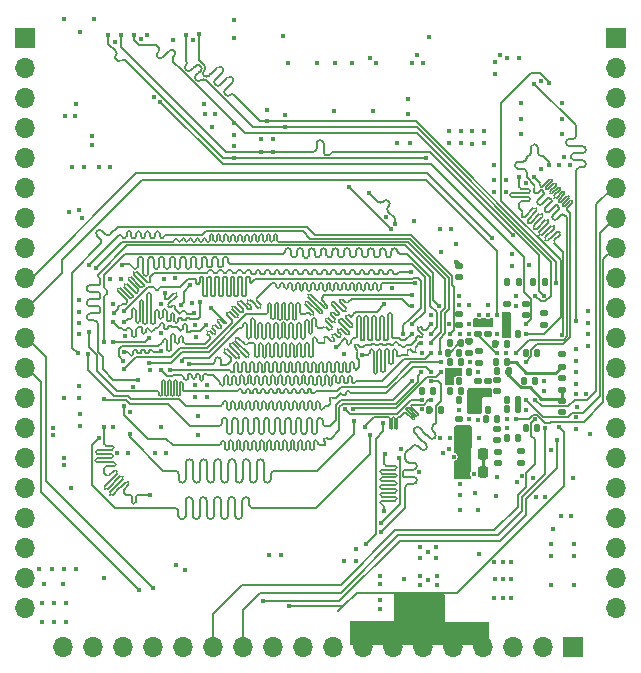
<source format=gbr>
%TF.GenerationSoftware,KiCad,Pcbnew,(7.0.0)*%
%TF.CreationDate,2023-03-20T12:13:36+05:30*%
%TF.ProjectId,IMRT1160_DB,494d5254-3131-4363-905f-44422e6b6963,rev?*%
%TF.SameCoordinates,Original*%
%TF.FileFunction,Copper,L6,Bot*%
%TF.FilePolarity,Positive*%
%FSLAX46Y46*%
G04 Gerber Fmt 4.6, Leading zero omitted, Abs format (unit mm)*
G04 Created by KiCad (PCBNEW (7.0.0)) date 2023-03-20 12:13:36*
%MOMM*%
%LPD*%
G01*
G04 APERTURE LIST*
G04 Aperture macros list*
%AMRoundRect*
0 Rectangle with rounded corners*
0 $1 Rounding radius*
0 $2 $3 $4 $5 $6 $7 $8 $9 X,Y pos of 4 corners*
0 Add a 4 corners polygon primitive as box body*
4,1,4,$2,$3,$4,$5,$6,$7,$8,$9,$2,$3,0*
0 Add four circle primitives for the rounded corners*
1,1,$1+$1,$2,$3*
1,1,$1+$1,$4,$5*
1,1,$1+$1,$6,$7*
1,1,$1+$1,$8,$9*
0 Add four rect primitives between the rounded corners*
20,1,$1+$1,$2,$3,$4,$5,0*
20,1,$1+$1,$4,$5,$6,$7,0*
20,1,$1+$1,$6,$7,$8,$9,0*
20,1,$1+$1,$8,$9,$2,$3,0*%
G04 Aperture macros list end*
%TA.AperFunction,ComponentPad*%
%ADD10R,1.700000X1.700000*%
%TD*%
%TA.AperFunction,ComponentPad*%
%ADD11O,1.700000X1.700000*%
%TD*%
%TA.AperFunction,SMDPad,CuDef*%
%ADD12RoundRect,0.140000X0.140000X0.170000X-0.140000X0.170000X-0.140000X-0.170000X0.140000X-0.170000X0*%
%TD*%
%TA.AperFunction,SMDPad,CuDef*%
%ADD13RoundRect,0.135000X0.185000X-0.135000X0.185000X0.135000X-0.185000X0.135000X-0.185000X-0.135000X0*%
%TD*%
%TA.AperFunction,SMDPad,CuDef*%
%ADD14RoundRect,0.140000X-0.140000X-0.170000X0.140000X-0.170000X0.140000X0.170000X-0.140000X0.170000X0*%
%TD*%
%TA.AperFunction,SMDPad,CuDef*%
%ADD15RoundRect,0.140000X0.170000X-0.140000X0.170000X0.140000X-0.170000X0.140000X-0.170000X-0.140000X0*%
%TD*%
%TA.AperFunction,SMDPad,CuDef*%
%ADD16RoundRect,0.140000X-0.170000X0.140000X-0.170000X-0.140000X0.170000X-0.140000X0.170000X0.140000X0*%
%TD*%
%TA.AperFunction,SMDPad,CuDef*%
%ADD17RoundRect,0.135000X0.135000X0.185000X-0.135000X0.185000X-0.135000X-0.185000X0.135000X-0.185000X0*%
%TD*%
%TA.AperFunction,SMDPad,CuDef*%
%ADD18RoundRect,0.135000X-0.135000X-0.185000X0.135000X-0.185000X0.135000X0.185000X-0.135000X0.185000X0*%
%TD*%
%TA.AperFunction,SMDPad,CuDef*%
%ADD19RoundRect,0.225000X0.225000X0.250000X-0.225000X0.250000X-0.225000X-0.250000X0.225000X-0.250000X0*%
%TD*%
%TA.AperFunction,ViaPad*%
%ADD20C,0.450000*%
%TD*%
%TA.AperFunction,Conductor*%
%ADD21C,0.400000*%
%TD*%
%TA.AperFunction,Conductor*%
%ADD22C,0.127000*%
%TD*%
%TA.AperFunction,Conductor*%
%ADD23C,0.250000*%
%TD*%
%TA.AperFunction,Conductor*%
%ADD24C,0.200000*%
%TD*%
G04 APERTURE END LIST*
D10*
%TO.P,J5,1,Pin_1*%
%TO.N,GND*%
X164624999Y-76679999D03*
D11*
%TO.P,J5,2,Pin_2*%
%TO.N,USB_VBUS*%
X164624999Y-79219999D03*
%TO.P,J5,3,Pin_3*%
%TO.N,USB_DP*%
X164624999Y-81759999D03*
%TO.P,J5,4,Pin_4*%
%TO.N,USB_DN*%
X164624999Y-84299999D03*
%TO.P,J5,5,Pin_5*%
%TO.N,GND*%
X164624999Y-86839999D03*
%TO.P,J5,6,Pin_6*%
%TO.N,UART_RX*%
X164624999Y-89379999D03*
%TO.P,J5,7,Pin_7*%
%TO.N,UART_TX*%
X164624999Y-91919999D03*
%TO.P,J5,8,Pin_8*%
%TO.N,PUMP*%
X164624999Y-94459999D03*
%TO.P,J5,9,Pin_9*%
%TO.N,BUCK_5V_EN*%
X164624999Y-96999999D03*
%TO.P,J5,10,Pin_10*%
%TO.N,BTN_SERVICE*%
X164624999Y-99539999D03*
%TO.P,J5,11,Pin_11*%
%TO.N,IC_PUMP*%
X164624999Y-102079999D03*
%TO.P,J5,12,Pin_12*%
%TO.N,BUZZER*%
X164624999Y-104619999D03*
%TO.P,J5,13,Pin_13*%
%TO.N,DEVICE_ON*%
X164624999Y-107159999D03*
%TO.P,J5,14,Pin_14*%
%TO.N,LCD_BKLT*%
X164624999Y-109699999D03*
%TO.P,J5,15,Pin_15*%
%TO.N,P2SENSE*%
X164624999Y-112239999D03*
%TO.P,J5,16,Pin_16*%
%TO.N,P1SENSE*%
X164624999Y-114779999D03*
%TO.P,J5,17,Pin_17*%
%TO.N,DCDC_IN*%
X164624999Y-117319999D03*
%TO.P,J5,18,Pin_18*%
%TO.N,GND*%
X164624999Y-119859999D03*
%TO.P,J5,19,Pin_19*%
%TO.N,unconnected-(J5-Pin_19-Pad19)*%
X164624999Y-122399999D03*
%TO.P,J5,20,Pin_20*%
%TO.N,GND*%
X164624999Y-124939999D03*
%TD*%
D10*
%TO.P,J4,1,Pin_1*%
%TO.N,DCDC_IN*%
X114649999Y-76674999D03*
D11*
%TO.P,J4,2,Pin_2*%
%TO.N,GND*%
X114649999Y-79214999D03*
%TO.P,J4,3,Pin_3*%
%TO.N,LED_A*%
X114649999Y-81754999D03*
%TO.P,J4,4,Pin_4*%
%TO.N,LED_K*%
X114649999Y-84294999D03*
%TO.P,J4,5,Pin_5*%
%TO.N,GND*%
X114649999Y-86834999D03*
%TO.P,J4,6,Pin_6*%
%TO.N,SWDIO*%
X114649999Y-89374999D03*
%TO.P,J4,7,Pin_7*%
%TO.N,SWCLK*%
X114649999Y-91914999D03*
%TO.P,J4,8,Pin_8*%
%TO.N,CHRG_LED*%
X114649999Y-94454999D03*
%TO.P,J4,9,Pin_9*%
%TO.N,PVALVE3*%
X114649999Y-96994999D03*
%TO.P,J4,10,Pin_10*%
%TO.N,PVALVE1*%
X114649999Y-99534999D03*
%TO.P,J4,11,Pin_11*%
%TO.N,BTN_DOWN*%
X114649999Y-102074999D03*
%TO.P,J4,12,Pin_12*%
%TO.N,BTN_DEC*%
X114649999Y-104614999D03*
%TO.P,J4,13,Pin_13*%
%TO.N,BTN_UP*%
X114649999Y-107154999D03*
%TO.P,J4,14,Pin_14*%
%TO.N,I2C1_SCL*%
X114649999Y-109694999D03*
%TO.P,J4,15,Pin_15*%
%TO.N,I2C1_SDA*%
X114649999Y-112234999D03*
%TO.P,J4,16,Pin_16*%
%TO.N,BTN_START*%
X114649999Y-114774999D03*
%TO.P,J4,17,Pin_17*%
%TO.N,BTN_MODE*%
X114649999Y-117314999D03*
%TO.P,J4,18,Pin_18*%
%TO.N,BTN_INC*%
X114649999Y-119854999D03*
%TO.P,J4,19,Pin_19*%
%TO.N,DCDC_IN*%
X114649999Y-122394999D03*
%TO.P,J4,20,Pin_20*%
%TO.N,GND*%
X114649999Y-124934999D03*
%TD*%
D10*
%TO.P,J3,1,Pin_1*%
%TO.N,GND*%
X161024999Y-128249999D03*
D11*
%TO.P,J3,2,Pin_2*%
%TO.N,DCDC_IN*%
X158484999Y-128249999D03*
%TO.P,J3,3,Pin_3*%
%TO.N,GND*%
X155944999Y-128249999D03*
%TO.P,J3,4,Pin_4*%
%TO.N,5V*%
X153404999Y-128249999D03*
%TO.P,J3,5,Pin_5*%
X150864999Y-128249999D03*
%TO.P,J3,6,Pin_6*%
X148324999Y-128249999D03*
%TO.P,J3,7,Pin_7*%
X145784999Y-128249999D03*
%TO.P,J3,8,Pin_8*%
X143244999Y-128249999D03*
%TO.P,J3,9,Pin_9*%
%TO.N,GND*%
X140704999Y-128249999D03*
%TO.P,J3,10,Pin_10*%
%TO.N,NRST*%
X138164999Y-128249999D03*
%TO.P,J3,11,Pin_11*%
%TO.N,PVALVE2*%
X135624999Y-128249999D03*
%TO.P,J3,12,Pin_12*%
%TO.N,I2C2_SDA*%
X133084999Y-128249999D03*
%TO.P,J3,13,Pin_13*%
%TO.N,I2C2_SCL*%
X130544999Y-128249999D03*
%TO.P,J3,14,Pin_14*%
%TO.N,CAPSENSE*%
X128004999Y-128249999D03*
%TO.P,J3,15,Pin_15*%
%TO.N,CHRG_OK*%
X125464999Y-128249999D03*
%TO.P,J3,16,Pin_16*%
%TO.N,GND*%
X122924999Y-128249999D03*
%TO.P,J3,17,Pin_17*%
%TO.N,DCDC_IN*%
X120384999Y-128249999D03*
%TO.P,J3,18,Pin_18*%
%TO.N,GND*%
X117844999Y-128249999D03*
%TD*%
D12*
%TO.P,C29,1*%
%TO.N,VDD_1P0*%
X153830000Y-108150000D03*
%TO.P,C29,2*%
%TO.N,GND*%
X152870000Y-108150000D03*
%TD*%
D13*
%TO.P,FB4,1*%
%TO.N,Net-(U1A-VDDA_ADC_3P3)*%
X160075000Y-106460000D03*
%TO.P,FB4,2*%
%TO.N,DCDC_IN*%
X160075000Y-105440000D03*
%TD*%
D12*
%TO.P,C35,1*%
%TO.N,GND*%
X156365000Y-108145000D03*
%TO.P,C35,2*%
%TO.N,Net-(U1A-VDD_LPSR_ANA)*%
X155405000Y-108145000D03*
%TD*%
D14*
%TO.P,C17,1*%
%TO.N,/MCU_POWER/VDD_SNVS_DIG*%
X157005000Y-109745000D03*
%TO.P,C17,2*%
%TO.N,GND*%
X157965000Y-109745000D03*
%TD*%
D15*
%TO.P,C5,1*%
%TO.N,VDD_SOC*%
X152235000Y-103345000D03*
%TO.P,C5,2*%
%TO.N,GND*%
X152235000Y-102385000D03*
%TD*%
%TO.P,C26,1*%
%TO.N,DCDC_1V8*%
X154600000Y-106580000D03*
%TO.P,C26,2*%
%TO.N,GND*%
X154600000Y-105620000D03*
%TD*%
D16*
%TO.P,C2,1*%
%TO.N,VDD_SOC*%
X151350000Y-95995000D03*
%TO.P,C2,2*%
%TO.N,GND*%
X151350000Y-96955000D03*
%TD*%
D12*
%TO.P,C14,1*%
%TO.N,Net-(U1A-VDDA_ADC_3P3)*%
X155565000Y-104925000D03*
%TO.P,C14,2*%
%TO.N,GND*%
X154605000Y-104925000D03*
%TD*%
%TO.P,C3,1*%
%TO.N,VDD_SOC*%
X151390000Y-103345000D03*
%TO.P,C3,2*%
%TO.N,GND*%
X150430000Y-103345000D03*
%TD*%
D16*
%TO.P,C15,1*%
%TO.N,VDD_SNVS_ANA*%
X154675000Y-111720000D03*
%TO.P,C15,2*%
%TO.N,GND*%
X154675000Y-112680000D03*
%TD*%
D12*
%TO.P,C48,1*%
%TO.N,DCDC_IN*%
X149180000Y-106540000D03*
%TO.P,C48,2*%
%TO.N,GND*%
X148220000Y-106540000D03*
%TD*%
D14*
%TO.P,C40,1*%
%TO.N,DCDC_1V8*%
X151410000Y-107345000D03*
%TO.P,C40,2*%
%TO.N,GND*%
X152370000Y-107345000D03*
%TD*%
%TO.P,C24,1*%
%TO.N,DCDC_IN*%
X155405000Y-107350000D03*
%TO.P,C24,2*%
%TO.N,GND*%
X156365000Y-107350000D03*
%TD*%
D15*
%TO.P,C25,1*%
%TO.N,Net-(U1A-VDD_MIPI_1P8)*%
X153000000Y-101730000D03*
%TO.P,C25,2*%
%TO.N,GND*%
X153000000Y-100770000D03*
%TD*%
D12*
%TO.P,C45,1*%
%TO.N,DCDC_IN*%
X149830000Y-108150000D03*
%TO.P,C45,2*%
%TO.N,GND*%
X148870000Y-108150000D03*
%TD*%
D16*
%TO.P,C31,1*%
%TO.N,DCDC_IN*%
X154600000Y-109770000D03*
%TO.P,C31,2*%
%TO.N,GND*%
X154600000Y-110730000D03*
%TD*%
D17*
%TO.P,R13,1*%
%TO.N,GND*%
X158660000Y-97375000D03*
%TO.P,R13,2*%
%TO.N,Net-(U1C-GPIO_DISP_B1_08)*%
X157640000Y-97375000D03*
%TD*%
D12*
%TO.P,C20,1*%
%TO.N,DCDC_1V8*%
X157830000Y-105750000D03*
%TO.P,C20,2*%
%TO.N,GND*%
X156870000Y-105750000D03*
%TD*%
D14*
%TO.P,C12,1*%
%TO.N,DCDC_IN*%
X150570000Y-102495000D03*
%TO.P,C12,2*%
%TO.N,GND*%
X151530000Y-102495000D03*
%TD*%
D12*
%TO.P,C36,1*%
%TO.N,Net-(U1A-VDD_USB_1P8)*%
X155440000Y-104145000D03*
%TO.P,C36,2*%
%TO.N,GND*%
X154480000Y-104145000D03*
%TD*%
D14*
%TO.P,C37,1*%
%TO.N,DCDC_1V8*%
X150600000Y-106545000D03*
%TO.P,C37,2*%
%TO.N,GND*%
X151560000Y-106545000D03*
%TD*%
D16*
%TO.P,C8,1*%
%TO.N,VDD_SOC*%
X153810000Y-105740000D03*
%TO.P,C8,2*%
%TO.N,GND*%
X153810000Y-106700000D03*
%TD*%
D15*
%TO.P,C30,1*%
%TO.N,DCDC_IN*%
X155400000Y-100180000D03*
%TO.P,C30,2*%
%TO.N,GND*%
X155400000Y-99220000D03*
%TD*%
D13*
%TO.P,FB3,1*%
%TO.N,Net-(U1A-VDD_USB_1P8)*%
X160100000Y-104510000D03*
%TO.P,FB3,2*%
%TO.N,DCDC_1V8*%
X160100000Y-103490000D03*
%TD*%
D16*
%TO.P,C18,1*%
%TO.N,DCDC_IN*%
X151410000Y-108940000D03*
%TO.P,C18,2*%
%TO.N,GND*%
X151410000Y-109900000D03*
%TD*%
%TO.P,C16,1*%
%TO.N,Net-(U1A-VDDA_ADC_3P3)*%
X160100000Y-107390000D03*
%TO.P,C16,2*%
%TO.N,GND*%
X160100000Y-108350000D03*
%TD*%
D12*
%TO.P,C33,1*%
%TO.N,DCDC_1V8*%
X157980000Y-103350000D03*
%TO.P,C33,2*%
%TO.N,GND*%
X157020000Y-103350000D03*
%TD*%
D18*
%TO.P,R16,1*%
%TO.N,GND*%
X155415000Y-97350000D03*
%TO.P,R16,2*%
%TO.N,Net-(U1C-GPIO_DISP_B1_11)*%
X156435000Y-97350000D03*
%TD*%
D15*
%TO.P,C69,1*%
%TO.N,USB_VBUS*%
X158600000Y-100955000D03*
%TO.P,C69,2*%
%TO.N,GND*%
X158600000Y-99995000D03*
%TD*%
%TO.P,C27,1*%
%TO.N,DCDC_IN*%
X151400000Y-100980000D03*
%TO.P,C27,2*%
%TO.N,GND*%
X151400000Y-100020000D03*
%TD*%
D12*
%TO.P,C32,1*%
%TO.N,Net-(U1A-VDD_USB_3P3)*%
X155415000Y-102570000D03*
%TO.P,C32,2*%
%TO.N,GND*%
X154455000Y-102570000D03*
%TD*%
%TO.P,C41,1*%
%TO.N,VDD_SOC*%
X151400000Y-105740000D03*
%TO.P,C41,2*%
%TO.N,GND*%
X150440000Y-105740000D03*
%TD*%
D16*
%TO.P,C19,1*%
%TO.N,VDD_SNVS_ANA*%
X156625000Y-111695000D03*
%TO.P,C19,2*%
%TO.N,GND*%
X156625000Y-112655000D03*
%TD*%
D15*
%TO.P,C6,1*%
%TO.N,VDD_SOC*%
X153085000Y-104175000D03*
%TO.P,C6,2*%
%TO.N,GND*%
X153085000Y-103215000D03*
%TD*%
D14*
%TO.P,C4,1*%
%TO.N,DCDC_IN*%
X155405000Y-110545000D03*
%TO.P,C4,2*%
%TO.N,GND*%
X156365000Y-110545000D03*
%TD*%
D12*
%TO.P,C44,1*%
%TO.N,VDD_SOC*%
X152215000Y-104970000D03*
%TO.P,C44,2*%
%TO.N,GND*%
X151255000Y-104970000D03*
%TD*%
D14*
%TO.P,C22,1*%
%TO.N,DCDC_IN*%
X155370000Y-101745000D03*
%TO.P,C22,2*%
%TO.N,GND*%
X156330000Y-101745000D03*
%TD*%
%TO.P,C13,1*%
%TO.N,DCDC_IN*%
X150620000Y-104130000D03*
%TO.P,C13,2*%
%TO.N,GND*%
X151580000Y-104130000D03*
%TD*%
D19*
%TO.P,C42,1*%
%TO.N,DCDC_1V8*%
X153425000Y-111900000D03*
%TO.P,C42,2*%
%TO.N,GND*%
X151875000Y-111900000D03*
%TD*%
D16*
%TO.P,C9,1*%
%TO.N,VDD_SOC*%
X152985000Y-105765000D03*
%TO.P,C9,2*%
%TO.N,GND*%
X152985000Y-106725000D03*
%TD*%
D15*
%TO.P,C28,1*%
%TO.N,VDD_1P0*%
X153850000Y-101780000D03*
%TO.P,C28,2*%
%TO.N,GND*%
X153850000Y-100820000D03*
%TD*%
%TO.P,C23,1*%
%TO.N,DCDC_IN*%
X157000000Y-100180000D03*
%TO.P,C23,2*%
%TO.N,GND*%
X157000000Y-99220000D03*
%TD*%
D19*
%TO.P,C43,1*%
%TO.N,DCDC_1V8*%
X153425000Y-113475000D03*
%TO.P,C43,2*%
%TO.N,GND*%
X151875000Y-113475000D03*
%TD*%
D14*
%TO.P,C34,1*%
%TO.N,GND*%
X153620000Y-108950000D03*
%TO.P,C34,2*%
%TO.N,Net-(U1A-VDD_LPSR_DIG)*%
X154580000Y-108950000D03*
%TD*%
D20*
%TO.N,VDD_SOC*%
X151425000Y-114450000D03*
X151385000Y-103345000D03*
X152985000Y-105765000D03*
X152185000Y-103345000D03*
X151075000Y-95700000D03*
X153007954Y-104941592D03*
X153010000Y-104145000D03*
X152260000Y-104145000D03*
X153810000Y-105745000D03*
X152650000Y-113575000D03*
X151350000Y-105750000D03*
X152200000Y-104975000D03*
X152975000Y-116650000D03*
%TO.N,GND*%
X149010000Y-108195000D03*
X116025000Y-126100000D03*
X117075000Y-124500000D03*
X154525000Y-115475000D03*
X155340000Y-89700000D03*
X155340000Y-88700000D03*
X155850000Y-95000000D03*
X127125000Y-76825000D03*
X148975000Y-100125000D03*
X130725000Y-83150000D03*
X129850000Y-83150000D03*
X144712500Y-125000000D03*
X118875000Y-83337500D03*
X156600000Y-83525000D03*
X124450000Y-76800000D03*
X157650000Y-113975000D03*
X153009999Y-106613516D03*
X157850000Y-115575000D03*
X160100000Y-84825000D03*
X149825000Y-94825000D03*
X151410000Y-109813515D03*
X134582000Y-85272000D03*
X150681340Y-105742675D03*
X153025000Y-107345000D03*
X129035000Y-100984011D03*
X123750000Y-106200000D03*
X128725000Y-99150000D03*
X122085000Y-99220000D03*
X129035000Y-106070000D03*
X125550000Y-81650000D03*
X116025000Y-124500000D03*
X141650000Y-120950000D03*
X148350000Y-78825000D03*
X120325000Y-85025000D03*
X151075000Y-94175000D03*
X159150000Y-111550000D03*
X158675000Y-97400000D03*
X126360000Y-97059520D03*
X125175000Y-104775000D03*
X159793978Y-87473000D03*
X119275000Y-76225000D03*
X154550000Y-104150000D03*
X155410000Y-97350000D03*
X156625000Y-112650000D03*
X144100000Y-82900000D03*
X161300000Y-108820000D03*
X160025000Y-117175000D03*
X157870000Y-109750000D03*
X148850000Y-76575000D03*
X155455000Y-78375000D03*
X159125000Y-123025000D03*
X123475000Y-108375000D03*
X121825000Y-87575000D03*
X139350000Y-78775000D03*
X158350000Y-80325000D03*
X136850000Y-78800000D03*
X160125000Y-82225000D03*
X129800000Y-82275000D03*
X156650000Y-84825000D03*
X153750000Y-108950000D03*
X161325000Y-107895000D03*
X136475000Y-76550000D03*
X160125000Y-83550000D03*
X151425000Y-115400000D03*
X119210000Y-101745000D03*
X145689931Y-97883000D03*
X162275000Y-100800000D03*
X149432500Y-120692500D03*
X151400000Y-98500000D03*
X156941486Y-105745000D03*
X116975000Y-110275000D03*
X154560000Y-102545000D03*
X151850000Y-111875000D03*
X153810000Y-100895000D03*
X140825000Y-82900000D03*
X148092500Y-120702500D03*
X150725000Y-92875000D03*
X125635000Y-111820000D03*
X160825000Y-117175000D03*
X152500000Y-84600000D03*
X159325000Y-118300000D03*
X122070061Y-109634220D03*
X158625000Y-115575000D03*
X143850000Y-78400000D03*
X151500000Y-84600000D03*
X122225000Y-77000000D03*
X118950000Y-82250000D03*
X126103484Y-101668645D03*
X129310000Y-108720000D03*
X118625000Y-87575000D03*
X146425000Y-111475000D03*
X158613628Y-100080815D03*
X151350000Y-96950000D03*
X148244900Y-106554900D03*
X160243978Y-86798000D03*
X154800000Y-78125000D03*
X148042500Y-119782500D03*
X128875000Y-76825000D03*
X157010001Y-99276484D03*
X118050000Y-83325000D03*
X142350000Y-78825000D03*
X156260000Y-108145000D03*
X151478514Y-106545000D03*
X141600000Y-103475000D03*
X130475000Y-84200000D03*
X120425000Y-75075000D03*
X117950000Y-75075000D03*
X151410000Y-102545000D03*
X154578559Y-105634381D03*
X162300000Y-101750000D03*
X153035000Y-103220000D03*
X153840096Y-99309766D03*
X160100000Y-108350000D03*
X160743978Y-87473000D03*
X132300000Y-75150000D03*
X154609999Y-110613515D03*
X161000000Y-113975000D03*
X140850000Y-78775000D03*
X119235000Y-98870000D03*
X157020000Y-103350000D03*
X152210000Y-102495000D03*
X119210000Y-107150000D03*
X121785000Y-97070000D03*
X153810000Y-106613514D03*
X153505750Y-84605750D03*
X144712500Y-122275000D03*
X151435000Y-104170000D03*
X144712500Y-124300000D03*
X154600000Y-104900000D03*
X155410001Y-99276484D03*
X154450000Y-78750000D03*
X122410000Y-111795000D03*
X152210000Y-99276486D03*
X119262500Y-109547500D03*
X150500000Y-84600000D03*
X156625000Y-82200000D03*
X118100000Y-126100000D03*
X156260000Y-101745000D03*
X151360000Y-104945000D03*
X157075000Y-89000000D03*
X149452500Y-119812500D03*
X148210000Y-103332000D03*
X151434568Y-100044375D03*
X130035000Y-106070000D03*
X152725000Y-115200000D03*
X161125000Y-123025000D03*
X148762500Y-120202500D03*
X151425000Y-116650000D03*
X158325000Y-87825000D03*
X156258000Y-110550000D03*
X119170000Y-91250000D03*
X118100000Y-124500000D03*
X154675000Y-112700000D03*
X117075000Y-126100000D03*
X117900000Y-112825000D03*
X144712500Y-122950000D03*
%TO.N,Net-(U1A-DCDC_PSWITCH)*%
X142667431Y-119932569D03*
X148200000Y-108140000D03*
%TO.N,/MCU_POWER/VDD_SNVS_DIG*%
X156985000Y-109720000D03*
%TO.N,DCDC_1V8*%
X154625000Y-106575000D03*
X157830000Y-105750000D03*
X160150000Y-103500000D03*
X152250000Y-108925000D03*
X153425000Y-111822000D03*
X150610000Y-106550000D03*
X161300000Y-106870000D03*
X161300000Y-105960000D03*
X157948591Y-103296059D03*
X151410000Y-107345000D03*
%TO.N,VDD_1P0*%
X153810482Y-108212933D03*
X153808176Y-101815727D03*
%TO.N,Net-(U1A-VDDA_ADC_3P3)*%
X155460000Y-104945000D03*
%TO.N,Net-(U1A-VDD_MIPI_1P8)*%
X153025000Y-101700000D03*
X161300000Y-104950000D03*
X154600000Y-103350000D03*
%TO.N,Net-(U1A-VDD_USB_3P3)*%
X161300000Y-103000000D03*
X155400000Y-102550000D03*
%TO.N,DCDC_IN*%
X161300000Y-104000000D03*
X129310000Y-110270000D03*
X155405000Y-110545000D03*
X115850000Y-121625000D03*
X155775000Y-124075000D03*
X149472500Y-123002500D03*
X126149500Y-109620000D03*
X149770000Y-92900000D03*
X161100000Y-119550000D03*
X119210000Y-106190000D03*
X132325000Y-85825000D03*
X154365000Y-124075000D03*
X135275000Y-120475000D03*
X155085000Y-122535000D03*
X161300000Y-109795000D03*
X159150000Y-119525000D03*
X135650000Y-85275000D03*
X155400000Y-100180000D03*
X160075000Y-105450000D03*
X116262500Y-122925000D03*
X154375000Y-87425000D03*
X154550000Y-113900000D03*
X119235000Y-100795000D03*
X142650000Y-120975000D03*
X155785000Y-121085000D03*
X130035000Y-107075000D03*
X119600000Y-87575000D03*
X154375000Y-121085000D03*
X154450000Y-79705000D03*
X155795000Y-122535000D03*
X147200000Y-85600000D03*
X151410000Y-108970000D03*
X122760000Y-97070000D03*
X129035000Y-107070000D03*
X156455000Y-78375000D03*
X151400000Y-100980000D03*
X155410000Y-101745000D03*
X148102500Y-122222500D03*
X147015000Y-81850000D03*
X144375000Y-78825000D03*
X154385000Y-122535000D03*
X132350000Y-84875000D03*
X150575000Y-102525000D03*
X116891666Y-121625000D03*
X155065000Y-124075000D03*
X124950000Y-76425000D03*
X119210000Y-99850000D03*
X136650000Y-83225000D03*
X117825000Y-122925000D03*
X126585000Y-111820000D03*
X149830000Y-108150000D03*
X157000000Y-100180000D03*
X123365000Y-111795000D03*
X149472500Y-122222500D03*
X148775000Y-122600000D03*
X120900000Y-87575000D03*
X154610000Y-109745000D03*
X155358944Y-103360135D03*
X118975000Y-121625000D03*
X117933332Y-121625000D03*
X123060000Y-101942480D03*
X148102500Y-122972500D03*
X150610000Y-104170000D03*
X126149500Y-99225000D03*
X155405000Y-107350000D03*
X146722500Y-122522500D03*
X129060000Y-101970000D03*
X135125000Y-82750000D03*
X147015000Y-83125000D03*
X119260000Y-108570000D03*
X155075000Y-121085000D03*
X132325000Y-76700000D03*
X149207333Y-106500764D03*
X127360000Y-97045000D03*
%TO.N,LED_A*%
X147850000Y-78175000D03*
%TO.N,LED_K*%
X147350000Y-78775000D03*
%TO.N,LCD_RST*%
X146150000Y-85575000D03*
X147525000Y-92150000D03*
%TO.N,SD_2*%
X121675000Y-76475000D03*
X132325000Y-86850000D03*
X148600000Y-86850000D03*
%TO.N,SD_3*%
X135625000Y-86325000D03*
X134575000Y-86325000D03*
X122775000Y-76475000D03*
X155932713Y-93367287D03*
%TO.N,SD_CMD*%
X158595213Y-98545213D03*
X132350000Y-83850000D03*
X123880000Y-76410000D03*
%TO.N,SD_CLK*%
X157000000Y-100950000D03*
X126045213Y-82079787D03*
%TO.N,SD_0*%
X128250000Y-76450000D03*
X157800000Y-98525000D03*
X136650000Y-84250000D03*
%TO.N,SD_1*%
X159597000Y-97475000D03*
X135125000Y-83750000D03*
X129360000Y-76360000D03*
%TO.N,SDL_CD*%
X120275000Y-85775000D03*
X158600000Y-105750000D03*
%TO.N,QSPI_CS*%
X160074992Y-101849992D03*
X156445000Y-88500000D03*
%TO.N,A1*%
X145650000Y-92900000D03*
X142025000Y-89350000D03*
%TO.N,A0*%
X147656839Y-97468161D03*
X123035011Y-104732000D03*
%TO.N,Net-(U1A-VDD_LPSR_DIG)*%
X154610000Y-108950000D03*
%TO.N,Net-(U1A-VDD_LPSR_ANA)*%
X155405000Y-108145000D03*
%TO.N,Net-(U1A-VDD_USB_1P8)*%
X160050000Y-104500000D03*
X155440000Y-104145000D03*
%TO.N,A8*%
X127910000Y-104034531D03*
X147409780Y-99348979D03*
%TO.N,A9*%
X147420421Y-98494224D03*
X125110000Y-104196011D03*
%TO.N,Net-(U1C-GPIO_DISP_B1_08)*%
X157625000Y-97375000D03*
%TO.N,Net-(U1C-GPIO_DISP_B1_09)*%
X154330000Y-89700000D03*
X156172000Y-99345001D03*
%TO.N,Net-(U1C-GPIO_DISP_B1_10)*%
X156200000Y-98550000D03*
X154330000Y-88700000D03*
%TO.N,Net-(U1C-GPIO_DISP_B1_11)*%
X156435000Y-97350000D03*
%TO.N,A11*%
X145950000Y-92400000D03*
X143750000Y-89800000D03*
%TO.N,A3*%
X124185000Y-105645000D03*
X149675931Y-99391276D03*
%TO.N,Net-(U1C-GPIO_DISP_B1_06)*%
X153810001Y-100122000D03*
X157278000Y-95903500D03*
%TO.N,Net-(U1C-GPIO_DISP_B1_07)*%
X154610000Y-101750000D03*
X162275000Y-102772000D03*
%TO.N,Net-(U1C-GPIO_DISP_B2_04)*%
X150500000Y-85600000D03*
X151400000Y-99300000D03*
%TO.N,Net-(U1C-GPIO_DISP_B2_05)*%
X153505750Y-85605750D03*
X153078514Y-100145000D03*
%TO.N,Net-(U1C-GPIO_DISP_B2_00)*%
X151450000Y-101750000D03*
X152478000Y-85660000D03*
%TO.N,Net-(U1C-GPIO_DISP_B2_01)*%
X155850000Y-96010000D03*
X152200000Y-101725000D03*
%TO.N,A7*%
X145057799Y-99256989D03*
X128535000Y-104307000D03*
%TO.N,A4*%
X149010791Y-100944808D03*
X126910000Y-104795000D03*
%TO.N,Net-(U1C-GPIO_DISP_B2_02)*%
X152200000Y-100950000D03*
X162250000Y-99775000D03*
%TO.N,Net-(U1C-GPIO_DISP_B2_03)*%
X151500000Y-85600000D03*
X150558500Y-100930265D03*
%TO.N,Net-(U1G-ONOFF)*%
X153039500Y-110545000D03*
X136285000Y-120450000D03*
%TO.N,DQ11*%
X128635000Y-97620000D03*
X127835000Y-99308001D03*
%TO.N,DQ8*%
X140973141Y-102831859D03*
X147359673Y-101739287D03*
%TO.N,DQ3*%
X147344132Y-96504840D03*
X122135000Y-99995000D03*
%TO.N,SDWE*%
X148964466Y-101724785D03*
X121280595Y-102444328D03*
%TO.N,SDCS*%
X150639449Y-101729538D03*
X119085000Y-103395000D03*
%TO.N,DQ1*%
X123035011Y-99795000D03*
X146624411Y-101784411D03*
%TO.N,DQ0*%
X147410011Y-100937583D03*
X122862344Y-95949989D03*
%TO.N,DQ5*%
X143185000Y-103570000D03*
X148153511Y-102548640D03*
X129935000Y-100970000D03*
X122110352Y-100764602D03*
%TO.N,QSPI_IO_3*%
X157750000Y-80575000D03*
X161250000Y-100675000D03*
%TO.N,BA0*%
X130385000Y-99520000D03*
X122910000Y-104020000D03*
%TO.N,DQ2*%
X149000000Y-102525000D03*
X120671170Y-96159239D03*
%TO.N,SDCKE*%
X149010000Y-103345000D03*
X126110001Y-104764194D03*
%TO.N,QSPI_CLK*%
X158975000Y-80525000D03*
X157050000Y-101750000D03*
%TO.N,DQ15*%
X128935000Y-100008000D03*
X126513713Y-98286737D03*
%TO.N,BA1*%
X125163534Y-102077675D03*
X122097332Y-102461613D03*
%TO.N,DQ7*%
X129435000Y-99032000D03*
X123035011Y-100770000D03*
%TO.N,DQ6*%
X149827613Y-104162109D03*
X120010000Y-101620000D03*
%TO.N,DQ4*%
X149725500Y-103361781D03*
X120080069Y-95890069D03*
%TO.N,QSPI_IO_2*%
X158985000Y-87474300D03*
X156200000Y-103350000D03*
%TO.N,QSPI_IO_1*%
X157725000Y-88475000D03*
X157011965Y-104137672D03*
%TO.N,SDRAS*%
X149035000Y-104970000D03*
X119955681Y-103487866D03*
%TO.N,SDCAS*%
X123035011Y-103245000D03*
X126110000Y-103220000D03*
%TO.N,DQ16*%
X147370415Y-105742904D03*
X121310000Y-107220000D03*
%TO.N,DQ18*%
X148189785Y-105008000D03*
X123043489Y-107878473D03*
%TO.N,DQ17*%
X149010000Y-105745000D03*
X144798000Y-118497853D03*
%TO.N,DQ28*%
X142385000Y-108128844D03*
X149810000Y-104945000D03*
%TO.N,DQ26*%
X148997510Y-107346471D03*
X143377920Y-109645000D03*
%TO.N,UART_RX*%
X157825000Y-107350000D03*
%TO.N,DQ20*%
X142444855Y-109104855D03*
X123485000Y-110220000D03*
%TO.N,DQ23*%
X146300000Y-112250000D03*
X144798000Y-117757569D03*
%TO.N,DQ29*%
X148210452Y-107346460D03*
X141735498Y-108128833D03*
%TO.N,UART_TX*%
X157010000Y-107340000D03*
%TO.N,DQ21*%
X143865920Y-110270000D03*
X120910000Y-110595000D03*
%TO.N,DQM2*%
X143475000Y-119538000D03*
X144922276Y-109282276D03*
%TO.N,GPIO_LPSR_02*%
X159175000Y-120560000D03*
X156297000Y-114300000D03*
%TO.N,DQ19*%
X125200000Y-115350000D03*
X121310000Y-109620000D03*
%TO.N,DQ22*%
X145063000Y-111940000D03*
X145025000Y-116750000D03*
%TO.N,GPIO_LPSR_03*%
X156672000Y-113800000D03*
X161100000Y-120560000D03*
%TO.N,USB_VBUS*%
X158600000Y-100955000D03*
%TO.N,SWDIO*%
X150524338Y-111450664D03*
X118360000Y-91430000D03*
%TO.N,SWCLK*%
X119460000Y-91925011D03*
X149800000Y-110525000D03*
%TO.N,CHRG_LED*%
X145200000Y-91878000D03*
%TO.N,PVALVE3*%
X154200000Y-93640000D03*
%TO.N,PVALVE1*%
X154620000Y-100179500D03*
%TO.N,BTN_DOWN*%
X158600000Y-106550000D03*
X125500000Y-123300000D03*
%TO.N,BTN_DEC*%
X162121500Y-106800500D03*
X124300000Y-123400000D03*
%TO.N,BTN_UP*%
X117950000Y-107150000D03*
X150000000Y-111828664D03*
%TO.N,I2C1_SCL*%
X117000000Y-109700000D03*
X151400000Y-108150000D03*
%TO.N,I2C1_SDA*%
X117900000Y-112250000D03*
X150600000Y-110550000D03*
X147990000Y-113453000D03*
%TO.N,BTN_START*%
X150924787Y-112134787D03*
X118500000Y-114800000D03*
%TO.N,BTN_MODE*%
X155400000Y-109700000D03*
%TO.N,BTN_INC*%
X157050000Y-108150000D03*
%TO.N,5V*%
X146550000Y-124350000D03*
X149425000Y-126550000D03*
X148275000Y-126525000D03*
X148550000Y-124350000D03*
X147550000Y-124350000D03*
X153525000Y-126550000D03*
X145650000Y-126550000D03*
X152075000Y-126550000D03*
X149550000Y-125350000D03*
X142575000Y-126525000D03*
X146550000Y-125350000D03*
X150625000Y-126550000D03*
X144112500Y-126525000D03*
X149550000Y-124350000D03*
X147550000Y-125350000D03*
X148550000Y-125350000D03*
X147100000Y-126550000D03*
%TO.N,NRST*%
X121350000Y-122425000D03*
%TO.N,PVALVE2*%
X155400000Y-108950000D03*
X153100000Y-120400000D03*
%TO.N,I2C2_SDA*%
X158650000Y-109750000D03*
%TO.N,I2C2_SCL*%
X157789541Y-108960321D03*
%TO.N,CAPSENSE*%
X137000000Y-124800000D03*
X159800000Y-109600000D03*
%TO.N,CHRG_OK*%
X134750000Y-124375000D03*
X159650000Y-110750000D03*
%TO.N,IC_PUMP*%
X162500000Y-110250000D03*
%TO.N,PUMP*%
X156200000Y-108950000D03*
%TO.N,POR_B*%
X127425000Y-121350000D03*
X153000000Y-109000000D03*
%TO.N,VDD_SNVS_ANA*%
X154700000Y-111725000D03*
X156605000Y-111695000D03*
X128200000Y-121731011D03*
%TD*%
D21*
%TO.N,VDD_SOC*%
X151350000Y-95975000D02*
X151075000Y-95700000D01*
X151350000Y-95995000D02*
X151350000Y-95975000D01*
D22*
%TO.N,GND*%
X152820000Y-108175000D02*
X152820000Y-107550000D01*
X150430000Y-103345000D02*
X150610000Y-103345000D01*
X150610000Y-103345000D02*
X151410000Y-102545000D01*
X153000000Y-100770000D02*
X153685000Y-100770000D01*
X153025000Y-106628517D02*
X153009999Y-106613516D01*
X153078514Y-107345000D02*
X153810000Y-106613514D01*
X153685000Y-100770000D02*
X153810000Y-100895000D01*
D23*
X151875000Y-112367542D02*
X151875000Y-113550000D01*
X151471485Y-109875000D02*
X151410000Y-109813515D01*
D22*
X152370000Y-107345000D02*
X153025000Y-107345000D01*
X153025000Y-107345000D02*
X153025000Y-106628517D01*
X152820000Y-107550000D02*
X153025000Y-107345000D01*
D23*
X151850000Y-111950000D02*
X151835489Y-111935489D01*
%TO.N,DCDC_1V8*%
X153425000Y-111822000D02*
X153425000Y-113550000D01*
X153350000Y-111850000D02*
X153350000Y-111822000D01*
%TO.N,Net-(U1A-VDDA_ADC_3P3)*%
X155460000Y-105152046D02*
X155460000Y-104945000D01*
X160125000Y-107240000D02*
X158337254Y-107240000D01*
X156582954Y-106275000D02*
X155460000Y-105152046D01*
X160100000Y-107390000D02*
X160100000Y-106485000D01*
X158337254Y-107240000D02*
X157372254Y-106275000D01*
X160100000Y-106485000D02*
X160075000Y-106460000D01*
X157372254Y-106275000D02*
X156582954Y-106275000D01*
D22*
%TO.N,Net-(U1A-VDD_MIPI_1P8)*%
X153000000Y-101730000D02*
X153000000Y-101840072D01*
X153000000Y-101840072D02*
X154509928Y-103350000D01*
X154509928Y-103350000D02*
X154600000Y-103350000D01*
D24*
%TO.N,Net-(U1A-VDD_USB_3P3)*%
X155405000Y-102540000D02*
X155410000Y-102545000D01*
D22*
X155445000Y-102540000D02*
X155415000Y-102570000D01*
%TO.N,DCDC_IN*%
X151400000Y-100980000D02*
X151494500Y-100885500D01*
X160075000Y-105440000D02*
X160075000Y-105450000D01*
%TO.N,SD_2*%
X122309999Y-78160900D02*
X122310000Y-78160900D01*
X121675000Y-77175000D02*
X121675000Y-76475000D01*
X122310000Y-78160900D02*
X122309999Y-78160901D01*
X122734263Y-78585163D02*
X122734263Y-78585164D01*
X122310000Y-77810000D02*
X121675000Y-77175000D01*
X148600000Y-86850000D02*
X131350000Y-86850000D01*
X122734263Y-78585164D02*
X122734262Y-78585164D01*
X131350000Y-86850000D02*
X123085163Y-78585163D01*
X122309999Y-78511801D02*
X122309999Y-78511800D01*
X122383362Y-78585164D02*
X122309999Y-78511801D01*
X122309948Y-78160850D02*
G75*
G03*
X122309999Y-77810001I-175448J175450D01*
G01*
X123085163Y-78585163D02*
G75*
G03*
X122734263Y-78585163I-175450J-175449D01*
G01*
X122383362Y-78585164D02*
G75*
G03*
X122734262Y-78585164I175450J175449D01*
G01*
X122310050Y-78160951D02*
G75*
G03*
X122310000Y-78511799I175350J-175449D01*
G01*
%TO.N,SD_3*%
X140368714Y-86617573D02*
X140061286Y-86617573D01*
X139015000Y-86325000D02*
X131625000Y-86325000D01*
X139315000Y-85632427D02*
X139315000Y-86025000D01*
X139915000Y-86471287D02*
X139915000Y-86025000D01*
X139915000Y-86025000D02*
X139915000Y-85632427D01*
X155932713Y-93357713D02*
X148900000Y-86325000D01*
X131625000Y-86325000D02*
X122775000Y-77475000D01*
X122775000Y-77475000D02*
X122775000Y-76475000D01*
X155932713Y-93367287D02*
X155932713Y-93357713D01*
X148900000Y-86325000D02*
X140661286Y-86325000D01*
X140515000Y-86471286D02*
X140515000Y-86471287D01*
X139915027Y-86471287D02*
G75*
G03*
X140061286Y-86617573I146273J-13D01*
G01*
X139914973Y-85632427D02*
G75*
G03*
X139615000Y-85332427I-299973J27D01*
G01*
X139015000Y-86325000D02*
G75*
G03*
X139315000Y-86025000I0J300000D01*
G01*
X140661286Y-86325000D02*
G75*
G03*
X140515000Y-86471286I14J-146300D01*
G01*
X140368714Y-86617600D02*
G75*
G03*
X140515000Y-86471287I-14J146300D01*
G01*
X139615000Y-85332400D02*
G75*
G03*
X139315000Y-85632427I0J-300000D01*
G01*
%TO.N,SD_CMD*%
X127192790Y-78692790D02*
X127192792Y-78692791D01*
X125847785Y-78340742D02*
X125847786Y-78340742D01*
X126272051Y-78340741D02*
X126272050Y-78340742D01*
X125920000Y-77844264D02*
X125847786Y-77916477D01*
X147850000Y-84750000D02*
X158150000Y-95050000D01*
X127265007Y-77772050D02*
X127265006Y-77772049D01*
X158150000Y-95050000D02*
X158150000Y-98100000D01*
X126272050Y-78340742D02*
X126344263Y-78268528D01*
X124275000Y-77250000D02*
X125750000Y-77250000D01*
X158150000Y-98100000D02*
X158595213Y-98545213D01*
X127265005Y-78196314D02*
X127265006Y-78196313D01*
X133250000Y-84750000D02*
X147850000Y-84750000D01*
X126344263Y-78268528D02*
X126556395Y-78056395D01*
X127192792Y-78692791D02*
X127874543Y-79374543D01*
X123880000Y-76410000D02*
X123880000Y-76855000D01*
X125750000Y-77250000D02*
X125920000Y-77420000D01*
X127265006Y-78196313D02*
X127192791Y-78268525D01*
X123880000Y-76855000D02*
X124275000Y-77250000D01*
X125919999Y-77844265D02*
X125920000Y-77844264D01*
X126556395Y-78056395D02*
X126840740Y-77772047D01*
X127874543Y-79374543D02*
X133250000Y-84750000D01*
X127265024Y-78196333D02*
G75*
G03*
X127265006Y-77772049I-212124J212133D01*
G01*
X125919967Y-77844232D02*
G75*
G03*
X125920000Y-77420000I-212067J212132D01*
G01*
X125847776Y-77916467D02*
G75*
G03*
X125847785Y-78340742I212124J-212133D01*
G01*
X125847769Y-78340759D02*
G75*
G03*
X126272050Y-78340740I212131J212159D01*
G01*
X127265035Y-77772022D02*
G75*
G03*
X126840740Y-77772047I-212135J-212178D01*
G01*
X127192833Y-78268568D02*
G75*
G03*
X127192790Y-78692790I212067J-212132D01*
G01*
%TO.N,SD_CLK*%
X156900000Y-95275000D02*
X149000000Y-87375000D01*
X157500000Y-100450000D02*
X157500000Y-98760280D01*
X157500000Y-98760280D02*
X156900000Y-98160280D01*
X131350000Y-87375000D02*
X126054787Y-82079787D01*
X126054787Y-82079787D02*
X126045213Y-82079787D01*
X156900000Y-98160280D02*
X156900000Y-95275000D01*
X149000000Y-87375000D02*
X131350000Y-87375000D01*
X157000000Y-100950000D02*
X157500000Y-100450000D01*
%TO.N,SD_0*%
X158675000Y-99000000D02*
X158275000Y-99000000D01*
X159175000Y-98500000D02*
X158675000Y-99000000D01*
X128879768Y-79204768D02*
X128886396Y-79211396D01*
X158275000Y-99000000D02*
X157800000Y-98525000D01*
X133925000Y-84250000D02*
X147775000Y-84250000D01*
X128674263Y-79410274D02*
X128674263Y-79410273D01*
X129449880Y-79023569D02*
X129449879Y-79023568D01*
X129498487Y-79447832D02*
X129498487Y-79447831D01*
X128249999Y-79397020D02*
X128263253Y-79410274D01*
X129529418Y-80265427D02*
X129529417Y-80265428D01*
X129449879Y-79023568D02*
X129498488Y-79072177D01*
X129529417Y-80265428D02*
X129529417Y-80265427D01*
X129310659Y-79635659D02*
X129105153Y-79841164D01*
X129940427Y-80265427D02*
X130523234Y-80848234D01*
X128250000Y-78986010D02*
X128249999Y-78986010D01*
X159175000Y-95650000D02*
X159175000Y-98500000D01*
X128250000Y-76450000D02*
X128250000Y-78575000D01*
X129498487Y-79447831D02*
X129310659Y-79635659D01*
X129105153Y-80252174D02*
X129118407Y-80265428D01*
X128674264Y-79410273D02*
X128674263Y-79410274D01*
X128249999Y-78986011D02*
X128250000Y-78986010D01*
X128886396Y-79211396D02*
X129074223Y-79023566D01*
X147775000Y-84250000D02*
X159175000Y-95650000D01*
X130523234Y-80848234D02*
X133925000Y-84250000D01*
X128674263Y-79410273D02*
X128879768Y-79204768D01*
X128249985Y-78985996D02*
G75*
G03*
X128250000Y-79397019I205515J-205504D01*
G01*
X129498483Y-79447828D02*
G75*
G03*
X129498488Y-79072177I-187783J187828D01*
G01*
X129118396Y-80265440D02*
G75*
G03*
X129529418Y-80265427I205504J205540D01*
G01*
X129105185Y-79841196D02*
G75*
G03*
X129105154Y-80252173I205515J-205504D01*
G01*
X128263295Y-79410232D02*
G75*
G03*
X128674264Y-79410273I205505J205432D01*
G01*
X128249993Y-78986005D02*
G75*
G03*
X128249999Y-78575001I-205493J205505D01*
G01*
X129449830Y-79023619D02*
G75*
G03*
X129074223Y-79023566I-187830J-187781D01*
G01*
X129940426Y-80265428D02*
G75*
G03*
X129529418Y-80265428I-205504J-205504D01*
G01*
%TO.N,SD_1*%
X131120956Y-80668887D02*
X131748917Y-80040922D01*
X131969481Y-81517413D02*
X131969482Y-81517413D01*
X131969482Y-81517413D02*
X131969482Y-81517412D01*
X132317412Y-81517412D02*
X132317413Y-81517412D01*
X130446395Y-79646395D02*
X130900391Y-79192396D01*
X131120955Y-80668887D02*
X131120956Y-80668887D01*
X130696692Y-80592554D02*
X130773025Y-80668887D01*
X130696691Y-80592554D02*
X130696692Y-80592554D01*
X130204530Y-79888261D02*
X130234263Y-79858527D01*
X129360000Y-76360000D02*
X129360000Y-78560000D01*
X130234263Y-79858527D02*
X130446395Y-79646395D01*
X147700000Y-83750000D02*
X159597000Y-95647000D01*
X159597000Y-95647000D02*
X159597000Y-97475000D01*
X134550000Y-83750000D02*
X147700000Y-83750000D01*
X130204531Y-79888260D02*
X130204530Y-79888261D01*
X131324656Y-79616663D02*
X131324657Y-79616662D01*
X132317413Y-81517412D02*
X132691758Y-81891758D01*
X132691758Y-81891758D02*
X134550000Y-83750000D01*
X131324657Y-79616662D02*
X130696692Y-80244623D01*
X129809999Y-79434265D02*
X129810000Y-79434264D01*
X129360000Y-78560000D02*
X129810000Y-79010000D01*
X131545217Y-81441080D02*
X131545218Y-81441080D01*
X132173183Y-80465188D02*
X131545218Y-81093149D01*
X131545218Y-81441080D02*
X131621551Y-81517413D01*
X129810000Y-79434264D02*
X129780266Y-79463997D01*
X132173182Y-80465189D02*
X132173183Y-80465188D01*
X130696704Y-80244635D02*
G75*
G03*
X130696692Y-80592553I173996J-173965D01*
G01*
X132173133Y-80040974D02*
G75*
G03*
X131748918Y-80040923I-212133J-212126D01*
G01*
X131324633Y-79192422D02*
G75*
G03*
X130900392Y-79192397I-212133J-212078D01*
G01*
X129780238Y-79463969D02*
G75*
G03*
X129780267Y-79888260I212162J-212131D01*
G01*
X130773026Y-80668886D02*
G75*
G03*
X131120954Y-80668886I173964J173963D01*
G01*
X132173226Y-80465233D02*
G75*
G03*
X132173183Y-80040924I-212226J212133D01*
G01*
X131324626Y-79616633D02*
G75*
G03*
X131324657Y-79192398I-212126J212133D01*
G01*
X131545204Y-81093135D02*
G75*
G03*
X131545218Y-81441079I173996J-173965D01*
G01*
X129809967Y-79434232D02*
G75*
G03*
X129810000Y-79010000I-212067J212132D01*
G01*
X129780268Y-79888259D02*
G75*
G03*
X130204531Y-79888260I212132J212159D01*
G01*
X131621552Y-81517412D02*
G75*
G03*
X131969480Y-81517412I173964J173963D01*
G01*
X132317411Y-81517413D02*
G75*
G03*
X131969483Y-81517413I-173964J-173963D01*
G01*
%TO.N,QSPI_CS*%
X158912347Y-92360657D02*
X158912349Y-92360658D01*
X157922405Y-91123228D02*
X157922404Y-91123226D01*
X158679915Y-93830518D02*
X158679916Y-93830519D01*
X156727842Y-91575329D02*
X156700039Y-91603131D01*
X157841532Y-92441531D02*
X157841530Y-92441530D01*
X158432431Y-93335547D02*
X159159832Y-92608141D01*
X157922405Y-91370714D02*
X157194976Y-92098139D01*
X157937435Y-92840597D02*
X157937435Y-92840598D01*
X157259368Y-89825000D02*
X156620000Y-89825000D01*
X156620000Y-89475000D02*
X157259368Y-89475000D01*
X158184943Y-93335546D02*
X158184944Y-93335547D01*
X158432431Y-93335546D02*
X158432431Y-93335547D01*
X158417358Y-91865705D02*
X158417358Y-91865704D01*
X157194977Y-92345626D02*
X157194976Y-92345626D01*
X160200000Y-94800000D02*
X160200000Y-101675000D01*
X159407321Y-92855630D02*
X158679916Y-93583031D01*
X156620000Y-89825000D02*
X155830640Y-89825000D01*
X156947526Y-91850618D02*
X157674916Y-91123225D01*
X159450190Y-94050190D02*
X159450191Y-94050190D01*
X156445000Y-88500000D02*
X156445000Y-89300000D01*
X159902307Y-93103102D02*
X159902306Y-93103100D01*
X157922403Y-91370713D02*
X157922405Y-91370714D01*
X158912349Y-92360658D02*
X158184944Y-93088059D01*
X155830640Y-90175000D02*
X156445000Y-90175000D01*
X156445000Y-90700000D02*
X156445000Y-91045000D01*
X157841530Y-92441530D02*
X157689948Y-92593111D01*
X159902307Y-93350588D02*
X159450190Y-93802702D01*
X158927403Y-93830518D02*
X158927403Y-93830519D01*
X156445000Y-91045000D02*
X156727842Y-91327842D01*
X156947526Y-91850617D02*
X156947526Y-91850618D01*
X159202702Y-93555215D02*
X159654818Y-93103099D01*
X156700040Y-91850618D02*
X156700039Y-91850618D01*
X157259368Y-90525000D02*
X156620000Y-90525000D01*
X157937435Y-92840598D02*
X158664860Y-92113169D01*
X158417358Y-91618217D02*
X158417359Y-91618218D01*
X159407321Y-92608144D02*
X159407320Y-92608142D01*
X159902305Y-93350587D02*
X159902307Y-93350588D01*
X157442463Y-92345626D02*
X158169869Y-91618216D01*
X157442463Y-92345625D02*
X157442463Y-92345626D01*
X157689949Y-92840598D02*
X157689948Y-92840598D01*
X158927403Y-93830519D02*
X159202702Y-93555215D01*
X158417358Y-91865704D02*
X157841532Y-92441531D01*
X159450191Y-94050190D02*
X160200000Y-94800000D01*
X158912349Y-92113172D02*
X158912348Y-92113170D01*
X159407319Y-92855629D02*
X159407321Y-92855630D01*
X160200000Y-101675000D02*
X160074992Y-101800008D01*
X156445000Y-90175000D02*
X157259368Y-90175000D01*
X156727841Y-91575329D02*
X156727842Y-91575329D01*
X158679941Y-93583056D02*
G75*
G03*
X158679915Y-93830518I123759J-123744D01*
G01*
X158184957Y-93335534D02*
G75*
G03*
X158432431Y-93335546I123743J123734D01*
G01*
X156445000Y-89300000D02*
G75*
G03*
X156620000Y-89475000I175000J0D01*
G01*
X158912334Y-92360644D02*
G75*
G03*
X158912348Y-92113170I-123734J123744D01*
G01*
X156700057Y-91850600D02*
G75*
G03*
X156947526Y-91850617I123743J123700D01*
G01*
X156620000Y-90525000D02*
G75*
G03*
X156445000Y-90700000I0J-175000D01*
G01*
X157434400Y-89650000D02*
G75*
G03*
X157259368Y-89475000I-175000J0D01*
G01*
X157194995Y-92098158D02*
G75*
G03*
X157194978Y-92345625I123705J-123742D01*
G01*
X157689958Y-92840588D02*
G75*
G03*
X157937434Y-92840596I123742J123688D01*
G01*
X158417396Y-91865743D02*
G75*
G03*
X158417358Y-91618219I-123796J123743D01*
G01*
X156700065Y-91603157D02*
G75*
G03*
X156700040Y-91850618I123735J-123743D01*
G01*
X158184941Y-93088056D02*
G75*
G03*
X158184943Y-93335546I123759J-123744D01*
G01*
X158912346Y-92113175D02*
G75*
G03*
X158664860Y-92113169I-123746J-123725D01*
G01*
X157259368Y-89824968D02*
G75*
G03*
X157434368Y-89650000I32J174968D01*
G01*
X155830640Y-89825040D02*
G75*
G03*
X155655640Y-90000000I-40J-174960D01*
G01*
X158679957Y-93830478D02*
G75*
G03*
X158927403Y-93830518I123743J123678D01*
G01*
X157259368Y-90524968D02*
G75*
G03*
X157434368Y-90350000I32J174968D01*
G01*
X157689995Y-92593158D02*
G75*
G03*
X157689950Y-92840597I123705J-123742D01*
G01*
X157922434Y-91370744D02*
G75*
G03*
X157922404Y-91123226I-123734J123744D01*
G01*
X159902262Y-93350544D02*
G75*
G03*
X159902306Y-93103100I-123662J123744D01*
G01*
X156727855Y-91575343D02*
G75*
G03*
X156727841Y-91327843I-123755J123743D01*
G01*
X159407346Y-92608119D02*
G75*
G03*
X159159832Y-92608141I-123746J-123781D01*
G01*
X158417345Y-91618230D02*
G75*
G03*
X158169869Y-91618216I-123745J-123770D01*
G01*
X159902345Y-93103064D02*
G75*
G03*
X159654819Y-93103100I-123745J-123736D01*
G01*
X159450145Y-93802657D02*
G75*
G03*
X159450191Y-94050189I123755J-123743D01*
G01*
X157434400Y-90350000D02*
G75*
G03*
X157259368Y-90175000I-175000J0D01*
G01*
X155655600Y-90000000D02*
G75*
G03*
X155830640Y-90175000I175000J0D01*
G01*
X159407334Y-92855644D02*
G75*
G03*
X159407320Y-92608142I-123734J123744D01*
G01*
X157922446Y-91123187D02*
G75*
G03*
X157674916Y-91123225I-123746J-123813D01*
G01*
X157194957Y-92345645D02*
G75*
G03*
X157442463Y-92345625I123743J123745D01*
G01*
%TO.N,A1*%
X142025000Y-89350000D02*
X142075000Y-89350000D01*
X142075000Y-89350000D02*
X145625000Y-92900000D01*
X145625000Y-92900000D02*
X145650000Y-92900000D01*
%TO.N,A0*%
X127009587Y-103708011D02*
X127788868Y-102928730D01*
X137216500Y-97558500D02*
X137216500Y-97931500D01*
X143102500Y-97558500D02*
X143102500Y-97931500D01*
X133084743Y-99653725D02*
X133084744Y-99653723D01*
X136889500Y-97781500D02*
X136889500Y-97558500D01*
X142775500Y-97931500D02*
X142775500Y-97558500D01*
X137543500Y-97931500D02*
X137543500Y-97558500D01*
X139832500Y-97558500D02*
X139832500Y-97981500D01*
X133770955Y-99415037D02*
X133770954Y-99415037D01*
X132159846Y-100578621D02*
X131715149Y-100133924D01*
X135052627Y-97917063D02*
X135574690Y-97395000D01*
X142121500Y-97931500D02*
X142121500Y-97558500D01*
X144951000Y-97395000D02*
X147583678Y-97395000D01*
X123035011Y-104732000D02*
X124059000Y-103708011D01*
X132159845Y-100578623D02*
X132159846Y-100578621D01*
X135908500Y-97558500D02*
X135908500Y-97731500D01*
X136235500Y-97731500D02*
X136235500Y-97558500D01*
X144901000Y-97395000D02*
X144951000Y-97395000D01*
X144737500Y-97931500D02*
X144737500Y-97558500D01*
X130040960Y-102928730D02*
X132159845Y-100809845D01*
X134579496Y-99298680D02*
X134240864Y-98960048D01*
X143756500Y-97558500D02*
X143756500Y-97931500D01*
X143429500Y-97931500D02*
X143429500Y-97558500D01*
X139178500Y-97558500D02*
X139178500Y-97931500D01*
X137870500Y-97558500D02*
X137870500Y-97931500D01*
X142448500Y-97558500D02*
X142448500Y-97931500D01*
X139505500Y-97931500D02*
X139505500Y-97558500D01*
X144410500Y-97558500D02*
X144410500Y-97931500D01*
X132622295Y-100116172D02*
X132177598Y-99671475D01*
X133770954Y-99415037D02*
X133456049Y-99100131D01*
X138197500Y-97931500D02*
X138197500Y-97558500D01*
X144083500Y-97931500D02*
X144083500Y-97558500D01*
X138851500Y-97981500D02*
X138851500Y-97558500D01*
X133084743Y-99884948D02*
X133084743Y-99884947D01*
X132622295Y-100347398D02*
X132622294Y-100347397D01*
X134240864Y-98728824D02*
X135052627Y-97917063D01*
X141467500Y-97931500D02*
X141467500Y-97558500D01*
X133084744Y-99884949D02*
X133084743Y-99884948D01*
X133894029Y-99075661D02*
X134348272Y-99529904D01*
X133315969Y-99422500D02*
X133539731Y-99646261D01*
X140813500Y-97931500D02*
X140813500Y-97558500D01*
X124059000Y-103708011D02*
X127009587Y-103708011D01*
X135574690Y-97395000D02*
X135745000Y-97395000D01*
X136562500Y-97558500D02*
X136562500Y-97781500D01*
X133756032Y-99646261D02*
X133770954Y-99631338D01*
X141794500Y-97558500D02*
X141794500Y-97931500D01*
X132622294Y-100116174D02*
X132622295Y-100116172D01*
X131946373Y-99902700D02*
X132391071Y-100347398D01*
X133756032Y-99646260D02*
X133756032Y-99646261D01*
X138524500Y-97558500D02*
X138524500Y-97981500D01*
X140159500Y-97981500D02*
X140159500Y-97558500D01*
X132622294Y-100347397D02*
X132622294Y-100347396D01*
X133894029Y-99075663D02*
X133894029Y-99075661D01*
X147583678Y-97395000D02*
X147656839Y-97468161D01*
X132408822Y-99440251D02*
X132853520Y-99884949D01*
X132871271Y-98977802D02*
X133315969Y-99422500D01*
X133084744Y-99653723D02*
X132640047Y-99209026D01*
X141140500Y-97558500D02*
X141140500Y-97931500D01*
X127788868Y-102928730D02*
X130040960Y-102928730D01*
X140486500Y-97558500D02*
X140486500Y-97931500D01*
X133687273Y-98868907D02*
X133894029Y-99075663D01*
X137707000Y-97395000D02*
G75*
G03*
X137543500Y-97558500I0J-163500D01*
G01*
X143593000Y-97395000D02*
G75*
G03*
X143429500Y-97558500I0J-163500D01*
G01*
X141794500Y-97558500D02*
G75*
G03*
X141631000Y-97395000I-163500J0D01*
G01*
X132853520Y-99884949D02*
G75*
G03*
X133084744Y-99884949I115612J115612D01*
G01*
X142448500Y-97931500D02*
G75*
G03*
X142612000Y-98095000I163500J0D01*
G01*
X142612000Y-98095000D02*
G75*
G03*
X142775500Y-97931500I0J163500D01*
G01*
X138361000Y-97395000D02*
G75*
G03*
X138197500Y-97558500I0J-163500D01*
G01*
X138034000Y-98095000D02*
G75*
G03*
X138197500Y-97931500I0J163500D01*
G01*
X143102500Y-97558500D02*
G75*
G03*
X142939000Y-97395000I-163500J0D01*
G01*
X141304000Y-98095000D02*
G75*
G03*
X141467500Y-97931500I0J163500D01*
G01*
X143102500Y-97931500D02*
G75*
G03*
X143266000Y-98095000I163500J0D01*
G01*
X137870500Y-97558500D02*
G75*
G03*
X137707000Y-97395000I-163500J0D01*
G01*
X132177636Y-99440289D02*
G75*
G03*
X132177599Y-99671474I115564J-115611D01*
G01*
X140977000Y-97395000D02*
G75*
G03*
X140813500Y-97558500I0J-163500D01*
G01*
X136562500Y-97558500D02*
G75*
G03*
X136399000Y-97395000I-163500J0D01*
G01*
X141958000Y-98095000D02*
G75*
G03*
X142121500Y-97931500I0J163500D01*
G01*
X131946373Y-99902700D02*
G75*
G03*
X131715149Y-99902700I-115612J-115612D01*
G01*
X134579504Y-99529912D02*
G75*
G03*
X134579496Y-99298680I-115604J115612D01*
G01*
X137053000Y-97395000D02*
G75*
G03*
X136889500Y-97558500I0J-163500D01*
G01*
X143266000Y-98095000D02*
G75*
G03*
X143429500Y-97931500I0J163500D01*
G01*
X137870500Y-97931500D02*
G75*
G03*
X138034000Y-98095000I163500J0D01*
G01*
X141140500Y-97931500D02*
G75*
G03*
X141304000Y-98095000I163500J0D01*
G01*
X140323000Y-97395000D02*
G75*
G03*
X140159500Y-97558500I0J-163500D01*
G01*
X140486500Y-97558500D02*
G75*
G03*
X140323000Y-97395000I-163500J0D01*
G01*
X144901000Y-97395000D02*
G75*
G03*
X144737500Y-97558500I0J-163500D01*
G01*
X144574000Y-98095000D02*
G75*
G03*
X144737500Y-97931500I0J163500D01*
G01*
X133687273Y-98868907D02*
G75*
G03*
X133456049Y-98868907I-115612J-115612D01*
G01*
X136399000Y-97395000D02*
G75*
G03*
X136235500Y-97558500I0J-163500D01*
G01*
X138688000Y-98145000D02*
G75*
G03*
X138851500Y-97981500I0J163500D01*
G01*
X137216500Y-97558500D02*
G75*
G03*
X137053000Y-97395000I-163500J0D01*
G01*
X144247000Y-97395000D02*
G75*
G03*
X144083500Y-97558500I0J-163500D01*
G01*
X139342000Y-98095000D02*
G75*
G03*
X139505500Y-97931500I0J163500D01*
G01*
X140486500Y-97931500D02*
G75*
G03*
X140650000Y-98095000I163500J0D01*
G01*
X132640034Y-98977789D02*
G75*
G03*
X132640048Y-99209025I115666J-115611D01*
G01*
X133084706Y-99884910D02*
G75*
G03*
X133084742Y-99653726I-115606J115610D01*
G01*
X142285000Y-97395000D02*
G75*
G03*
X142121500Y-97558500I0J-163500D01*
G01*
X132391071Y-100347398D02*
G75*
G03*
X132622295Y-100347398I115612J115612D01*
G01*
X144410500Y-97931500D02*
G75*
G03*
X144574000Y-98095000I163500J0D01*
G01*
X132159811Y-100809811D02*
G75*
G03*
X132159845Y-100578623I-115611J115611D01*
G01*
X143920000Y-98095000D02*
G75*
G03*
X144083500Y-97931500I0J163500D01*
G01*
X135908500Y-97558500D02*
G75*
G03*
X135745000Y-97395000I-163500J0D01*
G01*
X142448500Y-97558500D02*
G75*
G03*
X142285000Y-97395000I-163500J0D01*
G01*
X139178500Y-97931500D02*
G75*
G03*
X139342000Y-98095000I163500J0D01*
G01*
X132408822Y-99440251D02*
G75*
G03*
X132177598Y-99440251I-115612J-115612D01*
G01*
X133539750Y-99646242D02*
G75*
G03*
X133756032Y-99646260I108150J108142D01*
G01*
X144410500Y-97558500D02*
G75*
G03*
X144247000Y-97395000I-163500J0D01*
G01*
X136072000Y-97895000D02*
G75*
G03*
X136235500Y-97731500I0J163500D01*
G01*
X139178500Y-97558500D02*
G75*
G03*
X139015000Y-97395000I-163500J0D01*
G01*
X143756500Y-97931500D02*
G75*
G03*
X143920000Y-98095000I163500J0D01*
G01*
X139015000Y-97395000D02*
G75*
G03*
X138851500Y-97558500I0J-163500D01*
G01*
X138524500Y-97558500D02*
G75*
G03*
X138361000Y-97395000I-163500J0D01*
G01*
X132622309Y-100347411D02*
G75*
G03*
X132622294Y-100116174I-115609J115611D01*
G01*
X139832500Y-97558500D02*
G75*
G03*
X139669000Y-97395000I-163500J0D01*
G01*
X141794500Y-97931500D02*
G75*
G03*
X141958000Y-98095000I163500J0D01*
G01*
X131715137Y-99902688D02*
G75*
G03*
X131715149Y-100133924I115663J-115612D01*
G01*
X134348272Y-99529904D02*
G75*
G03*
X134579496Y-99529904I115612J115612D01*
G01*
X137380000Y-98095000D02*
G75*
G03*
X137543500Y-97931500I0J163500D01*
G01*
X133456030Y-98868888D02*
G75*
G03*
X133456049Y-99100131I115670J-115612D01*
G01*
X134240828Y-98728788D02*
G75*
G03*
X134240864Y-98960048I115672J-115612D01*
G01*
X136726000Y-97945000D02*
G75*
G03*
X136889500Y-97781500I0J163500D01*
G01*
X143756500Y-97558500D02*
G75*
G03*
X143593000Y-97395000I-163500J0D01*
G01*
X141140500Y-97558500D02*
G75*
G03*
X140977000Y-97395000I-163500J0D01*
G01*
X132871271Y-98977802D02*
G75*
G03*
X132640047Y-98977802I-115612J-115612D01*
G01*
X142939000Y-97395000D02*
G75*
G03*
X142775500Y-97558500I0J-163500D01*
G01*
X136562500Y-97781500D02*
G75*
G03*
X136726000Y-97945000I163500J0D01*
G01*
X140650000Y-98095000D02*
G75*
G03*
X140813500Y-97931500I0J163500D01*
G01*
X141631000Y-97395000D02*
G75*
G03*
X141467500Y-97558500I0J-163500D01*
G01*
X137216500Y-97931500D02*
G75*
G03*
X137380000Y-98095000I163500J0D01*
G01*
X135908500Y-97731500D02*
G75*
G03*
X136072000Y-97895000I163500J0D01*
G01*
X138524500Y-97981500D02*
G75*
G03*
X138688000Y-98145000I163500J0D01*
G01*
X139832500Y-97981500D02*
G75*
G03*
X139996000Y-98145000I163500J0D01*
G01*
X139669000Y-97395000D02*
G75*
G03*
X139505500Y-97558500I0J-163500D01*
G01*
X133770966Y-99631350D02*
G75*
G03*
X133770954Y-99415038I-108166J108150D01*
G01*
X139996000Y-98145000D02*
G75*
G03*
X140159500Y-97981500I0J163500D01*
G01*
D23*
%TO.N,Net-(U1A-VDD_USB_1P8)*%
X157060000Y-105050000D02*
X159510000Y-105050000D01*
X155440000Y-104145000D02*
X156155000Y-104145000D01*
X156155000Y-104145000D02*
X157060000Y-105050000D01*
X159510000Y-105050000D02*
X160050000Y-104510000D01*
D22*
%TO.N,A8*%
X147161001Y-99348979D02*
X147409780Y-99348979D01*
X134712000Y-101261500D02*
X134712000Y-102043307D01*
X140814345Y-99064306D02*
X140814343Y-99064307D01*
X140837406Y-100705931D02*
X140837406Y-100705932D01*
X141222670Y-99935079D02*
X140583120Y-99295529D01*
X137328000Y-101261500D02*
X137328000Y-102043307D01*
X137655000Y-102043307D02*
X137655000Y-101261500D01*
X132783068Y-101261500D02*
X132913500Y-101261500D01*
X141222670Y-99935078D02*
X141222670Y-99935079D01*
X141762298Y-99549814D02*
X141518130Y-99305647D01*
X141518130Y-99305647D02*
X141293053Y-99080570D01*
X135366000Y-101261500D02*
X135366000Y-102043307D01*
X140814343Y-99064307D02*
X141531076Y-99781038D01*
X133404000Y-101098000D02*
X133404000Y-101993307D01*
X141094194Y-100166303D02*
X141222671Y-100037825D01*
X133731000Y-101261500D02*
X133731000Y-100579693D01*
X135039000Y-101261500D02*
X135039000Y-100929693D01*
X137001000Y-101261500D02*
X137001000Y-100929693D01*
X135039000Y-102043307D02*
X135039000Y-101261500D01*
X141762298Y-99549813D02*
X141762298Y-99549814D01*
X141094194Y-100166302D02*
X141094194Y-100166303D01*
X139290000Y-100529693D02*
X139290000Y-101098000D01*
X141524278Y-98849347D02*
X141524278Y-98849346D01*
X133404000Y-100929693D02*
X133404000Y-101098000D01*
X139793502Y-101261500D02*
X139899567Y-101155435D01*
X141762299Y-99781037D02*
X141762299Y-99781038D01*
X140313713Y-100413463D02*
X140606183Y-100705932D01*
X138309000Y-102043307D02*
X138309000Y-101261500D01*
X135693000Y-102043307D02*
X135693000Y-101261500D01*
X141524278Y-98849346D02*
X141749354Y-99074423D01*
X140587090Y-101149285D02*
X140587090Y-101149286D01*
X139453500Y-101261500D02*
X139793502Y-101261500D01*
X140776162Y-99951017D02*
X140776160Y-99951016D01*
X136674000Y-100929693D02*
X136674000Y-101261500D01*
X138636000Y-100679693D02*
X138636000Y-101261500D01*
X140587090Y-101149286D02*
X140082490Y-100644687D01*
X140837405Y-100474707D02*
X140837405Y-100474708D01*
X135693000Y-101261500D02*
X135693000Y-100929693D01*
X130225579Y-103818989D02*
X132783068Y-101261500D01*
X133731000Y-101993307D02*
X133731000Y-101261500D01*
X137001000Y-102043307D02*
X137001000Y-101261500D01*
X134712000Y-100929693D02*
X134712000Y-101261500D01*
X136020000Y-100929693D02*
X136020000Y-101261500D01*
X135366000Y-100929693D02*
X135366000Y-101261500D01*
X140837405Y-100474708D02*
X140708849Y-100346152D01*
X136347000Y-102043307D02*
X136347000Y-101261500D01*
X138963000Y-101261500D02*
X138963000Y-100529693D01*
X137982000Y-100929693D02*
X137982000Y-101261500D01*
X134385000Y-102043307D02*
X134385000Y-101261500D01*
X134058000Y-101261500D02*
X134058000Y-102043307D01*
X140776160Y-99951016D02*
X140991447Y-100166303D01*
X128125542Y-103818989D02*
X130225579Y-103818989D01*
X137982000Y-101261500D02*
X137982000Y-102043307D01*
X134385000Y-101261500D02*
X134385000Y-100929693D01*
X127910000Y-104034531D02*
X128125542Y-103818989D01*
X137328000Y-100929693D02*
X137328000Y-101261500D01*
X136674000Y-101261500D02*
X136674000Y-102043307D01*
X142286011Y-98768989D02*
X146581011Y-98768989D01*
X138636000Y-101261500D02*
X138636000Y-101593307D01*
X133077000Y-101098000D02*
X133077000Y-100929693D01*
X140708849Y-100346152D02*
X140544937Y-100182240D01*
X140130790Y-101155434D02*
X140355867Y-101380510D01*
X140313715Y-100413464D02*
X140313713Y-100413463D01*
X146581011Y-98768989D02*
X147161001Y-99348979D01*
X136347000Y-101261500D02*
X136347000Y-100929693D01*
X137655000Y-101261500D02*
X137655000Y-100929693D01*
X136020000Y-101261500D02*
X136020000Y-102043307D01*
X141980578Y-99074423D02*
X142286011Y-98768989D01*
X138963000Y-101593307D02*
X138963000Y-101261500D01*
X138309000Y-101261500D02*
X138309000Y-100679693D01*
X134058000Y-100579693D02*
X134058000Y-101261500D01*
X136510500Y-100766200D02*
G75*
G03*
X136347000Y-100929693I0J-163500D01*
G01*
X140606189Y-100705926D02*
G75*
G03*
X140837406Y-100705931I115611J115626D01*
G01*
X134221500Y-102206800D02*
G75*
G03*
X134385000Y-102043307I0J163500D01*
G01*
X137982007Y-100929693D02*
G75*
G03*
X137818500Y-100766193I-163507J-7D01*
G01*
X136019993Y-102043307D02*
G75*
G03*
X136183500Y-102206807I163507J7D01*
G01*
X141762273Y-99781012D02*
G75*
G03*
X141762298Y-99549813I-115573J115612D01*
G01*
X141749354Y-99074423D02*
G75*
G03*
X141980578Y-99074423I115612J115612D01*
G01*
X138636007Y-100679693D02*
G75*
G03*
X138472500Y-100516193I-163507J-7D01*
G01*
X136020007Y-100929693D02*
G75*
G03*
X135856500Y-100766193I-163507J-7D01*
G01*
X137491500Y-102206800D02*
G75*
G03*
X137655000Y-102043307I0J163500D01*
G01*
X137164500Y-100766200D02*
G75*
G03*
X137001000Y-100929693I0J-163500D01*
G01*
X140587093Y-101380512D02*
G75*
G03*
X140587090Y-101149285I-115593J115612D01*
G01*
X133403993Y-101993307D02*
G75*
G03*
X133567500Y-102156807I163507J7D01*
G01*
X138799500Y-101756800D02*
G75*
G03*
X138963000Y-101593307I0J163500D01*
G01*
X140130811Y-101155413D02*
G75*
G03*
X139899567Y-101155435I-115611J-115587D01*
G01*
X132913500Y-101261500D02*
G75*
G03*
X133077000Y-101098000I0J163500D01*
G01*
X139126500Y-100366200D02*
G75*
G03*
X138963000Y-100529693I0J-163500D01*
G01*
X135366007Y-100929693D02*
G75*
G03*
X135202500Y-100766193I-163507J-7D01*
G01*
X139290007Y-100529693D02*
G75*
G03*
X139126500Y-100366193I-163507J-7D01*
G01*
X138635993Y-101593307D02*
G75*
G03*
X138799500Y-101756807I163507J7D01*
G01*
X134711993Y-102043307D02*
G75*
G03*
X134875500Y-102206807I163507J7D01*
G01*
X140814313Y-99064338D02*
G75*
G03*
X140583120Y-99064305I-115613J-115562D01*
G01*
X141222718Y-100037872D02*
G75*
G03*
X141222669Y-99935079I-51418J51372D01*
G01*
X138145500Y-102206800D02*
G75*
G03*
X138309000Y-102043307I0J163500D01*
G01*
X138472500Y-100516200D02*
G75*
G03*
X138309000Y-100679693I0J-163500D01*
G01*
X140544909Y-99950988D02*
G75*
G03*
X140544937Y-100182240I115591J-115612D01*
G01*
X133894500Y-100416200D02*
G75*
G03*
X133731000Y-100579693I0J-163500D01*
G01*
X141531089Y-99781025D02*
G75*
G03*
X141762299Y-99781037I115611J115625D01*
G01*
X135529500Y-102206800D02*
G75*
G03*
X135693000Y-102043307I0J163500D01*
G01*
X139290000Y-101098000D02*
G75*
G03*
X139453500Y-101261500I163500J0D01*
G01*
X140837386Y-100705912D02*
G75*
G03*
X140837405Y-100474707I-115586J115612D01*
G01*
X134058007Y-100579693D02*
G75*
G03*
X133894500Y-100416193I-163507J-7D01*
G01*
X140313713Y-100413466D02*
G75*
G03*
X140082490Y-100413463I-115613J-115634D01*
G01*
X136674007Y-100929693D02*
G75*
G03*
X136510500Y-100766193I-163507J-7D01*
G01*
X141524313Y-98849312D02*
G75*
G03*
X141293053Y-98849346I-115613J-115688D01*
G01*
X137327993Y-102043307D02*
G75*
G03*
X137491500Y-102206807I163507J7D01*
G01*
X141293095Y-98849388D02*
G75*
G03*
X141293053Y-99080570I115605J-115612D01*
G01*
X135202500Y-100766200D02*
G75*
G03*
X135039000Y-100929693I0J-163500D01*
G01*
X134548500Y-100766200D02*
G75*
G03*
X134385000Y-100929693I0J-163500D01*
G01*
X133404007Y-100929693D02*
G75*
G03*
X133240500Y-100766193I-163507J-7D01*
G01*
X134712007Y-100929693D02*
G75*
G03*
X134548500Y-100766193I-163507J-7D01*
G01*
X136837500Y-102206800D02*
G75*
G03*
X137001000Y-102043307I0J163500D01*
G01*
X134875500Y-102206800D02*
G75*
G03*
X135039000Y-102043307I0J163500D01*
G01*
X140583103Y-99064288D02*
G75*
G03*
X140583120Y-99295529I115597J-115612D01*
G01*
X140082516Y-100413489D02*
G75*
G03*
X140082491Y-100644686I115584J-115611D01*
G01*
X136673993Y-102043307D02*
G75*
G03*
X136837500Y-102206807I163507J7D01*
G01*
X140355867Y-101380510D02*
G75*
G03*
X140587091Y-101380510I115612J115612D01*
G01*
X133567500Y-102156800D02*
G75*
G03*
X133731000Y-101993307I0J163500D01*
G01*
X137818500Y-100766200D02*
G75*
G03*
X137655000Y-100929693I0J-163500D01*
G01*
X136183500Y-102206800D02*
G75*
G03*
X136347000Y-102043307I0J163500D01*
G01*
X140776113Y-99951066D02*
G75*
G03*
X140544937Y-99951016I-115613J-115534D01*
G01*
X137981993Y-102043307D02*
G75*
G03*
X138145500Y-102206807I163507J7D01*
G01*
X135365993Y-102043307D02*
G75*
G03*
X135529500Y-102206807I163507J7D01*
G01*
X134057993Y-102043307D02*
G75*
G03*
X134221500Y-102206807I163507J7D01*
G01*
X133240500Y-100766200D02*
G75*
G03*
X133077000Y-100929693I0J-163500D01*
G01*
X135856500Y-100766200D02*
G75*
G03*
X135693000Y-100929693I0J-163500D01*
G01*
X140991428Y-100166322D02*
G75*
G03*
X141094193Y-100166301I51372J51422D01*
G01*
X137328007Y-100929693D02*
G75*
G03*
X137164500Y-100766193I-163507J-7D01*
G01*
%TO.N,A9*%
X136079760Y-100070240D02*
X136079760Y-100445184D01*
X138584612Y-99027298D02*
X138584612Y-99027297D01*
X135179760Y-99920240D02*
X135179760Y-99245296D01*
X138354760Y-100070240D02*
X138460825Y-99964175D01*
X139733622Y-98691375D02*
X139959348Y-98465652D01*
X136379760Y-100445184D02*
X136379760Y-100070240D01*
X139044148Y-99911101D02*
X138372478Y-99239430D01*
X147368666Y-98442469D02*
X147420421Y-98494224D01*
X137579760Y-100445184D02*
X137579760Y-100070240D01*
X136679760Y-99245296D02*
X136679760Y-100070240D01*
X135479760Y-99920240D02*
X135479760Y-100395184D01*
X135479760Y-99245296D02*
X135479760Y-99920240D01*
X136979760Y-100445184D02*
X136979760Y-100070240D01*
X139044148Y-99911100D02*
X139044148Y-99911101D01*
X139786613Y-99805031D02*
X139786613Y-99805032D01*
X137279760Y-99245296D02*
X137279760Y-100070240D01*
X138832102Y-98426254D02*
X138832102Y-98426253D01*
X140210880Y-99380765D02*
X139733622Y-98903507D01*
X137579760Y-100070240D02*
X137579760Y-99245296D01*
X136979760Y-100070240D02*
X136979760Y-99245296D01*
X135779760Y-100070240D02*
X135779760Y-99245296D01*
X136379760Y-100070240D02*
X136379760Y-99245296D01*
X138029760Y-100070240D02*
X138354760Y-100070240D01*
X140210880Y-99380764D02*
X140210880Y-99380765D01*
X126983356Y-104196011D02*
X127924117Y-103255250D01*
X127924117Y-103255250D02*
X130176210Y-103255250D01*
X138832102Y-98426253D02*
X139998748Y-99592898D01*
X130176210Y-103255250D02*
X133361220Y-100070240D01*
X136079760Y-99245296D02*
X136079760Y-100070240D01*
X137879760Y-99245296D02*
X137879760Y-99920240D01*
X139786613Y-99805032D02*
X138619968Y-98638386D01*
X135779760Y-100395184D02*
X135779760Y-100070240D01*
X125110000Y-104196011D02*
X126983356Y-104196011D01*
X137279760Y-100070240D02*
X137279760Y-100445184D01*
X136679760Y-100070240D02*
X136679760Y-100445184D01*
X133361220Y-100070240D02*
X135029760Y-100070240D01*
X139959348Y-98465652D02*
X139982531Y-98442469D01*
X138672957Y-99964175D02*
X138832016Y-100123234D01*
X139982531Y-98442469D02*
X147368666Y-98442469D01*
X138584612Y-99027297D02*
X139574481Y-100017165D01*
X137129760Y-99095260D02*
G75*
G03*
X136979760Y-99245296I40J-150040D01*
G01*
X136229760Y-100595160D02*
G75*
G03*
X136379760Y-100445184I40J149960D01*
G01*
X139574482Y-100017164D02*
G75*
G03*
X139786612Y-100017164I106065J106065D01*
G01*
X138672956Y-99964176D02*
G75*
G03*
X138460826Y-99964176I-106065J-106065D01*
G01*
X138619948Y-98426234D02*
G75*
G03*
X138619968Y-98638386I106052J-106066D01*
G01*
X136679804Y-99245296D02*
G75*
G03*
X136529760Y-99095296I-150004J-4D01*
G01*
X138372514Y-99027334D02*
G75*
G03*
X138372478Y-99239430I105986J-106066D01*
G01*
X137879804Y-99245296D02*
G75*
G03*
X137729760Y-99095296I-150004J-4D01*
G01*
X139044181Y-100123267D02*
G75*
G03*
X139044148Y-99911100I-106081J106067D01*
G01*
X135629760Y-100545160D02*
G75*
G03*
X135779760Y-100395184I40J149960D01*
G01*
X137729760Y-99095260D02*
G75*
G03*
X137579760Y-99245296I40J-150040D01*
G01*
X135029760Y-100070160D02*
G75*
G03*
X135179760Y-99920240I40J149960D01*
G01*
X137279804Y-99245296D02*
G75*
G03*
X137129760Y-99095296I-150004J-4D01*
G01*
X136679816Y-100445184D02*
G75*
G03*
X136829760Y-100595184I149984J-16D01*
G01*
X137429760Y-100595160D02*
G75*
G03*
X137579760Y-100445184I40J149960D01*
G01*
X137879760Y-99920240D02*
G75*
G03*
X138029760Y-100070240I150040J40D01*
G01*
X137279816Y-100445184D02*
G75*
G03*
X137429760Y-100595184I149984J-16D01*
G01*
X138832017Y-100123233D02*
G75*
G03*
X139044147Y-100123233I106065J106065D01*
G01*
X136079804Y-99245296D02*
G75*
G03*
X135929760Y-99095296I-150004J-4D01*
G01*
X135479804Y-99245296D02*
G75*
G03*
X135329760Y-99095296I-150004J-4D01*
G01*
X138584611Y-99027299D02*
G75*
G03*
X138372479Y-99027299I-106066J-106064D01*
G01*
X139733581Y-98691334D02*
G75*
G03*
X139733622Y-98903507I106119J-106066D01*
G01*
X136079816Y-100445184D02*
G75*
G03*
X136229760Y-100595184I149984J-16D01*
G01*
X135329760Y-99095260D02*
G75*
G03*
X135179760Y-99245296I40J-150040D01*
G01*
X136529760Y-99095260D02*
G75*
G03*
X136379760Y-99245296I40J-150040D01*
G01*
X135929760Y-99095260D02*
G75*
G03*
X135779760Y-99245296I40J-150040D01*
G01*
X136829760Y-100595160D02*
G75*
G03*
X136979760Y-100445184I40J149960D01*
G01*
X135479816Y-100395184D02*
G75*
G03*
X135629760Y-100545184I149984J-16D01*
G01*
X138832101Y-98426255D02*
G75*
G03*
X138619969Y-98426255I-106066J-106064D01*
G01*
X140210849Y-99592867D02*
G75*
G03*
X140210880Y-99380764I-106049J106067D01*
G01*
X139786615Y-100017167D02*
G75*
G03*
X139786613Y-99805031I-106115J106067D01*
G01*
X139998749Y-99592897D02*
G75*
G03*
X140210879Y-99592897I106065J106065D01*
G01*
%TO.N,A11*%
X145373528Y-91398528D02*
X145950000Y-91975000D01*
X145414379Y-90933413D02*
X145373529Y-90974264D01*
X144949264Y-90550000D02*
X144990115Y-90509150D01*
X145414380Y-90509149D02*
X145414379Y-90509149D01*
X143750000Y-89800000D02*
X143775000Y-89800000D01*
X145950000Y-91975000D02*
X145950000Y-92400000D01*
X144949265Y-90549999D02*
X144949264Y-90550000D01*
X145414378Y-90933414D02*
X145414379Y-90933413D01*
X143775000Y-89800000D02*
X144525000Y-90550000D01*
X145373528Y-91398529D02*
X145373528Y-91398528D01*
X145414332Y-90509197D02*
G75*
G03*
X144990115Y-90509150I-212132J-212103D01*
G01*
X145414396Y-90933432D02*
G75*
G03*
X145414378Y-90509150I-212096J212132D01*
G01*
X145373532Y-90974267D02*
G75*
G03*
X145373528Y-91398529I212168J-212133D01*
G01*
X144524969Y-90550031D02*
G75*
G03*
X144949264Y-90549998I212131J212131D01*
G01*
%TO.N,A3*%
X120792584Y-103317584D02*
X121200000Y-103725000D01*
X121200000Y-103725000D02*
X121200000Y-104750000D01*
X120138222Y-99407416D02*
X120894765Y-99407416D01*
X120792584Y-100907416D02*
X120792584Y-103317584D01*
X120138222Y-98207416D02*
X120894765Y-98207416D01*
X121200000Y-104750000D02*
X122095000Y-105645000D01*
X120996946Y-97086778D02*
X120996946Y-97482416D01*
X149200000Y-98915345D02*
X149200000Y-96613831D01*
X122095000Y-105645000D02*
X124185000Y-105645000D01*
X120894765Y-100007416D02*
X120138222Y-100007416D01*
X120792584Y-97584597D02*
X120792584Y-97607416D01*
X120996946Y-98309597D02*
X120996946Y-98705235D01*
X120894765Y-98807416D02*
X120138222Y-98807416D01*
X120792584Y-97607416D02*
X120138222Y-97607416D01*
X120894765Y-97584597D02*
X120792584Y-97584597D01*
X123300000Y-94250000D02*
X120792584Y-96757416D01*
X120792584Y-96757416D02*
X120792584Y-96882416D01*
X149200000Y-96613831D02*
X146836169Y-94250000D01*
X120138222Y-100607416D02*
X120492584Y-100607416D01*
X146836169Y-94250000D02*
X123300000Y-94250000D01*
X120996946Y-99509597D02*
X120996946Y-99905235D01*
X149675931Y-99391276D02*
X149200000Y-98915345D01*
X120996984Y-99509597D02*
G75*
G03*
X120894765Y-99407416I-102184J-3D01*
G01*
X120894765Y-100007346D02*
G75*
G03*
X120996946Y-99905235I35J102146D01*
G01*
X120792603Y-96882416D02*
G75*
G03*
X120894765Y-96984597I102197J16D01*
G01*
X120138222Y-100007422D02*
G75*
G03*
X119838222Y-100307416I-22J-299978D01*
G01*
X120894765Y-97584546D02*
G75*
G03*
X120996946Y-97482416I35J102146D01*
G01*
X120138222Y-98807422D02*
G75*
G03*
X119838222Y-99107416I-22J-299978D01*
G01*
X120894765Y-98807346D02*
G75*
G03*
X120996946Y-98705235I35J102146D01*
G01*
X120792584Y-100907416D02*
G75*
G03*
X120492584Y-100607416I-299984J16D01*
G01*
X120996984Y-98309597D02*
G75*
G03*
X120894765Y-98207416I-102184J-3D01*
G01*
X120138222Y-97607422D02*
G75*
G03*
X119838222Y-97907416I-22J-299978D01*
G01*
X120997003Y-97086778D02*
G75*
G03*
X120894765Y-96984597I-102203J-22D01*
G01*
X119838184Y-100307416D02*
G75*
G03*
X120138222Y-100607416I300016J16D01*
G01*
X119838184Y-99107416D02*
G75*
G03*
X120138222Y-99407416I300016J16D01*
G01*
X119838184Y-97907416D02*
G75*
G03*
X120138222Y-98207416I300016J16D01*
G01*
%TO.N,A7*%
X141107951Y-102010066D02*
X140879556Y-101781671D01*
X132439027Y-102323099D02*
X133551307Y-103435380D01*
X141920065Y-100509935D02*
X142334784Y-100924654D01*
X141107953Y-102010065D02*
X141107951Y-102010066D01*
X138665450Y-103583550D02*
X138665450Y-102660550D01*
X139983293Y-102022441D02*
X139964202Y-102041531D01*
X131204539Y-104307000D02*
X131204539Y-103972262D01*
X132407561Y-103678981D02*
X132407559Y-103678980D01*
X132060722Y-104025814D02*
X131893269Y-104193269D01*
X139319450Y-102333550D02*
X139319450Y-102160550D01*
X132439027Y-102323098D02*
X132439027Y-102323099D01*
X137357450Y-103583550D02*
X137357450Y-102660550D01*
X141920064Y-100509933D02*
X141920065Y-100509935D01*
X136376450Y-102660550D02*
X136376450Y-103583550D01*
X140648330Y-102012894D02*
X140770660Y-102135224D01*
X131893269Y-104193269D02*
X131779539Y-104307000D01*
X131976578Y-102785547D02*
X131976578Y-102785548D01*
X142103562Y-101155878D02*
X142103560Y-101155879D01*
X133320085Y-103666604D02*
X133320083Y-103666605D01*
X139932950Y-102497050D02*
X139482950Y-102497050D01*
X131514129Y-103247997D02*
X132060722Y-103794590D01*
X141110779Y-101550445D02*
X141339175Y-101778841D01*
X135068450Y-102660550D02*
X135068450Y-103583550D01*
X140648332Y-101781671D02*
X140648330Y-101781670D01*
X131976578Y-102785548D02*
X132744851Y-103553822D01*
X131679539Y-104407000D02*
X131279539Y-104407000D01*
X133216845Y-102638470D02*
X132670251Y-102091876D01*
X140539438Y-102366448D02*
X140539436Y-102366449D01*
X145057799Y-99257011D02*
X145044810Y-99270000D01*
X141219674Y-100734441D02*
X142049111Y-101563879D01*
X134087450Y-103583550D02*
X134087450Y-102660550D01*
X132744850Y-103765955D02*
X132725759Y-103785047D01*
X145057799Y-99256989D02*
X145057799Y-99257011D01*
X141219674Y-100734440D02*
X141219674Y-100734441D01*
X132407559Y-103678980D02*
X131745353Y-103016774D01*
X133589489Y-102497050D02*
X133448069Y-102638470D01*
X138992450Y-102160550D02*
X138992450Y-103583550D01*
X145057799Y-99256989D02*
X144460985Y-99853803D01*
X135722450Y-102660550D02*
X135722450Y-103583550D01*
X134741450Y-103583550D02*
X134741450Y-102660550D01*
X133923950Y-102497050D02*
X133589489Y-102497050D01*
X140539436Y-102366449D02*
X140195426Y-102022440D01*
X134414450Y-102660550D02*
X134414450Y-103583550D01*
X131229539Y-104357000D02*
X131229539Y-104307000D01*
X133320083Y-103666605D02*
X132207802Y-102554325D01*
X142103560Y-101155879D02*
X141450898Y-100503218D01*
X141110781Y-101319222D02*
X141110779Y-101319221D01*
X137030450Y-102660550D02*
X137030450Y-103583550D01*
X130454539Y-104307000D02*
X129833964Y-104307000D01*
X131229539Y-104307000D02*
X131204539Y-104307000D01*
X136703450Y-103583550D02*
X136703450Y-102660550D01*
X138011450Y-103583550D02*
X138011450Y-102660550D01*
X141817887Y-101795104D02*
X141342005Y-101319222D01*
X142186645Y-100314066D02*
X142045222Y-100172644D01*
X139964201Y-102465796D02*
X139932950Y-102497050D01*
X130704539Y-103972262D02*
X130704539Y-104057000D01*
X142646908Y-99853803D02*
X142417869Y-100082842D01*
X136049450Y-103583550D02*
X136049450Y-102660550D01*
X137684450Y-102660550D02*
X137684450Y-103583550D01*
X144460985Y-99853803D02*
X142646908Y-99853803D01*
X135395450Y-103583550D02*
X135395450Y-102660550D01*
X129833964Y-104307000D02*
X128535000Y-104307000D01*
X141813998Y-100403867D02*
X141920064Y-100509933D01*
X132513627Y-103785047D02*
X132407561Y-103678981D01*
X131514129Y-103247996D02*
X131514129Y-103247997D01*
X142417870Y-100153552D02*
X142257356Y-100314067D01*
X141833089Y-100172645D02*
X141813998Y-100191735D01*
X142417870Y-100153553D02*
X142417870Y-100153552D01*
X138338450Y-102660550D02*
X138338450Y-103583550D01*
X141817889Y-101795103D02*
X141817887Y-101795104D01*
X134904950Y-103747050D02*
G75*
G03*
X135068450Y-103583550I50J163450D01*
G01*
X137193950Y-102497050D02*
G75*
G03*
X137030450Y-102660550I-50J-163450D01*
G01*
X133551315Y-103666612D02*
G75*
G03*
X133551307Y-103435380I-115615J115612D01*
G01*
X138828950Y-103747050D02*
G75*
G03*
X138992450Y-103583550I50J163450D01*
G01*
X140648348Y-101781688D02*
G75*
G03*
X140648330Y-102012894I115552J-115612D01*
G01*
X135395450Y-102660550D02*
G75*
G03*
X135231950Y-102497050I-163450J50D01*
G01*
X138011450Y-103583550D02*
G75*
G03*
X138174950Y-103747050I163450J-50D01*
G01*
X141813997Y-100191734D02*
G75*
G03*
X141813998Y-100403867I106103J-106066D01*
G01*
X139319450Y-102160550D02*
G75*
G03*
X139155950Y-101997050I-163450J50D01*
G01*
X138665450Y-102660550D02*
G75*
G03*
X138501950Y-102497050I-163450J50D01*
G01*
X134577950Y-102497050D02*
G75*
G03*
X134414450Y-102660550I-50J-163450D01*
G01*
X134087450Y-103583550D02*
G75*
G03*
X134250950Y-103747050I163450J-50D01*
G01*
X130454539Y-104307039D02*
G75*
G03*
X130704539Y-104057000I-39J250039D01*
G01*
X131204538Y-103972262D02*
G75*
G03*
X130954539Y-103722262I-250038J-38D01*
G01*
X136049450Y-103583550D02*
G75*
G03*
X136212950Y-103747050I163450J-50D01*
G01*
X139319450Y-102333550D02*
G75*
G03*
X139482950Y-102497050I163450J-50D01*
G01*
X133216845Y-102638470D02*
G75*
G03*
X133448069Y-102638470I115612J115612D01*
G01*
X141219646Y-100503190D02*
G75*
G03*
X141219675Y-100734439I115654J-115610D01*
G01*
X132060719Y-104025811D02*
G75*
G03*
X132060721Y-103794591I-115619J115611D01*
G01*
X132513628Y-103785046D02*
G75*
G03*
X132725758Y-103785046I106065J106065D01*
G01*
X135558950Y-103747050D02*
G75*
G03*
X135722450Y-103583550I50J163450D01*
G01*
X141107953Y-102010065D02*
G75*
G03*
X141339175Y-102010065I115611J115606D01*
G01*
X139964205Y-102041534D02*
G75*
G03*
X139964202Y-102253663I106095J-106066D01*
G01*
X138174950Y-103747050D02*
G75*
G03*
X138338450Y-103583550I50J163450D01*
G01*
X131779539Y-104307039D02*
G75*
G03*
X131729539Y-104357000I-39J-49961D01*
G01*
X139964171Y-102465766D02*
G75*
G03*
X139964201Y-102253664I-106071J106066D01*
G01*
X131976543Y-102554290D02*
G75*
G03*
X131976579Y-102785546I115657J-115610D01*
G01*
X137357450Y-102660550D02*
G75*
G03*
X137193950Y-102497050I-163450J50D01*
G01*
X142334818Y-101155912D02*
G75*
G03*
X142334784Y-100924654I-115618J115612D01*
G01*
X138665450Y-103583550D02*
G75*
G03*
X138828950Y-103747050I163450J-50D01*
G01*
X134741450Y-103583550D02*
G75*
G03*
X134904950Y-103747050I163450J-50D01*
G01*
X137847950Y-102497050D02*
G75*
G03*
X137684450Y-102660550I-50J-163450D01*
G01*
X141110747Y-101319189D02*
G75*
G03*
X141110780Y-101550444I115653J-115611D01*
G01*
X130954539Y-103722339D02*
G75*
G03*
X130704539Y-103972262I-39J-249961D01*
G01*
X140770624Y-102366412D02*
G75*
G03*
X140770660Y-102135224I-115624J115612D01*
G01*
X132439040Y-102091889D02*
G75*
G03*
X132439027Y-102323098I115560J-115611D01*
G01*
X132670251Y-102091876D02*
G75*
G03*
X132439027Y-102091876I-115612J-115612D01*
G01*
X133320085Y-103666604D02*
G75*
G03*
X133551307Y-103666604I115611J115606D01*
G01*
X135231950Y-102497050D02*
G75*
G03*
X135068450Y-102660550I-50J-163450D01*
G01*
X135395450Y-103583550D02*
G75*
G03*
X135558950Y-103747050I163450J-50D01*
G01*
X131679539Y-104407039D02*
G75*
G03*
X131729539Y-104357000I-39J50039D01*
G01*
X137520950Y-103747050D02*
G75*
G03*
X137684450Y-103583550I50J163450D01*
G01*
X135885950Y-102497050D02*
G75*
G03*
X135722450Y-102660550I-50J-163450D01*
G01*
X142417872Y-100153555D02*
G75*
G03*
X142417869Y-100082842I-35372J35355D01*
G01*
X141339222Y-102010112D02*
G75*
G03*
X141339175Y-101778841I-115622J115612D01*
G01*
X140879556Y-101781671D02*
G75*
G03*
X140648332Y-101781671I-115612J-115612D01*
G01*
X131745353Y-103016774D02*
G75*
G03*
X131514129Y-103016774I-115612J-115612D01*
G01*
X136049450Y-102660550D02*
G75*
G03*
X135885950Y-102497050I-163450J50D01*
G01*
X142045266Y-100172600D02*
G75*
G03*
X141833089Y-100172645I-106066J-106100D01*
G01*
X136703450Y-103583550D02*
G75*
G03*
X136866950Y-103747050I163450J-50D01*
G01*
X141342005Y-101319222D02*
G75*
G03*
X141110781Y-101319222I-115612J-115612D01*
G01*
X139155950Y-101997050D02*
G75*
G03*
X138992450Y-102160550I-50J-163450D01*
G01*
X136703450Y-102660550D02*
G75*
G03*
X136539950Y-102497050I-163450J50D01*
G01*
X136866950Y-103747050D02*
G75*
G03*
X137030450Y-103583550I50J163450D01*
G01*
X140539438Y-102366448D02*
G75*
G03*
X140770660Y-102366448I115611J115606D01*
G01*
X138011450Y-102660550D02*
G75*
G03*
X137847950Y-102497050I-163450J50D01*
G01*
X142103562Y-101155878D02*
G75*
G03*
X142334784Y-101155878I115611J115606D01*
G01*
X141817889Y-101795103D02*
G75*
G03*
X142049111Y-101795103I115611J115606D01*
G01*
X142186645Y-100314066D02*
G75*
G03*
X142257355Y-100314066I35355J35366D01*
G01*
X136212950Y-103747050D02*
G75*
G03*
X136376450Y-103583550I50J163450D01*
G01*
X134250950Y-103747050D02*
G75*
G03*
X134414450Y-103583550I50J163450D01*
G01*
X140195466Y-102022400D02*
G75*
G03*
X139983293Y-102022441I-106066J-106100D01*
G01*
X138501950Y-102497050D02*
G75*
G03*
X138338450Y-102660550I-50J-163450D01*
G01*
X141450898Y-100503218D02*
G75*
G03*
X141219674Y-100503218I-115612J-115612D01*
G01*
X136539950Y-102497050D02*
G75*
G03*
X136376450Y-102660550I-50J-163450D01*
G01*
X131514145Y-103016790D02*
G75*
G03*
X131514130Y-103247995I115555J-115610D01*
G01*
X134741450Y-102660550D02*
G75*
G03*
X134577950Y-102497050I-163450J50D01*
G01*
X131229500Y-104357000D02*
G75*
G03*
X131279539Y-104407000I50000J0D01*
G01*
X132207802Y-102554325D02*
G75*
G03*
X131976578Y-102554325I-115612J-115612D01*
G01*
X134087450Y-102660550D02*
G75*
G03*
X133923950Y-102497050I-163450J50D01*
G01*
X137357450Y-103583550D02*
G75*
G03*
X137520950Y-103747050I163450J-50D01*
G01*
X132744861Y-103765966D02*
G75*
G03*
X132744850Y-103553823I-106061J106066D01*
G01*
X142049119Y-101795111D02*
G75*
G03*
X142049110Y-101563880I-115619J115611D01*
G01*
%TO.N,A4*%
X134321500Y-104795000D02*
X134321500Y-104868996D01*
X133593504Y-104942992D02*
X133414496Y-104942992D01*
X148295965Y-101939638D02*
X148204742Y-102030862D01*
X135629500Y-104795000D02*
X135629500Y-104868996D01*
X136610500Y-104795000D02*
X136610500Y-104260508D01*
X140207500Y-104795000D02*
X140207500Y-104868996D01*
X141515500Y-104795000D02*
X141515500Y-104868996D01*
X139479504Y-104942992D02*
X139300496Y-104942992D01*
X145756607Y-102670000D02*
X145627599Y-102670000D01*
X147728160Y-102156727D02*
X147728159Y-102156726D01*
X133013500Y-104260508D02*
X133013500Y-104795000D01*
X143394847Y-102670000D02*
X143218072Y-102846775D01*
X139553500Y-104795000D02*
X139553500Y-104868996D01*
X138899500Y-104795000D02*
X138899500Y-104868996D01*
X147692806Y-102262793D02*
X147285599Y-102670000D01*
X142696989Y-103367858D02*
X142696989Y-103772142D01*
X146410607Y-102670000D02*
X146281599Y-102670000D01*
X130037934Y-104795000D02*
X126910000Y-104795000D01*
X147888673Y-101925504D02*
X147888673Y-101925503D01*
X147728158Y-102227437D02*
X147728159Y-102227436D01*
X139880500Y-104795000D02*
X139880500Y-104260508D01*
X135956500Y-104795000D02*
X135956500Y-104260508D01*
X132359500Y-104795000D02*
X132359500Y-104868996D01*
X132939504Y-104942992D02*
X132760496Y-104942992D01*
X141842500Y-104868996D02*
X141842500Y-104795000D01*
X136863504Y-104942992D02*
X136684496Y-104942992D01*
X138171504Y-104942992D02*
X137992496Y-104942992D01*
X135555504Y-104942992D02*
X135376496Y-104942992D01*
X144873599Y-102570000D02*
X144646599Y-102570000D01*
X142885000Y-103960153D02*
X142885000Y-104570000D01*
X141515500Y-104260508D02*
X141515500Y-104795000D01*
X146083607Y-102472008D02*
X145954599Y-102472008D01*
X137264500Y-104868996D02*
X137264500Y-104795000D01*
X141842500Y-104795000D02*
X141842500Y-104260508D01*
X136610500Y-104868996D02*
X136610500Y-104795000D01*
X133994500Y-104795000D02*
X133994500Y-104260508D01*
X141188500Y-104795000D02*
X141188500Y-104260508D01*
X142169500Y-104260508D02*
X142169500Y-104631500D01*
X134648500Y-104868996D02*
X134648500Y-104795000D01*
X148341576Y-101382799D02*
X148114600Y-101155823D01*
X144219599Y-102570000D02*
X143992599Y-102570000D01*
X133013500Y-104795000D02*
X133013500Y-104868996D01*
X142564003Y-102886377D02*
X142755623Y-103077997D01*
X138245500Y-104795000D02*
X138245500Y-104868996D01*
X133667500Y-104795000D02*
X133667500Y-104868996D01*
X143665599Y-102670000D02*
X143394847Y-102670000D01*
X149010791Y-100944808D02*
X148572800Y-101382799D01*
X132359500Y-104260508D02*
X132359500Y-104795000D01*
X136283500Y-104260508D02*
X136283500Y-104795000D01*
X137591500Y-104795000D02*
X137591500Y-104868996D01*
X146737607Y-102867992D02*
X146608599Y-102867992D01*
X140861500Y-104260508D02*
X140861500Y-104795000D01*
X132686500Y-104868996D02*
X132686500Y-104795000D01*
X141188500Y-104868996D02*
X141188500Y-104795000D01*
X142564003Y-102886376D02*
X142564003Y-102886377D01*
X142095504Y-104942992D02*
X141916496Y-104942992D01*
X139226500Y-104868996D02*
X139226500Y-104795000D01*
X134321500Y-104260508D02*
X134321500Y-104795000D01*
X144546599Y-102670000D02*
X144319599Y-102670000D01*
X135629500Y-104260508D02*
X135629500Y-104795000D01*
X139553500Y-104260508D02*
X139553500Y-104795000D01*
X142755624Y-103309222D02*
X142696989Y-103367858D01*
X139880500Y-104868996D02*
X139880500Y-104795000D01*
X132285504Y-104942992D02*
X132106496Y-104942992D01*
X147285599Y-102670000D02*
X146935599Y-102670000D01*
X145527599Y-102570000D02*
X145300599Y-102570000D01*
X134975500Y-104260508D02*
X134975500Y-104795000D01*
X142169500Y-104631500D02*
X142169500Y-104868996D01*
X141441504Y-104942992D02*
X141262496Y-104942992D01*
X142885000Y-104570000D02*
X142660000Y-104795000D01*
X138899500Y-104260508D02*
X138899500Y-104795000D01*
X140207500Y-104260508D02*
X140207500Y-104795000D01*
X136937500Y-104795000D02*
X136937500Y-104868996D01*
X140787504Y-104942992D02*
X140608496Y-104942992D01*
X143892599Y-102670000D02*
X143665599Y-102670000D01*
X148064740Y-102030862D02*
X148064742Y-102030861D01*
X134901504Y-104942992D02*
X134722496Y-104942992D01*
X142496500Y-104631500D02*
X142496500Y-104260508D01*
X142696989Y-103772142D02*
X142885000Y-103960153D01*
X147883376Y-101387046D02*
X148295965Y-101799636D01*
X147883376Y-101387045D02*
X147883376Y-101387046D01*
X134247504Y-104942992D02*
X134068496Y-104942992D01*
X138825504Y-104942992D02*
X138646496Y-104942992D01*
X133340500Y-104868996D02*
X133340500Y-104795000D01*
X139226500Y-104795000D02*
X139226500Y-104260508D01*
X133340500Y-104795000D02*
X133340500Y-104260508D01*
X142755623Y-103309221D02*
X142755624Y-103309222D01*
X133994500Y-104868996D02*
X133994500Y-104795000D01*
X138572500Y-104795000D02*
X138572500Y-104260508D01*
X138245500Y-104260508D02*
X138245500Y-104795000D01*
X137264500Y-104795000D02*
X137264500Y-104260508D01*
X135956500Y-104868996D02*
X135956500Y-104795000D01*
X137918500Y-104795000D02*
X137918500Y-104260508D01*
X147888673Y-101925503D02*
X147728159Y-102086016D01*
X138572500Y-104868996D02*
X138572500Y-104795000D01*
X133667500Y-104260508D02*
X133667500Y-104795000D01*
X140534500Y-104795000D02*
X140534500Y-104260508D01*
X148064742Y-102030861D02*
X147959384Y-101925503D01*
X134648500Y-104795000D02*
X134648500Y-104260508D01*
X140534500Y-104868996D02*
X140534500Y-104795000D01*
X136283500Y-104795000D02*
X136283500Y-104868996D01*
X142986848Y-102846775D02*
X142795227Y-102655154D01*
X137517504Y-104942992D02*
X137338496Y-104942992D01*
X134975500Y-104795000D02*
X134975500Y-104868996D01*
X135302500Y-104795000D02*
X135302500Y-104260508D01*
X132686500Y-104795000D02*
X132686500Y-104260508D01*
X137591500Y-104260508D02*
X137591500Y-104795000D01*
X135302500Y-104868996D02*
X135302500Y-104795000D01*
X136937500Y-104260508D02*
X136937500Y-104795000D01*
X140861500Y-104795000D02*
X140861500Y-104868996D01*
X147728159Y-102227436D02*
X147692806Y-102262793D01*
X145200599Y-102670000D02*
X144973599Y-102670000D01*
X136209504Y-104942992D02*
X136030496Y-104942992D01*
X131958504Y-104795000D02*
X130037934Y-104795000D01*
X137918500Y-104868996D02*
X137918500Y-104795000D01*
X140133504Y-104942992D02*
X139954496Y-104942992D01*
X140371000Y-104097000D02*
G75*
G03*
X140207500Y-104260508I0J-163500D01*
G01*
X142564039Y-102655190D02*
G75*
G03*
X142564004Y-102886375I115561J-115610D01*
G01*
X133340492Y-104260508D02*
G75*
G03*
X133177000Y-104097008I-163492J8D01*
G01*
X139479504Y-104943000D02*
G75*
G03*
X139553500Y-104868996I-4J74000D01*
G01*
X133994508Y-104868996D02*
G75*
G03*
X134068496Y-104942992I73992J-4D01*
G01*
X139063000Y-104097000D02*
G75*
G03*
X138899500Y-104260508I0J-163500D01*
G01*
X146737607Y-102868003D02*
G75*
G03*
X146836603Y-102768996I-7J99003D01*
G01*
X148295927Y-101939600D02*
G75*
G03*
X148295964Y-101799637I-69927J70000D01*
G01*
X142496492Y-104260508D02*
G75*
G03*
X142333000Y-104097008I-163492J8D01*
G01*
X144546599Y-102669999D02*
G75*
G03*
X144596599Y-102620000I1J49999D01*
G01*
X135555504Y-104943000D02*
G75*
G03*
X135629500Y-104868996I-4J74000D01*
G01*
X146509600Y-102768996D02*
G75*
G03*
X146410607Y-102670000I-99000J-4D01*
G01*
X145577600Y-102620000D02*
G75*
G03*
X145627599Y-102670000I50000J0D01*
G01*
X139717000Y-104097000D02*
G75*
G03*
X139553500Y-104260508I0J-163500D01*
G01*
X139226508Y-104868996D02*
G75*
G03*
X139300496Y-104942992I73992J-4D01*
G01*
X140534508Y-104868996D02*
G75*
G03*
X140608496Y-104942992I73992J-4D01*
G01*
X133177000Y-104097000D02*
G75*
G03*
X133013500Y-104260508I0J-163500D01*
G01*
X139880492Y-104260508D02*
G75*
G03*
X139717000Y-104097008I-163492J8D01*
G01*
X144269600Y-102620000D02*
G75*
G03*
X144319599Y-102670000I50000J0D01*
G01*
X132686508Y-104868996D02*
G75*
G03*
X132760496Y-104942992I73992J-4D01*
G01*
X145200599Y-102669999D02*
G75*
G03*
X145250599Y-102620000I1J49999D01*
G01*
X135302508Y-104868996D02*
G75*
G03*
X135376496Y-104942992I73992J-4D01*
G01*
X133994492Y-104260508D02*
G75*
G03*
X133831000Y-104097008I-163492J8D01*
G01*
X138572508Y-104868996D02*
G75*
G03*
X138646496Y-104942992I73992J-4D01*
G01*
X139880508Y-104868996D02*
G75*
G03*
X139954496Y-104942992I73992J-4D01*
G01*
X142333000Y-104097000D02*
G75*
G03*
X142169500Y-104260508I0J-163500D01*
G01*
X148064740Y-102030862D02*
G75*
G03*
X148204742Y-102030862I70001J70002D01*
G01*
X141441504Y-104943000D02*
G75*
G03*
X141515500Y-104868996I-4J74000D01*
G01*
X146182600Y-102571004D02*
G75*
G03*
X146281599Y-102670000I99000J4D01*
G01*
X134485000Y-104097000D02*
G75*
G03*
X134321500Y-104260508I0J-163500D01*
G01*
X135139000Y-104097000D02*
G75*
G03*
X134975500Y-104260508I0J-163500D01*
G01*
X135302492Y-104260508D02*
G75*
G03*
X135139000Y-104097008I-163492J8D01*
G01*
X145954599Y-102472003D02*
G75*
G03*
X145855603Y-102571004I1J-98997D01*
G01*
X133593504Y-104943000D02*
G75*
G03*
X133667500Y-104868996I-4J74000D01*
G01*
X143992599Y-102569999D02*
G75*
G03*
X143942599Y-102620000I1J-50001D01*
G01*
X138825504Y-104943000D02*
G75*
G03*
X138899500Y-104868996I-4J74000D01*
G01*
X138572492Y-104260508D02*
G75*
G03*
X138409000Y-104097008I-163492J8D01*
G01*
X141679000Y-104097000D02*
G75*
G03*
X141515500Y-104260508I0J-163500D01*
G01*
X147728188Y-102086045D02*
G75*
G03*
X147728160Y-102156727I35312J-35355D01*
G01*
X133340508Y-104868996D02*
G75*
G03*
X133414496Y-104942992I73992J-4D01*
G01*
X144269600Y-102620000D02*
G75*
G03*
X144219599Y-102570000I-50000J0D01*
G01*
X137918492Y-104260508D02*
G75*
G03*
X137755000Y-104097008I-163492J8D01*
G01*
X137517504Y-104943000D02*
G75*
G03*
X137591500Y-104868996I-4J74000D01*
G01*
X147728176Y-102227455D02*
G75*
G03*
X147728158Y-102156727I-35376J35355D01*
G01*
X142795227Y-102655154D02*
G75*
G03*
X142564003Y-102655154I-115612J-115612D01*
G01*
X134648492Y-104260508D02*
G75*
G03*
X134485000Y-104097008I-163492J8D01*
G01*
X136209504Y-104943000D02*
G75*
G03*
X136283500Y-104868996I-4J74000D01*
G01*
X137101000Y-104097000D02*
G75*
G03*
X136937500Y-104260508I0J-163500D01*
G01*
X140133504Y-104943000D02*
G75*
G03*
X140207500Y-104868996I-4J74000D01*
G01*
X137264492Y-104260508D02*
G75*
G03*
X137101000Y-104097008I-163492J8D01*
G01*
X140534492Y-104260508D02*
G75*
G03*
X140371000Y-104097008I-163492J8D01*
G01*
X134901504Y-104943000D02*
G75*
G03*
X134975500Y-104868996I-4J74000D01*
G01*
X132032508Y-104868996D02*
G75*
G03*
X132106496Y-104942992I73992J-4D01*
G01*
X141025000Y-104097000D02*
G75*
G03*
X140861500Y-104260508I0J-163500D01*
G01*
X141188508Y-104868996D02*
G75*
G03*
X141262496Y-104942992I73992J-4D01*
G01*
X135793000Y-104097000D02*
G75*
G03*
X135629500Y-104260508I0J-163500D01*
G01*
X144923600Y-102620000D02*
G75*
G03*
X144873599Y-102570000I-50000J0D01*
G01*
X136447000Y-104097000D02*
G75*
G03*
X136283500Y-104260508I0J-163500D01*
G01*
X137264508Y-104868996D02*
G75*
G03*
X137338496Y-104942992I73992J-4D01*
G01*
X145756607Y-102670003D02*
G75*
G03*
X145855603Y-102571004I-7J99003D01*
G01*
X146509608Y-102768996D02*
G75*
G03*
X146608599Y-102867992I98992J-4D01*
G01*
X144646599Y-102569999D02*
G75*
G03*
X144596599Y-102620000I1J-50001D01*
G01*
X135956508Y-104868996D02*
G75*
G03*
X136030496Y-104942992I73992J-4D01*
G01*
X146935599Y-102670003D02*
G75*
G03*
X146836603Y-102768996I1J-98997D01*
G01*
X132523000Y-104097000D02*
G75*
G03*
X132359500Y-104260508I0J-163500D01*
G01*
X147883343Y-101155790D02*
G75*
G03*
X147883377Y-101387044I115657J-115610D01*
G01*
X132032500Y-104868996D02*
G75*
G03*
X131958504Y-104795000I-74000J-4D01*
G01*
X138171504Y-104943000D02*
G75*
G03*
X138245500Y-104868996I-4J74000D01*
G01*
X132939504Y-104943000D02*
G75*
G03*
X133013500Y-104868996I-4J74000D01*
G01*
X145300599Y-102569999D02*
G75*
G03*
X145250599Y-102620000I1J-50001D01*
G01*
X142496500Y-104631500D02*
G75*
G03*
X142660000Y-104795000I163500J0D01*
G01*
X142095504Y-104943000D02*
G75*
G03*
X142169500Y-104868996I-4J74000D01*
G01*
X134648508Y-104868996D02*
G75*
G03*
X134722496Y-104942992I73992J-4D01*
G01*
X136863504Y-104943000D02*
G75*
G03*
X136937500Y-104868996I-4J74000D01*
G01*
X148341576Y-101382799D02*
G75*
G03*
X148572800Y-101382799I115612J115612D01*
G01*
X137918508Y-104868996D02*
G75*
G03*
X137992496Y-104942992I73992J-4D01*
G01*
X141842492Y-104260508D02*
G75*
G03*
X141679000Y-104097008I-163492J8D01*
G01*
X138409000Y-104097000D02*
G75*
G03*
X138245500Y-104260508I0J-163500D01*
G01*
X141842508Y-104868996D02*
G75*
G03*
X141916496Y-104942992I73992J-4D01*
G01*
X136610492Y-104260508D02*
G75*
G03*
X136447000Y-104097008I-163492J8D01*
G01*
X142986848Y-102846775D02*
G75*
G03*
X143218072Y-102846775I115612J115612D01*
G01*
X143892599Y-102669999D02*
G75*
G03*
X143942599Y-102620000I1J49999D01*
G01*
X144923600Y-102620000D02*
G75*
G03*
X144973599Y-102670000I50000J0D01*
G01*
X141188492Y-104260508D02*
G75*
G03*
X141025000Y-104097008I-163492J8D01*
G01*
X132686492Y-104260508D02*
G75*
G03*
X132523000Y-104097008I-163492J8D01*
G01*
X139226492Y-104260508D02*
G75*
G03*
X139063000Y-104097008I-163492J8D01*
G01*
X147959355Y-101925533D02*
G75*
G03*
X147888674Y-101925505I-35355J-35367D01*
G01*
X146182592Y-102571004D02*
G75*
G03*
X146083607Y-102472008I-98992J4D01*
G01*
X136610508Y-104868996D02*
G75*
G03*
X136684496Y-104942992I73992J-4D01*
G01*
X142755614Y-103309212D02*
G75*
G03*
X142755623Y-103077997I-115614J115612D01*
G01*
X134247504Y-104943000D02*
G75*
G03*
X134321500Y-104868996I-4J74000D01*
G01*
X135956492Y-104260508D02*
G75*
G03*
X135793000Y-104097008I-163492J8D01*
G01*
X145577600Y-102620000D02*
G75*
G03*
X145527599Y-102570000I-50000J0D01*
G01*
X132285504Y-104943000D02*
G75*
G03*
X132359500Y-104868996I-4J74000D01*
G01*
X133831000Y-104097000D02*
G75*
G03*
X133667500Y-104260508I0J-163500D01*
G01*
X148114600Y-101155823D02*
G75*
G03*
X147883376Y-101155823I-115612J-115612D01*
G01*
X140787504Y-104943000D02*
G75*
G03*
X140861500Y-104868996I-4J74000D01*
G01*
X137755000Y-104097000D02*
G75*
G03*
X137591500Y-104260508I0J-163500D01*
G01*
%TO.N,DQ11*%
X128060000Y-99083001D02*
X127835000Y-99308001D01*
X128060000Y-98195000D02*
X128060000Y-99083001D01*
X128635000Y-97620000D02*
X128060000Y-98195000D01*
%TO.N,DQ8*%
X143039697Y-100347697D02*
X143039697Y-101970697D01*
X145328697Y-102134197D02*
X145328697Y-100097697D01*
X145001697Y-102134197D02*
X145001697Y-102184197D01*
X143743697Y-102234197D02*
X143970697Y-102234197D01*
X144020697Y-102184197D02*
X144020697Y-102134197D01*
X143089697Y-102234197D02*
X143316697Y-102234197D01*
X144674697Y-102184197D02*
X144674697Y-102134197D01*
X145051697Y-102234197D02*
X145278697Y-102234197D01*
X144347697Y-100347697D02*
X144347697Y-102134197D01*
X146284044Y-102134197D02*
X146422269Y-102272422D01*
X144674697Y-102134197D02*
X144674697Y-100347697D01*
X143039697Y-101970697D02*
X143039697Y-102184197D01*
X145001697Y-100347697D02*
X145001697Y-102134197D01*
X141887697Y-102297697D02*
X141887697Y-102520697D01*
X145819197Y-102134197D02*
X146284044Y-102134197D01*
X144020697Y-102134197D02*
X144020697Y-100347697D01*
X141026535Y-102831859D02*
X140973141Y-102831859D01*
X144397697Y-102234197D02*
X144624697Y-102234197D01*
X145328697Y-102184197D02*
X145328697Y-102134197D01*
X145655697Y-100097697D02*
X145655697Y-101970697D01*
X143366697Y-102184197D02*
X143366697Y-102134197D01*
X146422269Y-102272422D02*
X146826538Y-102272422D01*
X142712697Y-101970697D02*
X142712697Y-100347697D01*
X143693697Y-100347697D02*
X143693697Y-102134197D01*
X144347697Y-102134197D02*
X144347697Y-102184197D01*
X146826538Y-102272422D02*
X147359673Y-101739287D01*
X143693697Y-102134197D02*
X143693697Y-102184197D01*
X146422269Y-102272422D02*
X146432578Y-102272422D01*
X142428197Y-102134197D02*
X142549197Y-102134197D01*
X143366697Y-102134197D02*
X143366697Y-100347697D01*
X141724197Y-102134197D02*
X141026535Y-102831859D01*
X142378197Y-102134197D02*
X142428197Y-102134197D01*
X142214697Y-102520697D02*
X142214697Y-102297697D01*
X144347703Y-102184197D02*
G75*
G03*
X144397697Y-102234197I49997J-3D01*
G01*
X142876197Y-100184197D02*
G75*
G03*
X142712697Y-100347697I3J-163503D01*
G01*
X143970697Y-102234197D02*
G75*
G03*
X144020697Y-102184197I3J49997D01*
G01*
X141887703Y-102520697D02*
G75*
G03*
X142051197Y-102684197I163497J-3D01*
G01*
X143693703Y-100347697D02*
G75*
G03*
X143530197Y-100184197I-163503J-3D01*
G01*
X144624697Y-102234197D02*
G75*
G03*
X144674697Y-102184197I3J49997D01*
G01*
X145001703Y-102184197D02*
G75*
G03*
X145051697Y-102234197I49997J-3D01*
G01*
X145278697Y-102234197D02*
G75*
G03*
X145328697Y-102184197I3J49997D01*
G01*
X142378197Y-102134197D02*
G75*
G03*
X142214697Y-102297697I3J-163503D01*
G01*
X143039703Y-100347697D02*
G75*
G03*
X142876197Y-100184197I-163503J-3D01*
G01*
X143316697Y-102234197D02*
G75*
G03*
X143366697Y-102184197I3J49997D01*
G01*
X145001703Y-100347697D02*
G75*
G03*
X144838197Y-100184197I-163503J-3D01*
G01*
X141887703Y-102297697D02*
G75*
G03*
X141724197Y-102134197I-163503J-3D01*
G01*
X145655703Y-100097697D02*
G75*
G03*
X145492197Y-99934197I-163503J-3D01*
G01*
X144184197Y-100184197D02*
G75*
G03*
X144020697Y-100347697I3J-163503D01*
G01*
X144838197Y-100184197D02*
G75*
G03*
X144674697Y-100347697I3J-163503D01*
G01*
X143530197Y-100184197D02*
G75*
G03*
X143366697Y-100347697I3J-163503D01*
G01*
X145655703Y-101970697D02*
G75*
G03*
X145819197Y-102134197I163497J-3D01*
G01*
X144347703Y-100347697D02*
G75*
G03*
X144184197Y-100184197I-163503J-3D01*
G01*
X143039703Y-102184197D02*
G75*
G03*
X143089697Y-102234197I49997J-3D01*
G01*
X143693703Y-102184197D02*
G75*
G03*
X143743697Y-102234197I49997J-3D01*
G01*
X142051197Y-102684197D02*
G75*
G03*
X142214697Y-102520697I3J163497D01*
G01*
X145492197Y-99934197D02*
G75*
G03*
X145328697Y-100097697I3J-163503D01*
G01*
X142549197Y-102134197D02*
G75*
G03*
X142712697Y-101970697I3J163497D01*
G01*
%TO.N,DQ3*%
X132256989Y-96556989D02*
X132456989Y-96556989D01*
X137831989Y-96706989D02*
X138081989Y-96706989D01*
X140156989Y-96456989D02*
X140156989Y-96631989D01*
X141456989Y-96356989D02*
X141656989Y-96356989D01*
X122490000Y-99498580D02*
X122650515Y-99338066D01*
X142256989Y-96356989D02*
X142456989Y-96356989D01*
X123752082Y-98483775D02*
X123699152Y-98430845D01*
X136231989Y-96706989D02*
X136481989Y-96706989D01*
X133456989Y-96356989D02*
X133656989Y-96356989D01*
X146284138Y-96504840D02*
X147344132Y-96504840D01*
X144956989Y-96456989D02*
X144956989Y-96631989D01*
X136556989Y-96631989D02*
X136556989Y-96456989D01*
X122791935Y-99338067D02*
X122952449Y-99177551D01*
X137031989Y-96706989D02*
X137281989Y-96706989D01*
X140656989Y-96356989D02*
X140856989Y-96356989D01*
X123624763Y-96969111D02*
X124392827Y-97737175D01*
X135756989Y-96631989D02*
X135756989Y-96456989D01*
X124214530Y-98021327D02*
X124161600Y-97968397D01*
X125192459Y-96937539D02*
X125573011Y-96556989D01*
X144156989Y-96456989D02*
X144156989Y-96631989D01*
X141831989Y-96706989D02*
X142081989Y-96706989D01*
X138256989Y-96356989D02*
X138456989Y-96356989D01*
X138156989Y-96631989D02*
X138156989Y-96456989D01*
X132656989Y-96356989D02*
X132856989Y-96356989D01*
X123699152Y-98430845D02*
X123699154Y-98430846D01*
X125192458Y-96937539D02*
X125192459Y-96937539D01*
X122699867Y-97894007D02*
X123467931Y-98662071D01*
X145031989Y-96706989D02*
X145281989Y-96706989D01*
X146081989Y-96706989D02*
X146284138Y-96504840D01*
X136156989Y-96456989D02*
X136156989Y-96631989D01*
X131056989Y-96356989D02*
X131256989Y-96356989D01*
X134556989Y-96456989D02*
X134556989Y-96631989D01*
X143056989Y-96356989D02*
X143256989Y-96356989D01*
X135356989Y-96456989D02*
X135356989Y-96631989D01*
X139056989Y-96356989D02*
X139256989Y-96356989D01*
X141756989Y-96456989D02*
X141756989Y-96631989D01*
X134631989Y-96706989D02*
X134881989Y-96706989D01*
X125173160Y-97380688D02*
X125192459Y-97361388D01*
X124089165Y-98252551D02*
X124214530Y-98127185D01*
X139356989Y-96456989D02*
X139356989Y-96631989D01*
X145456989Y-96356989D02*
X145656989Y-96356989D01*
X138631989Y-96706989D02*
X138881989Y-96706989D01*
X142956989Y-96631989D02*
X142956989Y-96456989D01*
X143856989Y-96356989D02*
X144056989Y-96356989D01*
X131456989Y-96556989D02*
X131656989Y-96556989D01*
X124624050Y-97505950D02*
X123855987Y-96737887D01*
X140231989Y-96706989D02*
X140481989Y-96706989D01*
X123467931Y-98662071D02*
X123520859Y-98714999D01*
X143756989Y-96631989D02*
X143756989Y-96456989D01*
X124676978Y-97558879D02*
X124624048Y-97505949D01*
X122721226Y-99338067D02*
X122721225Y-99338066D01*
X122490001Y-99498579D02*
X122490000Y-99498580D01*
X137756989Y-96456989D02*
X137756989Y-96631989D01*
X130656989Y-96556989D02*
X130856989Y-96556989D01*
X124087211Y-96506663D02*
X124855275Y-97274727D01*
X144231989Y-96706989D02*
X144481989Y-96706989D01*
X143431989Y-96706989D02*
X143681989Y-96706989D01*
X138956989Y-96631989D02*
X138956989Y-96456989D01*
X134156989Y-96606989D02*
X134156989Y-96456989D01*
X145831989Y-96706989D02*
X146081989Y-96706989D01*
X123289530Y-98946327D02*
X123236600Y-98893397D01*
X143356989Y-96456989D02*
X143356989Y-96631989D01*
X123626717Y-98714999D02*
X123752082Y-98589633D01*
X124161602Y-97968398D02*
X123393539Y-97200335D01*
X123268381Y-97537625D02*
X123930379Y-98199623D01*
X135856989Y-96356989D02*
X136056989Y-96356989D01*
X141356989Y-96631989D02*
X141356989Y-96456989D01*
X137356989Y-96631989D02*
X137356989Y-96456989D01*
X123930379Y-98199623D02*
X123983307Y-98252551D01*
X125573011Y-96556989D02*
X130056989Y-96556989D01*
X142631989Y-96706989D02*
X142881989Y-96706989D01*
X139856989Y-96356989D02*
X140056989Y-96356989D01*
X138556989Y-96456989D02*
X138556989Y-96631989D01*
X122135000Y-99995000D02*
X122490000Y-99640000D01*
X139431989Y-96706989D02*
X139681989Y-96706989D01*
X123236706Y-98893294D02*
X122468643Y-98125231D01*
X133806989Y-96656989D02*
X134106989Y-96656989D01*
X136956989Y-96456989D02*
X136956989Y-96631989D01*
X124392827Y-97737175D02*
X124445755Y-97790103D01*
X130256989Y-96356989D02*
X130456989Y-96356989D01*
X124624048Y-97505949D02*
X124624050Y-97505950D01*
X131856989Y-96356989D02*
X132056989Y-96356989D01*
X140956989Y-96456989D02*
X140956989Y-96631989D01*
X123164165Y-99177551D02*
X123289530Y-99052185D01*
X144556989Y-96631989D02*
X144556989Y-96456989D01*
X141031989Y-96706989D02*
X141281989Y-96706989D01*
X134256989Y-96356989D02*
X134456989Y-96356989D01*
X123236600Y-98893397D02*
X123236706Y-98893294D01*
X133756989Y-96456989D02*
X133756989Y-96606989D01*
X137456989Y-96356989D02*
X137656989Y-96356989D01*
X135431989Y-96706989D02*
X135681989Y-96706989D01*
X145356989Y-96631989D02*
X145356989Y-96456989D01*
X123699154Y-98430846D02*
X123037157Y-97768849D01*
X123164166Y-99177550D02*
X123164165Y-99177551D01*
X136656989Y-96356989D02*
X136856989Y-96356989D01*
X124855275Y-97274727D02*
X124961236Y-97380688D01*
X145756989Y-96456989D02*
X145756989Y-96631989D01*
X140556989Y-96631989D02*
X140556989Y-96456989D01*
X135056989Y-96356989D02*
X135256989Y-96356989D01*
X139756989Y-96631989D02*
X139756989Y-96456989D01*
X144656989Y-96356989D02*
X144856989Y-96356989D01*
X142156989Y-96631989D02*
X142156989Y-96456989D01*
X122791936Y-99338067D02*
X122791935Y-99338067D01*
X133056989Y-96556989D02*
X133256989Y-96556989D01*
X124161600Y-97968397D02*
X124161602Y-97968398D01*
X142556989Y-96456989D02*
X142556989Y-96631989D01*
X124551613Y-97790103D02*
X124676978Y-97664737D01*
X134956989Y-96631989D02*
X134956989Y-96456989D01*
X122468624Y-97893988D02*
G75*
G03*
X122468643Y-98125231I115676J-115612D01*
G01*
X136957011Y-96631989D02*
G75*
G03*
X137031989Y-96706989I74989J-11D01*
G01*
X132656989Y-96356989D02*
G75*
G03*
X132556989Y-96456989I11J-100011D01*
G01*
X145757011Y-96631989D02*
G75*
G03*
X145831989Y-96706989I74989J-11D01*
G01*
X140481989Y-96706989D02*
G75*
G03*
X140556989Y-96631989I11J74989D01*
G01*
X130557011Y-96456989D02*
G75*
G03*
X130656989Y-96556989I99989J-11D01*
G01*
X137281989Y-96706989D02*
G75*
G03*
X137356989Y-96631989I11J74989D01*
G01*
X130056989Y-96556989D02*
G75*
G03*
X130156989Y-96456989I11J99989D01*
G01*
X144656989Y-96356989D02*
G75*
G03*
X144556989Y-96456989I11J-100011D01*
G01*
X144957011Y-96456989D02*
G75*
G03*
X144856989Y-96356989I-100011J-11D01*
G01*
X141456989Y-96356989D02*
G75*
G03*
X141356989Y-96456989I11J-100011D01*
G01*
X132957011Y-96456989D02*
G75*
G03*
X132856989Y-96356989I-100011J-11D01*
G01*
X131056989Y-96356989D02*
G75*
G03*
X130956989Y-96456989I11J-100011D01*
G01*
X135056989Y-96356989D02*
G75*
G03*
X134956989Y-96456989I11J-100011D01*
G01*
X140157011Y-96631989D02*
G75*
G03*
X140231989Y-96706989I74989J-11D01*
G01*
X144157011Y-96631989D02*
G75*
G03*
X144231989Y-96706989I74989J-11D01*
G01*
X139056989Y-96356989D02*
G75*
G03*
X138956989Y-96456989I11J-100011D01*
G01*
X145281989Y-96706989D02*
G75*
G03*
X145356989Y-96631989I11J74989D01*
G01*
X135357011Y-96631989D02*
G75*
G03*
X135431989Y-96706989I74989J-11D01*
G01*
X142081989Y-96706989D02*
G75*
G03*
X142156989Y-96631989I11J74989D01*
G01*
X122489966Y-99498544D02*
G75*
G03*
X122490000Y-99569290I35434J-35356D01*
G01*
X143856989Y-96356989D02*
G75*
G03*
X143756989Y-96456989I11J-100011D01*
G01*
X133256989Y-96556989D02*
G75*
G03*
X133356989Y-96456989I11J99989D01*
G01*
X144157011Y-96456989D02*
G75*
G03*
X144056989Y-96356989I-100011J-11D01*
G01*
X138557011Y-96631989D02*
G75*
G03*
X138631989Y-96706989I74989J-11D01*
G01*
X131357011Y-96456989D02*
G75*
G03*
X131256989Y-96356989I-100011J-11D01*
G01*
X135681989Y-96706989D02*
G75*
G03*
X135756989Y-96631989I11J74989D01*
G01*
X134881989Y-96706989D02*
G75*
G03*
X134956989Y-96631989I11J74989D01*
G01*
X145456989Y-96356989D02*
G75*
G03*
X145356989Y-96456989I11J-100011D01*
G01*
X132157011Y-96456989D02*
G75*
G03*
X132256989Y-96556989I99989J-11D01*
G01*
X143357011Y-96631989D02*
G75*
G03*
X143431989Y-96706989I74989J-11D01*
G01*
X138256989Y-96356989D02*
G75*
G03*
X138156989Y-96456989I11J-100011D01*
G01*
X143681989Y-96706989D02*
G75*
G03*
X143756989Y-96631989I11J74989D01*
G01*
X123289573Y-99052228D02*
G75*
G03*
X123289529Y-98946328I-52973J52928D01*
G01*
X141757011Y-96456989D02*
G75*
G03*
X141656989Y-96356989I-100011J-11D01*
G01*
X131856989Y-96356989D02*
G75*
G03*
X131756989Y-96456989I11J-100011D01*
G01*
X141757011Y-96631989D02*
G75*
G03*
X141831989Y-96706989I74989J-11D01*
G01*
X123520860Y-98714998D02*
G75*
G03*
X123626716Y-98714998I52928J52928D01*
G01*
X123983308Y-98252550D02*
G75*
G03*
X124089164Y-98252550I52928J52928D01*
G01*
X138557011Y-96456989D02*
G75*
G03*
X138456989Y-96356989I-100011J-11D01*
G01*
X124676969Y-97664728D02*
G75*
G03*
X124676977Y-97558880I-52969J52928D01*
G01*
X124961237Y-97380687D02*
G75*
G03*
X125173159Y-97380687I105961J105961D01*
G01*
X130856989Y-96556989D02*
G75*
G03*
X130956989Y-96456989I11J99989D01*
G01*
X142881989Y-96706989D02*
G75*
G03*
X142956989Y-96631989I11J74989D01*
G01*
X140957011Y-96456989D02*
G75*
G03*
X140856989Y-96356989I-100011J-11D01*
G01*
X123058306Y-99177552D02*
G75*
G03*
X122952450Y-99177552I-52928J-52928D01*
G01*
X134256989Y-96356989D02*
G75*
G03*
X134156989Y-96456989I11J-100011D01*
G01*
X143357011Y-96456989D02*
G75*
G03*
X143256989Y-96356989I-100011J-11D01*
G01*
X139681989Y-96706989D02*
G75*
G03*
X139756989Y-96631989I11J74989D01*
G01*
X135856989Y-96356989D02*
G75*
G03*
X135756989Y-96456989I11J-100011D01*
G01*
X137757011Y-96456989D02*
G75*
G03*
X137656989Y-96356989I-100011J-11D01*
G01*
X123393517Y-96969089D02*
G75*
G03*
X123393540Y-97200334I115683J-115611D01*
G01*
X139357011Y-96631989D02*
G75*
G03*
X139431989Y-96706989I74989J-11D01*
G01*
X131656989Y-96556989D02*
G75*
G03*
X131756989Y-96456989I11J99989D01*
G01*
X123752077Y-98589628D02*
G75*
G03*
X123752081Y-98483776I-52877J52928D01*
G01*
X132957011Y-96456989D02*
G75*
G03*
X133056989Y-96556989I99989J-11D01*
G01*
X144957011Y-96631989D02*
G75*
G03*
X145031989Y-96706989I74989J-11D01*
G01*
X136656989Y-96356989D02*
G75*
G03*
X136556989Y-96456989I11J-100011D01*
G01*
X125192457Y-96937538D02*
G75*
G03*
X125192459Y-97149464I105943J-105962D01*
G01*
X124214573Y-98127228D02*
G75*
G03*
X124214529Y-98021328I-52973J52928D01*
G01*
X142557011Y-96631989D02*
G75*
G03*
X142631989Y-96706989I74989J-11D01*
G01*
X134557011Y-96631989D02*
G75*
G03*
X134631989Y-96706989I74989J-11D01*
G01*
X144481989Y-96706989D02*
G75*
G03*
X144556989Y-96631989I11J74989D01*
G01*
X125192433Y-97361362D02*
G75*
G03*
X125192459Y-97149464I-105933J105962D01*
G01*
X139856989Y-96356989D02*
G75*
G03*
X139756989Y-96456989I11J-100011D01*
G01*
X142256989Y-96356989D02*
G75*
G03*
X142156989Y-96456989I11J-100011D01*
G01*
X137757011Y-96631989D02*
G75*
G03*
X137831989Y-96706989I74989J-11D01*
G01*
X138881989Y-96706989D02*
G75*
G03*
X138956989Y-96631989I11J74989D01*
G01*
X124445756Y-97790102D02*
G75*
G03*
X124551612Y-97790102I52928J52928D01*
G01*
X123268381Y-97537625D02*
G75*
G03*
X123037157Y-97537625I-115612J-115612D01*
G01*
X134557011Y-96456989D02*
G75*
G03*
X134456989Y-96356989I-100011J-11D01*
G01*
X122721244Y-99338047D02*
G75*
G03*
X122791936Y-99338067I35356J35347D01*
G01*
X134106989Y-96656989D02*
G75*
G03*
X134156989Y-96606989I11J49989D01*
G01*
X132456989Y-96556989D02*
G75*
G03*
X132556989Y-96456989I11J99989D01*
G01*
X140656989Y-96356989D02*
G75*
G03*
X140556989Y-96456989I11J-100011D01*
G01*
X130256989Y-96356989D02*
G75*
G03*
X130156989Y-96456989I11J-100011D01*
G01*
X145757011Y-96456989D02*
G75*
G03*
X145656989Y-96356989I-100011J-11D01*
G01*
X136481989Y-96706989D02*
G75*
G03*
X136556989Y-96631989I11J74989D01*
G01*
X130557011Y-96456989D02*
G75*
G03*
X130456989Y-96356989I-100011J-11D01*
G01*
X137456989Y-96356989D02*
G75*
G03*
X137356989Y-96456989I11J-100011D01*
G01*
X124087211Y-96506663D02*
G75*
G03*
X123855987Y-96506663I-115612J-115612D01*
G01*
X139357011Y-96456989D02*
G75*
G03*
X139256989Y-96356989I-100011J-11D01*
G01*
X142557011Y-96456989D02*
G75*
G03*
X142456989Y-96356989I-100011J-11D01*
G01*
X136157011Y-96631989D02*
G75*
G03*
X136231989Y-96706989I74989J-11D01*
G01*
X136157011Y-96456989D02*
G75*
G03*
X136056989Y-96356989I-100011J-11D01*
G01*
X131357011Y-96456989D02*
G75*
G03*
X131456989Y-96556989I99989J-11D01*
G01*
X123624763Y-96969111D02*
G75*
G03*
X123393539Y-96969111I-115612J-115612D01*
G01*
X122489955Y-99639955D02*
G75*
G03*
X122490000Y-99569290I-35355J35355D01*
G01*
X133757011Y-96456989D02*
G75*
G03*
X133656989Y-96356989I-100011J-11D01*
G01*
X138081989Y-96706989D02*
G75*
G03*
X138156989Y-96631989I11J74989D01*
G01*
X122721255Y-99338038D02*
G75*
G03*
X122650516Y-99338067I-35355J-35362D01*
G01*
X140157011Y-96456989D02*
G75*
G03*
X140056989Y-96356989I-100011J-11D01*
G01*
X143056989Y-96356989D02*
G75*
G03*
X142956989Y-96456989I11J-100011D01*
G01*
X122699867Y-97894007D02*
G75*
G03*
X122468643Y-97894007I-115612J-115612D01*
G01*
X123856012Y-96506688D02*
G75*
G03*
X123855987Y-96737887I115588J-115612D01*
G01*
X133757011Y-96606989D02*
G75*
G03*
X133806989Y-96656989I49989J-11D01*
G01*
X136957011Y-96456989D02*
G75*
G03*
X136856989Y-96356989I-100011J-11D01*
G01*
X132157011Y-96456989D02*
G75*
G03*
X132056989Y-96356989I-100011J-11D01*
G01*
X135357011Y-96456989D02*
G75*
G03*
X135256989Y-96356989I-100011J-11D01*
G01*
X141281989Y-96706989D02*
G75*
G03*
X141356989Y-96631989I11J74989D01*
G01*
X123037120Y-97537588D02*
G75*
G03*
X123037157Y-97768849I115680J-115612D01*
G01*
X140957011Y-96631989D02*
G75*
G03*
X141031989Y-96706989I74989J-11D01*
G01*
X133456989Y-96356989D02*
G75*
G03*
X133356989Y-96456989I11J-100011D01*
G01*
X123058272Y-99177586D02*
G75*
G03*
X123164165Y-99177549I52928J52986D01*
G01*
%TO.N,SDWE*%
X121403720Y-97873125D02*
X121403721Y-97873125D01*
X145651397Y-94726396D02*
X145651397Y-94950000D01*
X139926397Y-94502793D02*
X139873603Y-94502793D01*
X141150000Y-95098604D02*
X141150000Y-94726396D01*
X146151397Y-94726397D02*
X146151397Y-94726396D01*
X142926397Y-94502793D02*
X142873603Y-94502793D01*
X141926397Y-94502793D02*
X141873603Y-94502793D01*
X148964466Y-101724785D02*
X149500000Y-101189251D01*
X139150000Y-95098604D02*
X139150000Y-94726396D01*
X145150000Y-95098604D02*
X145150000Y-94726396D01*
X148950000Y-96938230D02*
X146961770Y-94950000D01*
X146961770Y-94950000D02*
X146375000Y-94950000D01*
X121403721Y-98473125D02*
X121403720Y-98473125D01*
X121526846Y-97996250D02*
X121526846Y-98350000D01*
X139650000Y-94726396D02*
X139650000Y-95098604D01*
X136426397Y-94950000D02*
X123061770Y-94950000D01*
X123061770Y-94950000D02*
X121280595Y-96731175D01*
X136650000Y-94726396D02*
X136650000Y-94726397D01*
X140150000Y-95098604D02*
X140150000Y-94726396D01*
X141501397Y-95247207D02*
X141298603Y-95247207D01*
X137650000Y-94726396D02*
X137650000Y-95098604D01*
X143150000Y-95098604D02*
X143150000Y-94726396D01*
X142501397Y-95247207D02*
X142298603Y-95247207D01*
X137926397Y-94502793D02*
X137873603Y-94502793D01*
X137150000Y-95098604D02*
X137150000Y-94726396D01*
X137501397Y-95247207D02*
X137298603Y-95247207D01*
X141650000Y-94726396D02*
X141650000Y-95098604D01*
X140501397Y-95247207D02*
X140298603Y-95247207D01*
X140926397Y-94502793D02*
X140873603Y-94502793D01*
X138476397Y-95297207D02*
X138323603Y-95297207D01*
X143650000Y-94726396D02*
X143650000Y-95098604D01*
X136926397Y-94502793D02*
X136873603Y-94502793D01*
X121280595Y-96731175D02*
X121280595Y-97750000D01*
X121280595Y-98596250D02*
X121280595Y-98950000D01*
X148950000Y-99355483D02*
X148950000Y-96938230D01*
X145651397Y-94950000D02*
X145650000Y-94950000D01*
X145927794Y-94502793D02*
X145875000Y-94502793D01*
X138150000Y-95123604D02*
X138150000Y-94726396D01*
X138926397Y-94502793D02*
X138873603Y-94502793D01*
X144150000Y-95098604D02*
X144150000Y-94726396D01*
X144650000Y-94726396D02*
X144650000Y-95098604D01*
X144501397Y-95247207D02*
X144298603Y-95247207D01*
X142150000Y-95098604D02*
X142150000Y-94726396D01*
X121280595Y-98950000D02*
X121280595Y-102444328D01*
X140650000Y-94726396D02*
X140650000Y-95098604D01*
X145650000Y-94950000D02*
X145650000Y-95098604D01*
X144926397Y-94502793D02*
X144873603Y-94502793D01*
X143501397Y-95247207D02*
X143298603Y-95247207D01*
X145501397Y-95247207D02*
X145298603Y-95247207D01*
X143926397Y-94502793D02*
X143873603Y-94502793D01*
X139501397Y-95247207D02*
X139298603Y-95247207D01*
X149500000Y-101189251D02*
X149500000Y-99905483D01*
X138650000Y-94726396D02*
X138650000Y-95123604D01*
X149500000Y-99905483D02*
X148950000Y-99355483D01*
X142650000Y-94726396D02*
X142650000Y-95098604D01*
X137873603Y-94502800D02*
G75*
G03*
X137650000Y-94726396I-3J-223600D01*
G01*
X145149993Y-95098604D02*
G75*
G03*
X145298603Y-95247207I148607J4D01*
G01*
X144501397Y-95247200D02*
G75*
G03*
X144650000Y-95098604I3J148600D01*
G01*
X141150007Y-94726396D02*
G75*
G03*
X140926397Y-94502793I-223607J-4D01*
G01*
X141501397Y-95247200D02*
G75*
G03*
X141650000Y-95098604I3J148600D01*
G01*
X121526775Y-97996250D02*
G75*
G03*
X121403721Y-97873125I-123075J50D01*
G01*
X141873603Y-94502800D02*
G75*
G03*
X141650000Y-94726396I-3J-223600D01*
G01*
X138873603Y-94502800D02*
G75*
G03*
X138650000Y-94726396I-3J-223600D01*
G01*
X140149993Y-95098604D02*
G75*
G03*
X140298603Y-95247207I148607J4D01*
G01*
X137150007Y-94726396D02*
G75*
G03*
X136926397Y-94502793I-223607J-4D01*
G01*
X143150007Y-94726396D02*
G75*
G03*
X142926397Y-94502793I-223607J-4D01*
G01*
X146151407Y-94726396D02*
G75*
G03*
X145927794Y-94502793I-223607J-4D01*
G01*
X121403720Y-98473095D02*
G75*
G03*
X121280595Y-98596250I-20J-123105D01*
G01*
X140501397Y-95247200D02*
G75*
G03*
X140650000Y-95098604I3J148600D01*
G01*
X145501397Y-95247200D02*
G75*
G03*
X145650000Y-95098604I3J148600D01*
G01*
X145150007Y-94726396D02*
G75*
G03*
X144926397Y-94502793I-223607J-4D01*
G01*
X139501397Y-95247200D02*
G75*
G03*
X139650000Y-95098604I3J148600D01*
G01*
X142873603Y-94502800D02*
G75*
G03*
X142650000Y-94726396I-3J-223600D01*
G01*
X143501397Y-95247200D02*
G75*
G03*
X143650000Y-95098604I3J148600D01*
G01*
X139873603Y-94502800D02*
G75*
G03*
X139650000Y-94726396I-3J-223600D01*
G01*
X141149993Y-95098604D02*
G75*
G03*
X141298603Y-95247207I148607J4D01*
G01*
X138150007Y-94726396D02*
G75*
G03*
X137926397Y-94502793I-223607J-4D01*
G01*
X137149993Y-95098604D02*
G75*
G03*
X137298603Y-95247207I148607J4D01*
G01*
X143873603Y-94502800D02*
G75*
G03*
X143650000Y-94726396I-3J-223600D01*
G01*
X144150007Y-94726396D02*
G75*
G03*
X143926397Y-94502793I-223607J-4D01*
G01*
X144873603Y-94502800D02*
G75*
G03*
X144650000Y-94726396I-3J-223600D01*
G01*
X142501397Y-95247200D02*
G75*
G03*
X142650000Y-95098604I3J148600D01*
G01*
X145875000Y-94502797D02*
G75*
G03*
X145651397Y-94726396I0J-223603D01*
G01*
X144149993Y-95098604D02*
G75*
G03*
X144298603Y-95247207I148607J4D01*
G01*
X121403721Y-98473146D02*
G75*
G03*
X121526846Y-98350000I-21J123146D01*
G01*
X140150007Y-94726396D02*
G75*
G03*
X139926397Y-94502793I-223607J-4D01*
G01*
X138149993Y-95123604D02*
G75*
G03*
X138323603Y-95297207I173607J4D01*
G01*
X139150007Y-94726396D02*
G75*
G03*
X138926397Y-94502793I-223607J-4D01*
G01*
X136873603Y-94502800D02*
G75*
G03*
X136650000Y-94726396I-3J-223600D01*
G01*
X143149993Y-95098604D02*
G75*
G03*
X143298603Y-95247207I148607J4D01*
G01*
X138476397Y-95297200D02*
G75*
G03*
X138650000Y-95123604I3J173600D01*
G01*
X137501397Y-95247200D02*
G75*
G03*
X137650000Y-95098604I3J148600D01*
G01*
X146151400Y-94726397D02*
G75*
G03*
X146375000Y-94950000I223600J-3D01*
G01*
X142149993Y-95098604D02*
G75*
G03*
X142298603Y-95247207I148607J4D01*
G01*
X139149993Y-95098604D02*
G75*
G03*
X139298603Y-95247207I148607J4D01*
G01*
X121280575Y-97750000D02*
G75*
G03*
X121403720Y-97873125I123125J0D01*
G01*
X140873603Y-94502800D02*
G75*
G03*
X140650000Y-94726396I-3J-223600D01*
G01*
X142150007Y-94726396D02*
G75*
G03*
X141926397Y-94502793I-223607J-4D01*
G01*
X136426397Y-94950000D02*
G75*
G03*
X136650000Y-94726397I3J223600D01*
G01*
%TO.N,SDCS*%
X120731128Y-93453921D02*
X121013970Y-93736763D01*
X150816980Y-97643980D02*
X150816980Y-96845501D01*
X150936500Y-97763500D02*
X150816980Y-97643980D01*
X139164260Y-93364260D02*
X138500000Y-92700000D01*
X118600000Y-96575000D02*
X118600000Y-102910000D01*
X121013970Y-94161027D02*
X121013971Y-94161028D01*
X150639449Y-101729538D02*
X150936500Y-101432487D01*
X121438234Y-93312500D02*
X121438235Y-93312500D01*
X121438235Y-93312500D02*
X121155392Y-93029657D01*
X121013971Y-94161028D02*
X118600000Y-96575000D01*
X118600000Y-102910000D02*
X119085000Y-103395000D01*
X122475000Y-92700000D02*
X121862500Y-93312500D01*
X138500000Y-92700000D02*
X122475000Y-92700000D01*
X147335740Y-93364260D02*
X139164260Y-93364260D01*
X150936500Y-101432487D02*
X150936500Y-97763500D01*
X150816980Y-96845501D02*
X147335740Y-93364260D01*
X121438234Y-93312500D02*
G75*
G03*
X121862500Y-93312500I212133J212134D01*
G01*
X120731139Y-93029668D02*
G75*
G03*
X120731128Y-93453921I212161J-212132D01*
G01*
X121155391Y-93029658D02*
G75*
G03*
X120731129Y-93029658I-212131J-212131D01*
G01*
X121013975Y-94161032D02*
G75*
G03*
X121013970Y-93736763I-212175J212132D01*
G01*
%TO.N,DQ1*%
X130415686Y-98483980D02*
X130461409Y-98529703D01*
X131370980Y-98391909D02*
X131370980Y-97000015D01*
X129081980Y-97231980D02*
X129081980Y-97341909D01*
X148150000Y-99513230D02*
X147213658Y-100449572D01*
X131389387Y-96949958D02*
X131421122Y-96931636D01*
X130063065Y-96981693D02*
X130081387Y-96949958D01*
X132678019Y-98424240D02*
X132678980Y-98391909D01*
X132987573Y-96949958D02*
X133005895Y-96981693D01*
X131043980Y-97000015D02*
X131043980Y-98391909D01*
X132377686Y-98483980D02*
X132423409Y-98529703D01*
X131175149Y-98554448D02*
X131207480Y-98555409D01*
X131697895Y-96981693D02*
X131697980Y-97000015D01*
X130339838Y-96931636D02*
X130371573Y-96949958D01*
X129277811Y-97504448D02*
X129337551Y-97479703D01*
X131769409Y-98529703D02*
X131829149Y-98554448D01*
X129477444Y-96931551D02*
X129667516Y-96931551D01*
X133685686Y-97333980D02*
X133731409Y-97379703D01*
X131299551Y-98529703D02*
X131345274Y-98483980D01*
X131698941Y-98424240D02*
X131723686Y-98483980D01*
X125745368Y-97995368D02*
X125847000Y-97995368D01*
X132301838Y-96931636D02*
X132333573Y-96949958D01*
X147207869Y-100449572D02*
X146624411Y-101033030D01*
X130062980Y-98391909D02*
X130062980Y-97000015D01*
X128417360Y-97068480D02*
X128918480Y-97068480D01*
X131439444Y-96931551D02*
X131629516Y-96931551D01*
X132747444Y-96931551D02*
X132937516Y-96931551D01*
X131647838Y-96931636D02*
X131679573Y-96949958D01*
X132679065Y-96981693D02*
X132697387Y-96949958D01*
X129807409Y-98529703D02*
X129867149Y-98554448D01*
X129010551Y-97094186D02*
X129056274Y-97139909D01*
X131239811Y-98554448D02*
X131299551Y-98529703D01*
X132697387Y-96949958D02*
X132729122Y-96931636D01*
X133641573Y-96949958D02*
X133659895Y-96981693D01*
X123035011Y-99795000D02*
X125060011Y-97770000D01*
X132515480Y-98555409D02*
X132547811Y-98554448D01*
X131043895Y-96981693D02*
X131043980Y-97000015D01*
X132093444Y-96931551D02*
X132283516Y-96931551D01*
X130389895Y-96981693D02*
X130389980Y-97000015D01*
X129427387Y-96949958D02*
X129459122Y-96931636D01*
X131370019Y-98424240D02*
X131370980Y-98391909D01*
X134127117Y-97068480D02*
X147366366Y-97068480D01*
X133006941Y-98424240D02*
X133031686Y-98483980D01*
X147213658Y-100449572D02*
X147207869Y-100449572D01*
X132607551Y-98529703D02*
X132653274Y-98483980D01*
X132351895Y-96981693D02*
X132351980Y-97000015D01*
X131999274Y-98483980D02*
X132024019Y-98424240D01*
X133169480Y-98555409D02*
X133201811Y-98554448D01*
X130735387Y-96949958D02*
X130767122Y-96931636D01*
X131679573Y-96949958D02*
X131697895Y-96981693D01*
X131115409Y-98529703D02*
X131175149Y-98554448D01*
X133031686Y-98483980D02*
X133077409Y-98529703D01*
X130716019Y-98424240D02*
X130716980Y-98391909D01*
X128950811Y-97069441D02*
X129010551Y-97094186D01*
X129153409Y-97479703D02*
X129213149Y-97504448D01*
X131371065Y-96981693D02*
X131389387Y-96949958D01*
X129931811Y-98554448D02*
X129991551Y-98529703D01*
X129735980Y-97000015D02*
X129735980Y-98391909D01*
X130113122Y-96931636D02*
X130131444Y-96931551D01*
X146624411Y-101033030D02*
X146624411Y-101784411D01*
X130081387Y-96949958D02*
X130113122Y-96931636D01*
X129081019Y-97199649D02*
X129081980Y-97231980D01*
X132024980Y-98391909D02*
X132024980Y-97000015D01*
X131697980Y-98391909D02*
X131698941Y-98424240D01*
X126174000Y-97770000D02*
X127715840Y-97770000D01*
X129408019Y-97374240D02*
X129408980Y-97341909D01*
X129899480Y-98555409D02*
X129931811Y-98554448D01*
X129409065Y-96981693D02*
X129427387Y-96949958D01*
X130371573Y-96949958D02*
X130389895Y-96981693D01*
X130321516Y-96931551D02*
X130339838Y-96931636D01*
X131829149Y-98554448D02*
X131861480Y-98555409D01*
X131370980Y-97000015D02*
X131371065Y-96981693D01*
X133351387Y-96949958D02*
X133383122Y-96931636D01*
X131043980Y-98391909D02*
X131044941Y-98424240D01*
X147858981Y-96980150D02*
X148150000Y-97271169D01*
X129991551Y-98529703D02*
X130037274Y-98483980D01*
X131044941Y-98424240D02*
X131069686Y-98483980D01*
X132351980Y-98391909D02*
X132352941Y-98424240D01*
X129735980Y-98391909D02*
X129736941Y-98424240D01*
X133332019Y-98424240D02*
X133332980Y-98391909D01*
X130716980Y-98391909D02*
X130716980Y-97000015D01*
X131421122Y-96931636D02*
X131439444Y-96931551D01*
X133307274Y-98483980D02*
X133332019Y-98424240D01*
X130585811Y-98554448D02*
X130645551Y-98529703D01*
X131893811Y-98554448D02*
X131953551Y-98529703D01*
X130389980Y-97000015D02*
X130389980Y-98391909D01*
X129667516Y-96931551D02*
X129685838Y-96931636D01*
X129056274Y-97139909D02*
X129081019Y-97199649D01*
X129685838Y-96931636D02*
X129717573Y-96949958D01*
X129337551Y-97479703D02*
X129383274Y-97433980D01*
X130521149Y-98554448D02*
X130553480Y-98555409D01*
X133005980Y-98391909D02*
X133006941Y-98424240D01*
X131345274Y-98483980D02*
X131370019Y-98424240D01*
X132547811Y-98554448D02*
X132607551Y-98529703D01*
X131723686Y-98483980D02*
X131769409Y-98529703D01*
X133591516Y-96931551D02*
X133609838Y-96931636D01*
X132729122Y-96931636D02*
X132747444Y-96931551D01*
X129761686Y-98483980D02*
X129807409Y-98529703D01*
X130767122Y-96931636D02*
X130785444Y-96931551D01*
X132024980Y-97000015D02*
X132025065Y-96981693D01*
X129081980Y-97341909D02*
X129082941Y-97374240D01*
X133660941Y-97274240D02*
X133685686Y-97333980D01*
X129082941Y-97374240D02*
X129107686Y-97433980D01*
X132333573Y-96949958D02*
X132351895Y-96981693D01*
X131953551Y-98529703D02*
X131999274Y-98483980D01*
X129383274Y-97433980D02*
X129408019Y-97374240D01*
X130390941Y-98424240D02*
X130415686Y-98483980D01*
X130716980Y-97000015D02*
X130717065Y-96981693D01*
X132678980Y-98391909D02*
X132678980Y-97000015D01*
X133731409Y-97379703D02*
X133791149Y-97404448D01*
X132043387Y-96949958D02*
X132075122Y-96931636D01*
X130461409Y-98529703D02*
X130521149Y-98554448D01*
X132483149Y-98554448D02*
X132515480Y-98555409D01*
X133659895Y-96981693D02*
X133659980Y-97000015D01*
X130062019Y-98424240D02*
X130062980Y-98391909D01*
X130131444Y-96931551D02*
X130321516Y-96931551D01*
X132025065Y-96981693D02*
X132043387Y-96949958D01*
X130785444Y-96931551D02*
X130975516Y-96931551D01*
X129213149Y-97504448D02*
X129245480Y-97505409D01*
X130553480Y-98555409D02*
X130585811Y-98554448D01*
X130037274Y-98483980D02*
X130062019Y-98424240D01*
X129107686Y-97433980D02*
X129153409Y-97479703D01*
X129408980Y-97000015D02*
X129409065Y-96981693D01*
X129459122Y-96931636D02*
X129477444Y-96931551D01*
X129408980Y-97341909D02*
X129408980Y-97000015D01*
X132937516Y-96931551D02*
X132955838Y-96931636D01*
X128918480Y-97068480D02*
X128950811Y-97069441D01*
X133333065Y-96981693D02*
X133351387Y-96949958D01*
X133077409Y-98529703D02*
X133137149Y-98554448D01*
X132075122Y-96931636D02*
X132093444Y-96931551D01*
X147366366Y-97068480D02*
X147454697Y-96980150D01*
X125060011Y-97770000D02*
X125520000Y-97770000D01*
X132955838Y-96931636D02*
X132987573Y-96949958D01*
X133383122Y-96931636D02*
X133401444Y-96931551D01*
X130975516Y-96931551D02*
X130993838Y-96931636D01*
X130062980Y-97000015D02*
X130063065Y-96981693D01*
X131861480Y-98555409D02*
X131893811Y-98554448D01*
X129717573Y-96949958D02*
X129735895Y-96981693D01*
X132352941Y-98424240D02*
X132377686Y-98483980D01*
X131697980Y-97000015D02*
X131697980Y-98391909D01*
X133659980Y-97241909D02*
X133660941Y-97274240D01*
X133005980Y-97000015D02*
X133005980Y-98391909D01*
X130717065Y-96981693D02*
X130735387Y-96949958D01*
X133401444Y-96931551D02*
X133591516Y-96931551D01*
X133332980Y-98391909D02*
X133332980Y-97000015D01*
X132024019Y-98424240D02*
X132024980Y-98391909D01*
X129735895Y-96981693D02*
X129735980Y-97000015D01*
X133659980Y-97000015D02*
X133659980Y-97241909D01*
X129736941Y-98424240D02*
X129761686Y-98483980D01*
X130389980Y-98391909D02*
X130390941Y-98424240D01*
X133137149Y-98554448D02*
X133169480Y-98555409D01*
X147454697Y-96980150D02*
X147858981Y-96980150D01*
X131025573Y-96949958D02*
X131043895Y-96981693D01*
X130645551Y-98529703D02*
X130691274Y-98483980D01*
X133201811Y-98554448D02*
X133261551Y-98529703D01*
X133332980Y-97000015D02*
X133333065Y-96981693D01*
X132351980Y-97000015D02*
X132351980Y-98391909D01*
X130993838Y-96931636D02*
X131025573Y-96949958D01*
X127715840Y-97770000D02*
X128417360Y-97068480D01*
X133609838Y-96931636D02*
X133641573Y-96949958D01*
X132423409Y-98529703D02*
X132483149Y-98554448D01*
X133005895Y-96981693D02*
X133005980Y-97000015D01*
X131207480Y-98555409D02*
X131239811Y-98554448D01*
X131069686Y-98483980D02*
X131115409Y-98529703D01*
X129245480Y-97505409D02*
X129277811Y-97504448D01*
X126072368Y-97770000D02*
X126174000Y-97770000D01*
X148150000Y-97271169D02*
X148150000Y-99513230D01*
X132653274Y-98483980D02*
X132678019Y-98424240D01*
X130691274Y-98483980D02*
X130716019Y-98424240D01*
X129867149Y-98554448D02*
X129899480Y-98555409D01*
X133261551Y-98529703D02*
X133307274Y-98483980D01*
X131629516Y-96931551D02*
X131647838Y-96931636D01*
X133791149Y-97404448D02*
X134127117Y-97068480D01*
X132283516Y-96931551D02*
X132301838Y-96931636D01*
X132678980Y-97000015D02*
X132679065Y-96981693D01*
X125632732Y-97882684D02*
G75*
G03*
X125745368Y-97995368I112668J-16D01*
G01*
X126072368Y-97769984D02*
G75*
G03*
X125959684Y-97882684I32J-112716D01*
G01*
X125847000Y-97995384D02*
G75*
G03*
X125959684Y-97882684I0J112684D01*
G01*
X125632700Y-97882684D02*
G75*
G03*
X125520000Y-97770000I-112700J-16D01*
G01*
%TO.N,DQ0*%
X148476520Y-99871074D02*
X147410011Y-100937583D01*
X130025000Y-95850000D02*
X130025000Y-95965719D01*
X125975000Y-96065719D02*
X125975000Y-95850000D01*
X128225000Y-95850000D02*
X128225000Y-96065719D01*
X125525000Y-95443562D02*
X125525000Y-95850000D01*
X126875000Y-96065719D02*
X126875000Y-95850000D01*
X129575000Y-96065719D02*
X129575000Y-95850000D01*
X130140719Y-96081438D02*
X130359281Y-96081438D01*
X127540719Y-96281438D02*
X127559281Y-96281438D01*
X130475000Y-95850000D02*
X130475000Y-95443562D01*
X129125000Y-95443562D02*
X129125000Y-95850000D01*
X128675000Y-96065719D02*
X128675000Y-95850000D01*
X124625000Y-95850000D02*
X124625000Y-96606438D01*
X130025000Y-95443562D02*
X130025000Y-95850000D01*
X125075000Y-96606438D02*
X125075000Y-95850000D01*
X122862344Y-95949989D02*
X122962333Y-95850000D01*
X128225000Y-95443562D02*
X128225000Y-95850000D01*
X124625000Y-95443562D02*
X124625000Y-95850000D01*
X128675000Y-95850000D02*
X128675000Y-95443562D01*
X131375000Y-95850000D02*
X131375000Y-95443562D01*
X123906438Y-96231438D02*
X123975000Y-96231438D01*
X124165719Y-96040719D02*
X124165719Y-95850000D01*
X147400000Y-95850000D02*
X148476520Y-96926520D01*
X125525000Y-95850000D02*
X125525000Y-96065719D01*
X148476520Y-96926520D02*
X148476520Y-99871074D01*
X126425000Y-95850000D02*
X126425000Y-96065719D01*
X124165719Y-95850000D02*
X124175000Y-95850000D01*
X122962333Y-95850000D02*
X123525000Y-95850000D01*
X126425000Y-95443562D02*
X126425000Y-95850000D01*
X129575000Y-95850000D02*
X129575000Y-95443562D01*
X129125000Y-95850000D02*
X129125000Y-96065719D01*
X130925000Y-95850000D02*
X130925000Y-95965719D01*
X127775000Y-95850000D02*
X127775000Y-95443562D01*
X125740719Y-96281438D02*
X125759281Y-96281438D01*
X131825000Y-95443562D02*
X131825000Y-95625000D01*
X127325000Y-95443562D02*
X127325000Y-95850000D01*
X126640719Y-96281438D02*
X126659281Y-96281438D01*
X131375000Y-95965719D02*
X131375000Y-95850000D01*
X132050000Y-95850000D02*
X133190717Y-95850000D01*
X133190717Y-95850000D02*
X147400000Y-95850000D01*
X128440719Y-96281438D02*
X128459281Y-96281438D01*
X127775000Y-96065719D02*
X127775000Y-95850000D01*
X130475000Y-95965719D02*
X130475000Y-95850000D01*
X127325000Y-95850000D02*
X127325000Y-96065719D01*
X124175000Y-95850000D02*
X124175000Y-95443562D01*
X129340719Y-96281438D02*
X129359281Y-96281438D01*
X125975000Y-95850000D02*
X125975000Y-95443562D01*
X125075000Y-95850000D02*
X125075000Y-95443562D01*
X126875000Y-95850000D02*
X126875000Y-95443562D01*
X131040719Y-96081438D02*
X131259281Y-96081438D01*
X130925000Y-95443562D02*
X130925000Y-95850000D01*
X125525038Y-95443562D02*
G75*
G03*
X125300000Y-95218562I-225038J-38D01*
G01*
X123715662Y-96040719D02*
G75*
G03*
X123906438Y-96231438I190738J19D01*
G01*
X126200000Y-95218600D02*
G75*
G03*
X125975000Y-95443562I0J-225000D01*
G01*
X123975000Y-96231419D02*
G75*
G03*
X124165719Y-96040719I0J190719D01*
G01*
X130024962Y-95965719D02*
G75*
G03*
X130140719Y-96081438I115738J19D01*
G01*
X126425038Y-95443562D02*
G75*
G03*
X126200000Y-95218562I-225038J-38D01*
G01*
X124625038Y-95443562D02*
G75*
G03*
X124400000Y-95218562I-225038J-38D01*
G01*
X130359281Y-96081400D02*
G75*
G03*
X130475000Y-95965719I19J115700D01*
G01*
X124400000Y-95218600D02*
G75*
G03*
X124175000Y-95443562I0J-225000D01*
G01*
X126424962Y-96065719D02*
G75*
G03*
X126640719Y-96281438I215738J19D01*
G01*
X129800000Y-95218600D02*
G75*
G03*
X129575000Y-95443562I0J-225000D01*
G01*
X123715700Y-96040719D02*
G75*
G03*
X123525000Y-95850000I-190700J19D01*
G01*
X127325038Y-95443562D02*
G75*
G03*
X127100000Y-95218562I-225038J-38D01*
G01*
X131825038Y-95443562D02*
G75*
G03*
X131600000Y-95218562I-225038J-38D01*
G01*
X129125038Y-95443562D02*
G75*
G03*
X128900000Y-95218562I-225038J-38D01*
G01*
X125759281Y-96281400D02*
G75*
G03*
X125975000Y-96065719I19J215700D01*
G01*
X127559281Y-96281400D02*
G75*
G03*
X127775000Y-96065719I19J215700D01*
G01*
X129124962Y-96065719D02*
G75*
G03*
X129340719Y-96281438I215738J19D01*
G01*
X125300000Y-95218600D02*
G75*
G03*
X125075000Y-95443562I0J-225000D01*
G01*
X127100000Y-95218600D02*
G75*
G03*
X126875000Y-95443562I0J-225000D01*
G01*
X130925038Y-95443562D02*
G75*
G03*
X130700000Y-95218562I-225038J-38D01*
G01*
X126659281Y-96281400D02*
G75*
G03*
X126875000Y-96065719I19J215700D01*
G01*
X128224962Y-96065719D02*
G75*
G03*
X128440719Y-96281438I215738J19D01*
G01*
X124850000Y-96831400D02*
G75*
G03*
X125075000Y-96606438I0J225000D01*
G01*
X124624962Y-96606438D02*
G75*
G03*
X124850000Y-96831438I225038J38D01*
G01*
X129359281Y-96281400D02*
G75*
G03*
X129575000Y-96065719I19J215700D01*
G01*
X131259281Y-96081400D02*
G75*
G03*
X131375000Y-95965719I19J115700D01*
G01*
X128900000Y-95218600D02*
G75*
G03*
X128675000Y-95443562I0J-225000D01*
G01*
X128000000Y-95218600D02*
G75*
G03*
X127775000Y-95443562I0J-225000D01*
G01*
X130700000Y-95218600D02*
G75*
G03*
X130475000Y-95443562I0J-225000D01*
G01*
X128459281Y-96281400D02*
G75*
G03*
X128675000Y-96065719I19J215700D01*
G01*
X131600000Y-95218600D02*
G75*
G03*
X131375000Y-95443562I0J-225000D01*
G01*
X130025038Y-95443562D02*
G75*
G03*
X129800000Y-95218562I-225038J-38D01*
G01*
X130924962Y-95965719D02*
G75*
G03*
X131040719Y-96081438I115738J19D01*
G01*
X128225038Y-95443562D02*
G75*
G03*
X128000000Y-95218562I-225038J-38D01*
G01*
X127324962Y-96065719D02*
G75*
G03*
X127540719Y-96281438I215738J19D01*
G01*
X131825000Y-95625000D02*
G75*
G03*
X132050000Y-95850000I225000J0D01*
G01*
X125524962Y-96065719D02*
G75*
G03*
X125740719Y-96281438I215738J19D01*
G01*
%TO.N,DQ5*%
X124254989Y-101158011D02*
X124481989Y-101158011D01*
X145117431Y-104845569D02*
X145117431Y-103509069D01*
X128327522Y-101035522D02*
X128327522Y-101308522D01*
X145444431Y-103172569D02*
X145444431Y-103509069D01*
X124531989Y-101208011D02*
X124531989Y-101258011D01*
X147358222Y-103171778D02*
X147464288Y-103277844D01*
X126729487Y-101169989D02*
X126729487Y-101119989D01*
X145117431Y-103509069D02*
X145117431Y-103172569D01*
X125512989Y-101444511D02*
X125512989Y-101421511D01*
X125823965Y-101258011D02*
X125911987Y-101169989D01*
X126402487Y-101006489D02*
X126402487Y-101244989D01*
X147252156Y-103065713D02*
X147358223Y-103171780D01*
X127534989Y-101169989D02*
X127837022Y-101472022D01*
X147676420Y-103277844D02*
X147695511Y-103258752D01*
X143245931Y-103509069D02*
X143645931Y-103509069D01*
X122996989Y-101408011D02*
X123173989Y-101408011D01*
X123323989Y-101258011D02*
X123500989Y-101258011D01*
X145444431Y-103509069D02*
X145444431Y-104195569D01*
X147020932Y-103084804D02*
X147020931Y-103084805D01*
X146098431Y-103509069D02*
X146098431Y-103584069D01*
X143809431Y-103345569D02*
X143809431Y-103172569D01*
X147020931Y-103084805D02*
X147040024Y-103065713D01*
X144136431Y-103345569D02*
X144136431Y-104945569D01*
X128000522Y-101308522D02*
X128000522Y-101035522D01*
X126729487Y-101244989D02*
X126729487Y-101169989D01*
X146098431Y-103172569D02*
X146098431Y-103509069D01*
X144463431Y-104945569D02*
X144463431Y-103509069D01*
X125185989Y-101421511D02*
X125185989Y-101444511D01*
X128704522Y-101472022D02*
X128754522Y-101472022D01*
X124858989Y-101594511D02*
X124858989Y-101421511D01*
X124531989Y-101258011D02*
X124531989Y-101594511D01*
X125726489Y-101258011D02*
X125823965Y-101258011D01*
X128754522Y-101472022D02*
X129432978Y-101472022D01*
X146500431Y-103509069D02*
X147020931Y-103509069D01*
X127106487Y-101169989D02*
X127534989Y-101169989D01*
X126779487Y-101069989D02*
X127006487Y-101069989D01*
X126402487Y-100933489D02*
X126402487Y-101006489D01*
X145771431Y-103509069D02*
X145771431Y-103172569D01*
X144790431Y-103509069D02*
X144790431Y-104845569D01*
X129432978Y-101472022D02*
X129935000Y-100970000D01*
X147695510Y-102834487D02*
X147695511Y-102834487D01*
X126075487Y-101006489D02*
X126075487Y-100933489D01*
X144136431Y-103172569D02*
X144136431Y-103345569D01*
X147695511Y-102834487D02*
X147981360Y-102548640D01*
X145771431Y-104195569D02*
X145771431Y-103509069D01*
X123991489Y-101894511D02*
X123991489Y-101421511D01*
X143185000Y-103570000D02*
X143245931Y-103509069D01*
X146173431Y-103659069D02*
X146350431Y-103659069D01*
X128377522Y-101572022D02*
X128604522Y-101572022D01*
X123664489Y-101421511D02*
X123664489Y-101894511D01*
X125676489Y-101258011D02*
X125726489Y-101258011D01*
X122110352Y-100764602D02*
X122603761Y-101258011D01*
X147358223Y-103171780D02*
X147358222Y-103171778D01*
X144463431Y-103509069D02*
X144463431Y-103172569D01*
X144790431Y-103172569D02*
X144790431Y-103509069D01*
X126477487Y-101319989D02*
X126654487Y-101319989D01*
X122603761Y-101258011D02*
X122846989Y-101258011D01*
X147981360Y-102548640D02*
X148153511Y-102548640D01*
X128327522Y-101308522D02*
X128327522Y-101522022D01*
X146098431Y-103584069D02*
G75*
G03*
X146173431Y-103659069I74969J-31D01*
G01*
X125185989Y-101421511D02*
G75*
G03*
X125022489Y-101258011I-163489J11D01*
G01*
X143972931Y-103009131D02*
G75*
G03*
X143809431Y-103172569I-31J-163469D01*
G01*
X124531989Y-101208011D02*
G75*
G03*
X124481989Y-101158011I-49989J11D01*
G01*
X144790431Y-103172569D02*
G75*
G03*
X144626931Y-103009069I-163531J-31D01*
G01*
X125185989Y-101444511D02*
G75*
G03*
X125349489Y-101608011I163511J11D01*
G01*
X147464289Y-103277843D02*
G75*
G03*
X147676419Y-103277843I106065J106065D01*
G01*
X124695489Y-101757989D02*
G75*
G03*
X124858989Y-101594511I11J163489D01*
G01*
X123827989Y-102057989D02*
G75*
G03*
X123991489Y-101894511I11J163489D01*
G01*
X127056511Y-101119989D02*
G75*
G03*
X127006487Y-101069989I-50011J-11D01*
G01*
X145280931Y-103009131D02*
G75*
G03*
X145117431Y-103172569I-31J-163469D01*
G01*
X147252155Y-103065714D02*
G75*
G03*
X147040025Y-103065714I-106065J-106065D01*
G01*
X124154989Y-101257989D02*
G75*
G03*
X124204989Y-101208011I11J49989D01*
G01*
X147020961Y-103084833D02*
G75*
G03*
X147020931Y-103296937I106039J-106067D01*
G01*
X144299931Y-105109131D02*
G75*
G03*
X144463431Y-104945569I-31J163531D01*
G01*
X145444431Y-103172569D02*
G75*
G03*
X145280931Y-103009069I-163531J-31D01*
G01*
X145444431Y-104195569D02*
G75*
G03*
X145607931Y-104359069I163469J-31D01*
G01*
X128164022Y-100872022D02*
G75*
G03*
X128000522Y-101035522I-22J-163478D01*
G01*
X123664489Y-101421511D02*
G75*
G03*
X123500989Y-101258011I-163489J11D01*
G01*
X126402511Y-100933489D02*
G75*
G03*
X126238987Y-100769989I-163511J-11D01*
G01*
X128604522Y-101572022D02*
G75*
G03*
X128654522Y-101522022I-22J50022D01*
G01*
X125911987Y-101169987D02*
G75*
G03*
X126075487Y-101006489I13J163487D01*
G01*
X122921989Y-101333011D02*
G75*
G03*
X122846989Y-101258011I-74989J11D01*
G01*
X147020928Y-103509066D02*
G75*
G03*
X147020931Y-103296937I-106028J106066D01*
G01*
X145934931Y-103009131D02*
G75*
G03*
X145771431Y-103172569I-31J-163469D01*
G01*
X127056511Y-101119989D02*
G75*
G03*
X127106487Y-101169989I49989J-11D01*
G01*
X125022489Y-101257989D02*
G75*
G03*
X124858989Y-101421511I11J-163511D01*
G01*
X124531989Y-101594511D02*
G75*
G03*
X124695489Y-101758011I163511J11D01*
G01*
X126779487Y-101069987D02*
G75*
G03*
X126729487Y-101119989I13J-50013D01*
G01*
X145607931Y-104359131D02*
G75*
G03*
X145771431Y-104195569I-31J163531D01*
G01*
X123173989Y-101407989D02*
G75*
G03*
X123248989Y-101333011I11J74989D01*
G01*
X124254989Y-101157989D02*
G75*
G03*
X124204989Y-101208011I11J-50011D01*
G01*
X144953931Y-105009131D02*
G75*
G03*
X145117431Y-104845569I-31J163531D01*
G01*
X146500431Y-103509131D02*
G75*
G03*
X146425431Y-103584069I-31J-74969D01*
G01*
X144136431Y-104945569D02*
G75*
G03*
X144299931Y-105109069I163469J-31D01*
G01*
X125676489Y-101257989D02*
G75*
G03*
X125512989Y-101421511I11J-163511D01*
G01*
X146350431Y-103659131D02*
G75*
G03*
X146425431Y-103584069I-31J75031D01*
G01*
X147695557Y-102834535D02*
G75*
G03*
X147695512Y-103046619I106043J-106065D01*
G01*
X128327478Y-101035522D02*
G75*
G03*
X128164022Y-100872022I-163478J22D01*
G01*
X125349489Y-101607989D02*
G75*
G03*
X125512989Y-101444511I11J163489D01*
G01*
X123664489Y-101894511D02*
G75*
G03*
X123827989Y-102058011I163511J11D01*
G01*
X122921989Y-101333011D02*
G75*
G03*
X122996989Y-101408011I75011J11D01*
G01*
X144136431Y-103172569D02*
G75*
G03*
X143972931Y-103009069I-163531J-31D01*
G01*
X144626931Y-103009131D02*
G75*
G03*
X144463431Y-103172569I-31J-163469D01*
G01*
X147695525Y-103258766D02*
G75*
G03*
X147695511Y-103046620I-106125J106066D01*
G01*
X128704522Y-101472022D02*
G75*
G03*
X128654522Y-101522022I-22J-49978D01*
G01*
X146098431Y-103172569D02*
G75*
G03*
X145934931Y-103009069I-163531J-31D01*
G01*
X128327478Y-101522022D02*
G75*
G03*
X128377522Y-101572022I50022J22D01*
G01*
X124154989Y-101257989D02*
G75*
G03*
X123991489Y-101421511I11J-163511D01*
G01*
X126238987Y-100769987D02*
G75*
G03*
X126075487Y-100933489I13J-163513D01*
G01*
X144790431Y-104845569D02*
G75*
G03*
X144953931Y-105009069I163469J-31D01*
G01*
X126402511Y-101244989D02*
G75*
G03*
X126477487Y-101319989I74989J-11D01*
G01*
X123323989Y-101257989D02*
G75*
G03*
X123248989Y-101333011I11J-75011D01*
G01*
X126654487Y-101319987D02*
G75*
G03*
X126729487Y-101244989I13J74987D01*
G01*
X127837022Y-101472022D02*
G75*
G03*
X128000522Y-101308522I-22J163522D01*
G01*
X143645931Y-103509131D02*
G75*
G03*
X143809431Y-103345569I-31J163531D01*
G01*
%TO.N,QSPI_IO_3*%
X160866819Y-86651409D02*
X160866819Y-86848591D01*
X161068228Y-87050000D02*
X161269637Y-87050000D01*
X161269637Y-86450000D02*
X161068228Y-86450000D01*
X161269637Y-87950000D02*
X161269637Y-89825605D01*
X161269637Y-89825605D02*
X161269637Y-100655363D01*
X161814753Y-87650000D02*
X161569637Y-87650000D01*
X161269637Y-100655363D02*
X161250000Y-100675000D01*
X157750000Y-80575000D02*
X161269637Y-84094637D01*
X161269637Y-87050000D02*
X161814753Y-87050000D01*
X161814753Y-86450000D02*
X161269637Y-86450000D01*
X160969637Y-85850000D02*
X161814753Y-85850000D01*
X161269637Y-84094637D02*
X161269637Y-84950000D01*
X160969637Y-85250000D02*
X160724508Y-85250000D01*
X160724508Y-85850000D02*
X160969637Y-85850000D01*
X162114800Y-87350000D02*
G75*
G03*
X161814753Y-87050000I-300000J0D01*
G01*
X161068228Y-86450019D02*
G75*
G03*
X160866819Y-86651409I-28J-201381D01*
G01*
X162114800Y-86150000D02*
G75*
G03*
X161814753Y-85850000I-300000J0D01*
G01*
X161814753Y-87649953D02*
G75*
G03*
X162114753Y-87350000I47J299953D01*
G01*
X160866800Y-86848591D02*
G75*
G03*
X161068228Y-87050000I201400J-9D01*
G01*
X160724508Y-85250008D02*
G75*
G03*
X160424508Y-85550000I-8J-299992D01*
G01*
X161569637Y-87650037D02*
G75*
G03*
X161269637Y-87950000I-37J-299963D01*
G01*
X161814753Y-86449953D02*
G75*
G03*
X162114753Y-86150000I47J299953D01*
G01*
X160969637Y-85250037D02*
G75*
G03*
X161269637Y-84950000I-37J300037D01*
G01*
X160424500Y-85550000D02*
G75*
G03*
X160724508Y-85850000I300000J0D01*
G01*
%TO.N,BA0*%
X130385000Y-99520307D02*
X131672348Y-100807655D01*
X130747449Y-101732552D02*
X130747450Y-101732553D01*
X122832858Y-102757000D02*
X122547000Y-103042858D01*
X126642210Y-102427210D02*
X126642210Y-102321443D01*
X125882847Y-102757000D02*
X122832858Y-102757000D01*
X122547000Y-103657000D02*
X122910000Y-104020000D01*
X131209898Y-101270103D02*
X131209899Y-101270104D01*
X131209899Y-101038878D02*
X131209898Y-101038880D01*
X131209898Y-101270102D02*
X131209898Y-101270103D01*
X130516226Y-101732553D02*
X130287830Y-101504157D01*
X126992210Y-102602210D02*
X126992210Y-103082977D01*
X129877790Y-102602210D02*
X128217210Y-102602210D01*
X126117210Y-102602210D02*
X126037637Y-102602210D01*
X128042210Y-102427210D02*
X128042210Y-102071443D01*
X130747450Y-101501327D02*
X130747449Y-101501329D01*
X130946149Y-100775128D02*
X131209899Y-101038878D01*
X130285000Y-102195000D02*
X129877790Y-102602210D01*
X130483700Y-101237577D02*
X130747450Y-101501327D01*
X131441124Y-100807655D02*
X131177373Y-100543904D01*
X130285001Y-101963776D02*
X130285000Y-101963778D01*
X130385000Y-99520000D02*
X130385000Y-99520307D01*
X127342210Y-102427210D02*
X127342210Y-101871443D01*
X126292210Y-102321443D02*
X126292210Y-102427210D01*
X130978675Y-101270104D02*
X130714924Y-101006353D01*
X122547000Y-103042858D02*
X122547000Y-103657000D01*
X130056606Y-101735381D02*
X130285001Y-101963776D01*
X126992210Y-101871443D02*
X126992210Y-102602210D01*
X130747449Y-101732551D02*
X130747449Y-101732552D01*
X127692210Y-102071443D02*
X127692210Y-102427210D01*
X126642210Y-103082977D02*
X126642210Y-102427210D01*
X126037637Y-102602210D02*
X125882847Y-102757000D01*
X128042157Y-102071443D02*
G75*
G03*
X127867210Y-101896443I-174957J43D01*
G01*
X126117210Y-102602210D02*
G75*
G03*
X126292210Y-102427210I-10J175010D01*
G01*
X128042190Y-102427210D02*
G75*
G03*
X128217210Y-102602210I175010J10D01*
G01*
X131177373Y-100543904D02*
G75*
G03*
X130946149Y-100543904I-115612J-115612D01*
G01*
X131441124Y-100807655D02*
G75*
G03*
X131672348Y-100807655I115612J115612D01*
G01*
X127342157Y-101871443D02*
G75*
G03*
X127167210Y-101696443I-174957J43D01*
G01*
X126817210Y-103258010D02*
G75*
G03*
X126992210Y-103082977I-10J175010D01*
G01*
X126642157Y-102321443D02*
G75*
G03*
X126467210Y-102146443I-174957J43D01*
G01*
X127517210Y-102602210D02*
G75*
G03*
X127692210Y-102427210I-10J175010D01*
G01*
X130483736Y-101006389D02*
G75*
G03*
X130483701Y-101237576I115564J-115611D01*
G01*
X130516226Y-101732553D02*
G75*
G03*
X130747450Y-101732553I115612J115612D01*
G01*
X130056637Y-101504188D02*
G75*
G03*
X130056606Y-101735381I115563J-115612D01*
G01*
X130714924Y-101006353D02*
G75*
G03*
X130483700Y-101006353I-115612J-115612D01*
G01*
X127342190Y-102427210D02*
G75*
G03*
X127517210Y-102602210I175010J10D01*
G01*
X130946134Y-100543889D02*
G75*
G03*
X130946150Y-100775127I115666J-115611D01*
G01*
X126467210Y-102146410D02*
G75*
G03*
X126292210Y-102321443I-10J-174990D01*
G01*
X127167210Y-101696410D02*
G75*
G03*
X126992210Y-101871443I-10J-174990D01*
G01*
X130747409Y-101732511D02*
G75*
G03*
X130747449Y-101501329I-115609J115611D01*
G01*
X126642223Y-103082977D02*
G75*
G03*
X126817210Y-103257977I174977J-23D01*
G01*
X130287830Y-101504157D02*
G75*
G03*
X130056606Y-101504157I-115612J-115612D01*
G01*
X130285011Y-102195011D02*
G75*
G03*
X130285000Y-101963778I-115611J115611D01*
G01*
X127867210Y-101896410D02*
G75*
G03*
X127692210Y-102071443I-10J-174990D01*
G01*
X131209906Y-101270110D02*
G75*
G03*
X131209897Y-101038881I-115606J115610D01*
G01*
X130978675Y-101270104D02*
G75*
G03*
X131209899Y-101270104I115612J115612D01*
G01*
%TO.N,DQ2*%
X132975000Y-93449691D02*
X132975000Y-93825000D01*
X134475000Y-93825000D02*
X134475000Y-93449691D01*
X132375000Y-93449691D02*
X132375000Y-93825000D01*
X128475000Y-93825000D02*
X128475000Y-93799691D01*
X127875000Y-93825000D02*
X127875000Y-93799691D01*
X129675000Y-93825000D02*
X129675000Y-93749691D01*
X135975000Y-93449691D02*
X135975000Y-93825000D01*
X128775000Y-93799691D02*
X128775000Y-93825000D01*
X127275000Y-93825000D02*
X127275000Y-93799691D01*
X131175000Y-93449691D02*
X131175000Y-93825000D01*
X131775000Y-93449691D02*
X131775000Y-93825000D01*
X130875000Y-93825000D02*
X130875000Y-93449691D01*
X149078514Y-102321486D02*
X149825322Y-101574678D01*
X147022939Y-93975000D02*
X150163940Y-97116001D01*
X130575000Y-93449691D02*
X130575000Y-93825000D01*
X150163940Y-97116001D02*
X150163940Y-99550000D01*
X137375000Y-93975000D02*
X147022939Y-93975000D01*
X136125000Y-93975000D02*
X137375000Y-93975000D01*
X149078514Y-102545000D02*
X149078514Y-102321486D01*
X134775000Y-93449691D02*
X134775000Y-93825000D01*
X132075000Y-93825000D02*
X132075000Y-93449691D01*
X129375000Y-93799691D02*
X129375000Y-93825000D01*
X135375000Y-93449691D02*
X135375000Y-93825000D01*
X129075000Y-93825000D02*
X129075000Y-93799691D01*
X128175000Y-93799691D02*
X128175000Y-93825000D01*
X134175000Y-93449691D02*
X134175000Y-93825000D01*
X133875000Y-93825000D02*
X133875000Y-93449691D01*
X133575000Y-93449691D02*
X133575000Y-93825000D01*
X130275000Y-93825000D02*
X130275000Y-93449691D01*
X127575000Y-93799691D02*
X127575000Y-93825000D01*
X131475000Y-93825000D02*
X131475000Y-93449691D01*
X132675000Y-93825000D02*
X132675000Y-93449691D01*
X133275000Y-93825000D02*
X133275000Y-93449691D01*
X135675000Y-93825000D02*
X135675000Y-93449691D01*
X122855409Y-93975000D02*
X127125000Y-93975000D01*
X135075000Y-93825000D02*
X135075000Y-93449691D01*
X120671170Y-96159239D02*
X122855409Y-93975000D01*
X129975000Y-93749691D02*
X129975000Y-93825000D01*
X149825322Y-101574678D02*
X149825322Y-99888618D01*
X149825322Y-99888618D02*
X150163940Y-99550000D01*
X130425000Y-93299700D02*
G75*
G03*
X130275000Y-93449691I0J-150000D01*
G01*
X135375000Y-93825000D02*
G75*
G03*
X135525000Y-93975000I150000J0D01*
G01*
X132825000Y-93299700D02*
G75*
G03*
X132675000Y-93449691I0J-150000D01*
G01*
X131175000Y-93825000D02*
G75*
G03*
X131325000Y-93975000I150000J0D01*
G01*
X127575000Y-93825000D02*
G75*
G03*
X127725000Y-93975000I150000J0D01*
G01*
X128625000Y-93649700D02*
G75*
G03*
X128475000Y-93799691I0J-150000D01*
G01*
X132225000Y-93299700D02*
G75*
G03*
X132075000Y-93449691I0J-150000D01*
G01*
X131775009Y-93449691D02*
G75*
G03*
X131625000Y-93299691I-150009J-9D01*
G01*
X132525000Y-93975000D02*
G75*
G03*
X132675000Y-93825000I0J150000D01*
G01*
X127125000Y-93975000D02*
G75*
G03*
X127275000Y-93825000I0J150000D01*
G01*
X135975009Y-93449691D02*
G75*
G03*
X135825000Y-93299691I-150009J-9D01*
G01*
X131175009Y-93449691D02*
G75*
G03*
X131025000Y-93299691I-150009J-9D01*
G01*
X127725000Y-93975000D02*
G75*
G03*
X127875000Y-93825000I0J150000D01*
G01*
X135975000Y-93825000D02*
G75*
G03*
X136125000Y-93975000I150000J0D01*
G01*
X132975009Y-93449691D02*
G75*
G03*
X132825000Y-93299691I-150009J-9D01*
G01*
X135375009Y-93449691D02*
G75*
G03*
X135225000Y-93299691I-150009J-9D01*
G01*
X131625000Y-93299700D02*
G75*
G03*
X131475000Y-93449691I0J-150000D01*
G01*
X128775009Y-93799691D02*
G75*
G03*
X128625000Y-93649691I-150009J-9D01*
G01*
X133575009Y-93449691D02*
G75*
G03*
X133425000Y-93299691I-150009J-9D01*
G01*
X135525000Y-93975000D02*
G75*
G03*
X135675000Y-93825000I0J150000D01*
G01*
X128025000Y-93649700D02*
G75*
G03*
X127875000Y-93799691I0J-150000D01*
G01*
X127425000Y-93649700D02*
G75*
G03*
X127275000Y-93799691I0J-150000D01*
G01*
X134925000Y-93975000D02*
G75*
G03*
X135075000Y-93825000I0J150000D01*
G01*
X129975000Y-93825000D02*
G75*
G03*
X130125000Y-93975000I150000J0D01*
G01*
X131025000Y-93299700D02*
G75*
G03*
X130875000Y-93449691I0J-150000D01*
G01*
X129375009Y-93799691D02*
G75*
G03*
X129225000Y-93649691I-150009J-9D01*
G01*
X134775000Y-93825000D02*
G75*
G03*
X134925000Y-93975000I150000J0D01*
G01*
X131925000Y-93975000D02*
G75*
G03*
X132075000Y-93825000I0J150000D01*
G01*
X128775000Y-93825000D02*
G75*
G03*
X128925000Y-93975000I150000J0D01*
G01*
X130575000Y-93825000D02*
G75*
G03*
X130725000Y-93975000I150000J0D01*
G01*
X130725000Y-93975000D02*
G75*
G03*
X130875000Y-93825000I0J150000D01*
G01*
X133575000Y-93825000D02*
G75*
G03*
X133725000Y-93975000I150000J0D01*
G01*
X135825000Y-93299700D02*
G75*
G03*
X135675000Y-93449691I0J-150000D01*
G01*
X128325000Y-93975000D02*
G75*
G03*
X128475000Y-93825000I0J150000D01*
G01*
X128175000Y-93825000D02*
G75*
G03*
X128325000Y-93975000I150000J0D01*
G01*
X132375009Y-93449691D02*
G75*
G03*
X132225000Y-93299691I-150009J-9D01*
G01*
X129525000Y-93975000D02*
G75*
G03*
X129675000Y-93825000I0J150000D01*
G01*
X131325000Y-93975000D02*
G75*
G03*
X131475000Y-93825000I0J150000D01*
G01*
X130125000Y-93975000D02*
G75*
G03*
X130275000Y-93825000I0J150000D01*
G01*
X130575009Y-93449691D02*
G75*
G03*
X130425000Y-93299691I-150009J-9D01*
G01*
X127575009Y-93799691D02*
G75*
G03*
X127425000Y-93649691I-150009J-9D01*
G01*
X133725000Y-93975000D02*
G75*
G03*
X133875000Y-93825000I0J150000D01*
G01*
X133125000Y-93975000D02*
G75*
G03*
X133275000Y-93825000I0J150000D01*
G01*
X134175009Y-93449691D02*
G75*
G03*
X134025000Y-93299691I-150009J-9D01*
G01*
X128925000Y-93975000D02*
G75*
G03*
X129075000Y-93825000I0J150000D01*
G01*
X134625000Y-93299700D02*
G75*
G03*
X134475000Y-93449691I0J-150000D01*
G01*
X135225000Y-93299700D02*
G75*
G03*
X135075000Y-93449691I0J-150000D01*
G01*
X128175009Y-93799691D02*
G75*
G03*
X128025000Y-93649691I-150009J-9D01*
G01*
X133425000Y-93299700D02*
G75*
G03*
X133275000Y-93449691I0J-150000D01*
G01*
X132975000Y-93825000D02*
G75*
G03*
X133125000Y-93975000I150000J0D01*
G01*
X129375000Y-93825000D02*
G75*
G03*
X129525000Y-93975000I150000J0D01*
G01*
X134775009Y-93449691D02*
G75*
G03*
X134625000Y-93299691I-150009J-9D01*
G01*
X134025000Y-93299700D02*
G75*
G03*
X133875000Y-93449691I0J-150000D01*
G01*
X134175000Y-93825000D02*
G75*
G03*
X134325000Y-93975000I150000J0D01*
G01*
X131775000Y-93825000D02*
G75*
G03*
X131925000Y-93975000I150000J0D01*
G01*
X132375000Y-93825000D02*
G75*
G03*
X132525000Y-93975000I150000J0D01*
G01*
X134325000Y-93975000D02*
G75*
G03*
X134475000Y-93825000I0J150000D01*
G01*
X129225000Y-93649700D02*
G75*
G03*
X129075000Y-93799691I0J-150000D01*
G01*
X129825000Y-93599700D02*
G75*
G03*
X129675000Y-93749691I0J-150000D01*
G01*
X129975009Y-93749691D02*
G75*
G03*
X129825000Y-93599691I-150009J-9D01*
G01*
%TO.N,SDCKE*%
X138040500Y-105695000D02*
X138040500Y-105408514D01*
X142291500Y-105408514D02*
X142291500Y-105695000D01*
X140983500Y-105408514D02*
X140983500Y-105695000D01*
X136732500Y-105695000D02*
X136732500Y-105408514D01*
X134770500Y-105931486D02*
X134770500Y-105695000D01*
X139675500Y-105695000D02*
X139675500Y-105981486D01*
X137713500Y-105695000D02*
X137713500Y-105931486D01*
X128745918Y-105213418D02*
X128745918Y-105263418D01*
X139348500Y-105695000D02*
X139348500Y-105408514D01*
X128418918Y-105426918D02*
X128418918Y-105213418D01*
X129122918Y-105163418D02*
X129349918Y-105163418D01*
X134443500Y-105695000D02*
X134443500Y-105931486D01*
X131500500Y-105858500D02*
X131500500Y-105408514D01*
X131173500Y-105858500D02*
X131173500Y-105981486D01*
X141737493Y-105894986D02*
X141864507Y-105894986D01*
X131827500Y-105408514D02*
X131827500Y-105695000D01*
X138367500Y-105695000D02*
X138367500Y-105931486D01*
X134116500Y-105695000D02*
X134116500Y-105408514D01*
X137713500Y-105408514D02*
X137713500Y-105695000D01*
X132481500Y-105408514D02*
X132481500Y-105695000D01*
X135751500Y-105408514D02*
X135751500Y-105695000D01*
X132154500Y-105695000D02*
X132154500Y-105408514D01*
X127112142Y-105283011D02*
X127131735Y-105263418D01*
X141964500Y-105695000D02*
X141964500Y-105408514D01*
X141637500Y-105408514D02*
X141637500Y-105695000D01*
X133462500Y-105695000D02*
X133462500Y-105408514D01*
X139675500Y-105408514D02*
X139675500Y-105695000D01*
X140002500Y-105981486D02*
X140002500Y-105695000D01*
X139021500Y-105695000D02*
X139021500Y-105981486D01*
X142718493Y-105695000D02*
X144477076Y-105695000D01*
X132808500Y-105695000D02*
X132808500Y-105408514D01*
X128895911Y-105563404D02*
X128922925Y-105563404D01*
X136405500Y-105695000D02*
X136405500Y-105931486D01*
X133135500Y-105695000D02*
X133135500Y-105931486D01*
X142291500Y-105695000D02*
X142291500Y-105794993D01*
X129399918Y-105213418D02*
X129399918Y-105263418D01*
X138367500Y-105408514D02*
X138367500Y-105695000D01*
X135097500Y-105408514D02*
X135097500Y-105695000D01*
X140656500Y-105981486D02*
X140656500Y-105695000D01*
X129072918Y-105413411D02*
X129072918Y-105263418D01*
X129726918Y-105263418D02*
X129726918Y-105213418D01*
X141964500Y-105794993D02*
X141964500Y-105695000D01*
X138040500Y-105931486D02*
X138040500Y-105695000D01*
X128745918Y-105263418D02*
X128745918Y-105413411D01*
X137059500Y-105408514D02*
X137059500Y-105695000D01*
X132154500Y-105981486D02*
X132154500Y-105695000D01*
X134116500Y-105931486D02*
X134116500Y-105695000D01*
X126628818Y-105283011D02*
X127112142Y-105283011D01*
X136078500Y-105931486D02*
X136078500Y-105695000D01*
X139348500Y-105981486D02*
X139348500Y-105695000D01*
X140656500Y-105695000D02*
X140656500Y-105408514D01*
X140983500Y-105695000D02*
X140983500Y-105819993D01*
X139021500Y-105408514D02*
X139021500Y-105695000D01*
X130103918Y-105263418D02*
X130578418Y-105263418D01*
X129072918Y-105263418D02*
X129072918Y-105213418D01*
X141108493Y-105944986D02*
X141185507Y-105944986D01*
X142391493Y-105894986D02*
X142518507Y-105894986D01*
X131500500Y-105981486D02*
X131500500Y-105858500D01*
X126110001Y-104764194D02*
X126628818Y-105283011D01*
X132481500Y-105695000D02*
X132481500Y-105931486D01*
X128468918Y-105163418D02*
X128695918Y-105163418D01*
X136405500Y-105408514D02*
X136405500Y-105695000D01*
X140329500Y-105408514D02*
X140329500Y-105695000D01*
X137059500Y-105695000D02*
X137059500Y-105931486D01*
X129399918Y-105263418D02*
X129399918Y-105549904D01*
X148519411Y-103835589D02*
X149010000Y-103345000D01*
X133135500Y-105408514D02*
X133135500Y-105695000D01*
X133789500Y-105408514D02*
X133789500Y-105695000D01*
X135751500Y-105695000D02*
X135751500Y-105931486D01*
X138694500Y-105931486D02*
X138694500Y-105695000D01*
X134443500Y-105408514D02*
X134443500Y-105695000D01*
X137386500Y-105931486D02*
X137386500Y-105695000D01*
X136078500Y-105695000D02*
X136078500Y-105408514D01*
X141637500Y-105695000D02*
X141637500Y-105794993D01*
X144477076Y-105695000D02*
X144835000Y-105695000D01*
X128091918Y-105426918D02*
X128091918Y-105549904D01*
X140002500Y-105695000D02*
X140002500Y-105408514D01*
X135424500Y-105695000D02*
X135424500Y-105408514D01*
X141310500Y-105695000D02*
X141310500Y-105408514D01*
X144835000Y-105695000D02*
X146694411Y-103835589D01*
X146694411Y-103835589D02*
X148519411Y-103835589D01*
X131827500Y-105695000D02*
X131827500Y-105981486D01*
X141310500Y-105819993D02*
X141310500Y-105695000D01*
X140329500Y-105695000D02*
X140329500Y-105981486D01*
X130578418Y-105263418D02*
X131010000Y-105695000D01*
X135097500Y-105695000D02*
X135097500Y-105931486D01*
X136732500Y-105931486D02*
X136732500Y-105695000D01*
X134770500Y-105695000D02*
X134770500Y-105408514D01*
X133462500Y-105931486D02*
X133462500Y-105695000D01*
X135424500Y-105931486D02*
X135424500Y-105695000D01*
X132808500Y-105931486D02*
X132808500Y-105695000D01*
X133789500Y-105695000D02*
X133789500Y-105931486D01*
X128418918Y-105549904D02*
X128418918Y-105426918D01*
X127131735Y-105263418D02*
X127928418Y-105263418D01*
X138694500Y-105695000D02*
X138694500Y-105408514D01*
X129776918Y-105163418D02*
X130003918Y-105163418D01*
X137386500Y-105695000D02*
X137386500Y-105408514D01*
X129726918Y-105549904D02*
X129726918Y-105263418D01*
X131173514Y-105981486D02*
G75*
G03*
X131337000Y-106144986I163486J-14D01*
G01*
X135915000Y-106095000D02*
G75*
G03*
X136078500Y-105931486I0J163500D01*
G01*
X139185000Y-106145000D02*
G75*
G03*
X139348500Y-105981486I0J163500D01*
G01*
X142718493Y-105695000D02*
G75*
G03*
X142618500Y-105794993I7J-100000D01*
G01*
X134607000Y-106095000D02*
G75*
G03*
X134770500Y-105931486I0J163500D01*
G01*
X131827486Y-105408514D02*
G75*
G03*
X131664000Y-105245014I-163486J14D01*
G01*
X135751486Y-105408514D02*
G75*
G03*
X135588000Y-105245014I-163486J14D01*
G01*
X135751514Y-105931486D02*
G75*
G03*
X135915000Y-106094986I163486J-14D01*
G01*
X136569000Y-106095000D02*
G75*
G03*
X136732500Y-105931486I0J163500D01*
G01*
X137059514Y-105931486D02*
G75*
G03*
X137223000Y-106094986I163486J-14D01*
G01*
X138858000Y-105245000D02*
G75*
G03*
X138694500Y-105408514I0J-163500D01*
G01*
X133789514Y-105931486D02*
G75*
G03*
X133953000Y-106094986I163486J-14D01*
G01*
X130053882Y-105213418D02*
G75*
G03*
X130103918Y-105263418I50018J18D01*
G01*
X137877000Y-106095000D02*
G75*
G03*
X138040500Y-105931486I0J163500D01*
G01*
X134934000Y-105245000D02*
G75*
G03*
X134770500Y-105408514I0J-163500D01*
G01*
X130053882Y-105213418D02*
G75*
G03*
X130003918Y-105163418I-49982J18D01*
G01*
X140820000Y-105245000D02*
G75*
G03*
X140656500Y-105408514I0J-163500D01*
G01*
X142291486Y-105408514D02*
G75*
G03*
X142128000Y-105245014I-163486J14D01*
G01*
X131991000Y-106145000D02*
G75*
G03*
X132154500Y-105981486I0J163500D01*
G01*
X132481486Y-105408514D02*
G75*
G03*
X132318000Y-105245014I-163486J14D01*
G01*
X133953000Y-106095000D02*
G75*
G03*
X134116500Y-105931486I0J163500D01*
G01*
X128922925Y-105563418D02*
G75*
G03*
X129072918Y-105413411I-25J150018D01*
G01*
X132645000Y-106095000D02*
G75*
G03*
X132808500Y-105931486I0J163500D01*
G01*
X135097514Y-105931486D02*
G75*
G03*
X135261000Y-106094986I163486J-14D01*
G01*
X134443514Y-105931486D02*
G75*
G03*
X134607000Y-106094986I163486J-14D01*
G01*
X139839000Y-106145000D02*
G75*
G03*
X140002500Y-105981486I0J163500D01*
G01*
X139021514Y-105981486D02*
G75*
G03*
X139185000Y-106144986I163486J-14D01*
G01*
X140166000Y-105245000D02*
G75*
G03*
X140002500Y-105408514I0J-163500D01*
G01*
X142518507Y-105895000D02*
G75*
G03*
X142618500Y-105794993I-7J100000D01*
G01*
X140329514Y-105981486D02*
G75*
G03*
X140493000Y-106144986I163486J-14D01*
G01*
X133299000Y-106095000D02*
G75*
G03*
X133462500Y-105931486I0J163500D01*
G01*
X131337000Y-106145000D02*
G75*
G03*
X131500500Y-105981486I0J163500D01*
G01*
X141637486Y-105408514D02*
G75*
G03*
X141474000Y-105245014I-163486J14D01*
G01*
X128468918Y-105163418D02*
G75*
G03*
X128418918Y-105213418I-18J-49982D01*
G01*
X129776918Y-105163418D02*
G75*
G03*
X129726918Y-105213418I-18J-49982D01*
G01*
X133135514Y-105931486D02*
G75*
G03*
X133299000Y-106094986I163486J-14D01*
G01*
X137550000Y-105245000D02*
G75*
G03*
X137386500Y-105408514I0J-163500D01*
G01*
X128091896Y-105549904D02*
G75*
G03*
X128255418Y-105713404I163504J4D01*
G01*
X139512000Y-105245000D02*
G75*
G03*
X139348500Y-105408514I0J-163500D01*
G01*
X131827514Y-105981486D02*
G75*
G03*
X131991000Y-106144986I163486J-14D01*
G01*
X137059486Y-105408514D02*
G75*
G03*
X136896000Y-105245014I-163486J14D01*
G01*
X141637514Y-105794993D02*
G75*
G03*
X141737493Y-105894986I99986J-7D01*
G01*
X136896000Y-105245000D02*
G75*
G03*
X136732500Y-105408514I0J-163500D01*
G01*
X139675514Y-105981486D02*
G75*
G03*
X139839000Y-106144986I163486J-14D01*
G01*
X141474000Y-105245000D02*
G75*
G03*
X141310500Y-105408514I0J-163500D01*
G01*
X134280000Y-105245000D02*
G75*
G03*
X134116500Y-105408514I0J-163500D01*
G01*
X137223000Y-106095000D02*
G75*
G03*
X137386500Y-105931486I0J163500D01*
G01*
X131173500Y-105858500D02*
G75*
G03*
X131010000Y-105695000I-163500J0D01*
G01*
X133789486Y-105408514D02*
G75*
G03*
X133626000Y-105245014I-163486J14D01*
G01*
X133626000Y-105245000D02*
G75*
G03*
X133462500Y-105408514I0J-163500D01*
G01*
X138367486Y-105408514D02*
G75*
G03*
X138204000Y-105245014I-163486J14D01*
G01*
X140983514Y-105819993D02*
G75*
G03*
X141108493Y-105944986I124986J-7D01*
G01*
X135588000Y-105245000D02*
G75*
G03*
X135424500Y-105408514I0J-163500D01*
G01*
X132481514Y-105931486D02*
G75*
G03*
X132645000Y-106094986I163486J-14D01*
G01*
X129399896Y-105549904D02*
G75*
G03*
X129563418Y-105713404I163504J4D01*
G01*
X136242000Y-105245000D02*
G75*
G03*
X136078500Y-105408514I0J-163500D01*
G01*
X140493000Y-106145000D02*
G75*
G03*
X140656500Y-105981486I0J163500D01*
G01*
X129122918Y-105163418D02*
G75*
G03*
X129072918Y-105213418I-18J-49982D01*
G01*
X139675486Y-105408514D02*
G75*
G03*
X139512000Y-105245014I-163486J14D01*
G01*
X132318000Y-105245000D02*
G75*
G03*
X132154500Y-105408514I0J-163500D01*
G01*
X141185507Y-105945000D02*
G75*
G03*
X141310500Y-105819993I-7J125000D01*
G01*
X136405486Y-105408514D02*
G75*
G03*
X136242000Y-105245014I-163486J14D01*
G01*
X140983486Y-105408514D02*
G75*
G03*
X140820000Y-105245014I-163486J14D01*
G01*
X142291514Y-105794993D02*
G75*
G03*
X142391493Y-105894986I99986J-7D01*
G01*
X128255418Y-105713418D02*
G75*
G03*
X128418918Y-105549904I-18J163518D01*
G01*
X139021486Y-105408514D02*
G75*
G03*
X138858000Y-105245014I-163486J14D01*
G01*
X128745882Y-105213418D02*
G75*
G03*
X128695918Y-105163418I-49982J18D01*
G01*
X138531000Y-106095000D02*
G75*
G03*
X138694500Y-105931486I0J163500D01*
G01*
X133135486Y-105408514D02*
G75*
G03*
X132972000Y-105245014I-163486J14D01*
G01*
X137713514Y-105931486D02*
G75*
G03*
X137877000Y-106094986I163486J-14D01*
G01*
X135097486Y-105408514D02*
G75*
G03*
X134934000Y-105245014I-163486J14D01*
G01*
X132972000Y-105245000D02*
G75*
G03*
X132808500Y-105408514I0J-163500D01*
G01*
X128091882Y-105426918D02*
G75*
G03*
X127928418Y-105263418I-163482J18D01*
G01*
X136405514Y-105931486D02*
G75*
G03*
X136569000Y-106094986I163486J-14D01*
G01*
X140329486Y-105408514D02*
G75*
G03*
X140166000Y-105245014I-163486J14D01*
G01*
X135261000Y-106095000D02*
G75*
G03*
X135424500Y-105931486I0J163500D01*
G01*
X128745896Y-105413411D02*
G75*
G03*
X128895911Y-105563404I150004J11D01*
G01*
X129563418Y-105713418D02*
G75*
G03*
X129726918Y-105549904I-18J163518D01*
G01*
X131664000Y-105245000D02*
G75*
G03*
X131500500Y-105408514I0J-163500D01*
G01*
X138367514Y-105931486D02*
G75*
G03*
X138531000Y-106094986I163486J-14D01*
G01*
X141864507Y-105895000D02*
G75*
G03*
X141964500Y-105794993I-7J100000D01*
G01*
X137713486Y-105408514D02*
G75*
G03*
X137550000Y-105245014I-163486J14D01*
G01*
X134443486Y-105408514D02*
G75*
G03*
X134280000Y-105245014I-163486J14D01*
G01*
X129399882Y-105213418D02*
G75*
G03*
X129349918Y-105163418I-49982J18D01*
G01*
X142128000Y-105245000D02*
G75*
G03*
X141964500Y-105408514I0J-163500D01*
G01*
X138204000Y-105245000D02*
G75*
G03*
X138040500Y-105408514I0J-163500D01*
G01*
%TO.N,QSPI_CLK*%
X154950000Y-90478375D02*
X154950000Y-82200000D01*
X158210280Y-79650000D02*
X158975000Y-80414720D01*
X157050000Y-101750000D02*
X158530072Y-101750000D01*
X158530072Y-101750000D02*
X159975500Y-100304572D01*
X159975500Y-100304572D02*
X159975500Y-95503875D01*
X158975000Y-80414720D02*
X158975000Y-80525000D01*
X159975500Y-95503875D02*
X154950000Y-90478375D01*
X154950000Y-82200000D02*
X157500000Y-79650000D01*
X157500000Y-79650000D02*
X158210280Y-79650000D01*
%TO.N,DQ15*%
X127003381Y-99465159D02*
X127127124Y-99341413D01*
X127003382Y-99465158D02*
X127003381Y-99465159D01*
X127358349Y-99643347D02*
X127760000Y-100045000D01*
X128414000Y-100045000D02*
X128898000Y-100045000D01*
X127452041Y-98554053D02*
X127452043Y-98554054D01*
X128337000Y-100045000D02*
X128414000Y-100045000D01*
X128898000Y-100045000D02*
X128935000Y-100008000D01*
X126772158Y-99410712D02*
X126826605Y-99465159D01*
X126744937Y-98798714D02*
X127220818Y-98322830D01*
X127197836Y-99341414D02*
X127358349Y-99501927D01*
X126513713Y-98286737D02*
X126513713Y-98798713D01*
X126744936Y-98798712D02*
X126744937Y-98798714D01*
X128010000Y-99795000D02*
X128087000Y-99795000D01*
X126772159Y-99410712D02*
X126772158Y-99410712D01*
X127358348Y-99572638D02*
X127358349Y-99572637D01*
X127452043Y-98554054D02*
X126772158Y-99233935D01*
X127197837Y-99341416D02*
X127197836Y-99341414D01*
X128212000Y-99920000D02*
G75*
G03*
X128087000Y-99795000I-125000J0D01*
G01*
X126826612Y-99465152D02*
G75*
G03*
X127003382Y-99465158I88388J88352D01*
G01*
X127452000Y-98554012D02*
G75*
G03*
X127452042Y-98322830I-115600J115612D01*
G01*
X127197857Y-99341396D02*
G75*
G03*
X127127125Y-99341414I-35357J-35404D01*
G01*
X128010000Y-99795000D02*
G75*
G03*
X127885000Y-99920000I0J-125000D01*
G01*
X126772135Y-99233912D02*
G75*
G03*
X126772159Y-99410712I88365J-88388D01*
G01*
X127760000Y-100045000D02*
G75*
G03*
X127885000Y-99920000I0J125000D01*
G01*
X126513689Y-98798737D02*
G75*
G03*
X126744936Y-98798712I115611J115637D01*
G01*
X127358357Y-99572645D02*
G75*
G03*
X127358349Y-99643347I35343J-35355D01*
G01*
X128212000Y-99920000D02*
G75*
G03*
X128337000Y-100045000I125000J0D01*
G01*
X127452042Y-98322830D02*
G75*
G03*
X127220818Y-98322830I-115612J-115612D01*
G01*
X127358366Y-99572656D02*
G75*
G03*
X127358349Y-99501927I-35366J35356D01*
G01*
%TO.N,BA1*%
X122128465Y-102430480D02*
X124810729Y-102430480D01*
X122097332Y-102461613D02*
X122128465Y-102430480D01*
X124810729Y-102430480D02*
X125163534Y-102077675D01*
%TO.N,DQ7*%
X127925511Y-100546011D02*
X127925511Y-100446011D01*
X126290511Y-99809511D02*
X126290511Y-100332511D01*
X127875511Y-100396011D02*
X127648511Y-100396011D01*
X124001511Y-100646011D02*
X124001511Y-99709511D01*
X127598511Y-100446011D02*
X127598511Y-100646011D01*
X123309000Y-100496011D02*
X123035011Y-100770000D01*
X124982511Y-98409511D02*
X124982511Y-100782511D01*
X126944511Y-100109511D02*
X126944511Y-100571011D01*
X125636511Y-99809511D02*
X125636511Y-100782511D01*
X123511011Y-100496011D02*
X123309000Y-100496011D01*
X129435000Y-99032000D02*
X129435000Y-100310142D01*
X124178511Y-100796011D02*
X124151511Y-100796011D01*
X124655511Y-100782511D02*
X124655511Y-99059511D01*
X124328511Y-99059511D02*
X124328511Y-100646011D01*
X127448511Y-100796011D02*
X127421511Y-100796011D01*
X128252511Y-100446011D02*
X128252511Y-100546011D01*
X126617511Y-100571011D02*
X126617511Y-99809511D01*
X128529511Y-100396011D02*
X128302511Y-100396011D01*
X123674511Y-99709511D02*
X123674511Y-100332511D01*
X127271511Y-100646011D02*
X127271511Y-100109511D01*
X125963511Y-100332511D02*
X125963511Y-99809511D01*
X129249131Y-100496011D02*
X128629511Y-100496011D01*
X126869511Y-100646011D02*
X126692511Y-100646011D01*
X125309511Y-100782511D02*
X125309511Y-98409511D01*
X129435000Y-100310142D02*
X129249131Y-100496011D01*
X128202511Y-100596011D02*
X127975511Y-100596011D01*
X128202511Y-100596011D02*
G75*
G03*
X128252511Y-100546011I-11J50011D01*
G01*
X127271489Y-100109511D02*
G75*
G03*
X127108011Y-99946011I-163489J11D01*
G01*
X124655489Y-99059511D02*
G75*
G03*
X124492011Y-98896011I-163489J11D01*
G01*
X125473011Y-100946011D02*
G75*
G03*
X125636511Y-100782511I-11J163511D01*
G01*
X124655489Y-100782511D02*
G75*
G03*
X124819011Y-100946011I163511J11D01*
G01*
X126617489Y-99809511D02*
G75*
G03*
X126454011Y-99646011I-163489J11D01*
G01*
X128579489Y-100446011D02*
G75*
G03*
X128629511Y-100496011I50011J11D01*
G01*
X124819011Y-100946011D02*
G75*
G03*
X124982511Y-100782511I-11J163511D01*
G01*
X128579489Y-100446011D02*
G75*
G03*
X128529511Y-100396011I-49989J11D01*
G01*
X125800011Y-99646011D02*
G75*
G03*
X125636511Y-99809511I-11J-163489D01*
G01*
X128302511Y-100396011D02*
G75*
G03*
X128252511Y-100446011I-11J-49989D01*
G01*
X125309489Y-100782511D02*
G75*
G03*
X125473011Y-100946011I163511J11D01*
G01*
X125963489Y-99809511D02*
G75*
G03*
X125800011Y-99646011I-163489J11D01*
G01*
X123511011Y-100496011D02*
G75*
G03*
X123674511Y-100332511I-11J163511D01*
G01*
X127448511Y-100796011D02*
G75*
G03*
X127598511Y-100646011I-11J150011D01*
G01*
X127271489Y-100646011D02*
G75*
G03*
X127421511Y-100796011I150011J11D01*
G01*
X124492011Y-98896011D02*
G75*
G03*
X124328511Y-99059511I-11J-163489D01*
G01*
X124178511Y-100796011D02*
G75*
G03*
X124328511Y-100646011I-11J150011D01*
G01*
X127925489Y-100446011D02*
G75*
G03*
X127875511Y-100396011I-49989J11D01*
G01*
X127108011Y-99946011D02*
G75*
G03*
X126944511Y-100109511I-11J-163489D01*
G01*
X125146011Y-98246011D02*
G75*
G03*
X124982511Y-98409511I-11J-163489D01*
G01*
X127648511Y-100396011D02*
G75*
G03*
X127598511Y-100446011I-11J-49989D01*
G01*
X125309489Y-98409511D02*
G75*
G03*
X125146011Y-98246011I-163489J11D01*
G01*
X126454011Y-99646011D02*
G75*
G03*
X126290511Y-99809511I-11J-163489D01*
G01*
X123838011Y-99546011D02*
G75*
G03*
X123674511Y-99709511I-11J-163489D01*
G01*
X125963489Y-100332511D02*
G75*
G03*
X126127011Y-100496011I163511J11D01*
G01*
X124001489Y-100646011D02*
G75*
G03*
X124151511Y-100796011I150011J11D01*
G01*
X124001489Y-99709511D02*
G75*
G03*
X123838011Y-99546011I-163489J11D01*
G01*
X127925489Y-100546011D02*
G75*
G03*
X127975511Y-100596011I50011J11D01*
G01*
X126127011Y-100496011D02*
G75*
G03*
X126290511Y-100332511I-11J163511D01*
G01*
X126617489Y-100571011D02*
G75*
G03*
X126692511Y-100646011I75011J11D01*
G01*
X126869511Y-100646011D02*
G75*
G03*
X126944511Y-100571011I-11J75011D01*
G01*
%TO.N,DQ6*%
X127470929Y-106882623D02*
X127470929Y-106595929D01*
X134294071Y-106670240D02*
X134294071Y-106521618D01*
X134621071Y-106521618D02*
X134621071Y-106670240D01*
X135527760Y-106447307D02*
X135349382Y-106447307D01*
X127220929Y-105759235D02*
X127220929Y-106595929D01*
X139124760Y-106744551D02*
X138946382Y-106744551D01*
X134873760Y-106447307D02*
X134695382Y-106447307D01*
X149827613Y-104162109D02*
X147331121Y-104162109D01*
X134546760Y-106744551D02*
X134368382Y-106744551D01*
X126470929Y-106595929D02*
X126470929Y-105759235D01*
X132986071Y-106670240D02*
X132986071Y-106595929D01*
X127220929Y-106595929D02*
X127220929Y-106882623D01*
X125845929Y-106595929D02*
X125705298Y-106595929D01*
X125970929Y-106882623D02*
X125970929Y-106720929D01*
X133640071Y-106670240D02*
X133640071Y-106521618D01*
X120035000Y-101645000D02*
X120010000Y-101620000D01*
X126970929Y-106882623D02*
X126970929Y-106595929D01*
X141420935Y-106239429D02*
X141064435Y-106595929D01*
X137816760Y-106744551D02*
X137638382Y-106744551D01*
X141064435Y-106595929D02*
X139273382Y-106595929D01*
X138797760Y-106447307D02*
X138619382Y-106447307D01*
X133313071Y-106521618D02*
X133313071Y-106670240D01*
X138470760Y-106744551D02*
X138292382Y-106744551D01*
X136181760Y-106447307D02*
X136003382Y-106447307D01*
X127970929Y-106470929D02*
X127970929Y-105909235D01*
X132985382Y-106595929D02*
X132985382Y-106521618D01*
X137489760Y-106447307D02*
X137311382Y-106447307D01*
X135275071Y-106521618D02*
X135275071Y-106670240D01*
X137891071Y-106521618D02*
X137891071Y-106670240D01*
X126720929Y-106595929D02*
X126720929Y-106882623D01*
X133565760Y-106447307D02*
X133387382Y-106447307D01*
X133238760Y-106744551D02*
X133060382Y-106744551D01*
X137564071Y-106670240D02*
X137564071Y-106521618D01*
X132911071Y-106447307D02*
X132732693Y-106447307D01*
X132584071Y-106595929D02*
X128095929Y-106595929D01*
X122435929Y-106595929D02*
X120725527Y-104885527D01*
X127720929Y-105909235D02*
X127720929Y-106470929D01*
X136835760Y-106447307D02*
X136657382Y-106447307D01*
X126970929Y-106595929D02*
X126970929Y-105759235D01*
X136256071Y-106670240D02*
X136256071Y-106521618D01*
X138872071Y-106670240D02*
X138872071Y-106521618D01*
X120035000Y-102877032D02*
X120035000Y-101645000D01*
X127470929Y-106595929D02*
X127470929Y-105759235D01*
X137162760Y-106744551D02*
X136984382Y-106744551D01*
X136508760Y-106744551D02*
X136330382Y-106744551D01*
X145253801Y-106239429D02*
X141420935Y-106239429D01*
X120725527Y-104885527D02*
X120725527Y-103567559D01*
X135929071Y-106521618D02*
X135929071Y-106670240D01*
X120725527Y-103567559D02*
X120035000Y-102877032D01*
X135602071Y-106670240D02*
X135602071Y-106521618D01*
X138218071Y-106670240D02*
X138218071Y-106521618D01*
X137237071Y-106521618D02*
X137237071Y-106670240D01*
X135854760Y-106744551D02*
X135676382Y-106744551D01*
X147331121Y-104162109D02*
X145253801Y-106239429D01*
X136583071Y-106521618D02*
X136583071Y-106670240D01*
X134219760Y-106447307D02*
X134041382Y-106447307D01*
X127720929Y-106470929D02*
X127720929Y-106882623D01*
X126220929Y-105759235D02*
X126220929Y-106595929D01*
X133892760Y-106744551D02*
X133714382Y-106744551D01*
X135200760Y-106744551D02*
X135022382Y-106744551D01*
X136910071Y-106670240D02*
X136910071Y-106521618D01*
X138143760Y-106447307D02*
X137965382Y-106447307D01*
X126720929Y-105759235D02*
X126720929Y-106595929D01*
X126470929Y-106882623D02*
X126470929Y-106595929D01*
X134948071Y-106670240D02*
X134948071Y-106521618D01*
X126220929Y-106595929D02*
X126220929Y-106882623D01*
X138545071Y-106521618D02*
X138545071Y-106670240D01*
X132986071Y-106595929D02*
X132985382Y-106595929D01*
X133967071Y-106521618D02*
X133967071Y-106670240D01*
X125705298Y-106595929D02*
X122435929Y-106595929D01*
X137564093Y-106521618D02*
G75*
G03*
X137489760Y-106447307I-74293J18D01*
G01*
X136256049Y-106670240D02*
G75*
G03*
X136330382Y-106744551I74351J40D01*
G01*
X127595929Y-107007629D02*
G75*
G03*
X127720929Y-106882623I-29J125029D01*
G01*
X133892760Y-106744471D02*
G75*
G03*
X133967071Y-106670240I40J74271D01*
G01*
X138872093Y-106521618D02*
G75*
G03*
X138797760Y-106447307I-74293J18D01*
G01*
X125970877Y-106882623D02*
G75*
G03*
X126095929Y-107007623I125023J23D01*
G01*
X137965382Y-106447271D02*
G75*
G03*
X137891071Y-106521618I18J-74329D01*
G01*
X136003382Y-106447271D02*
G75*
G03*
X135929071Y-106521618I18J-74329D01*
G01*
X132985393Y-106521618D02*
G75*
G03*
X132911071Y-106447307I-74293J18D01*
G01*
X139273382Y-106595871D02*
G75*
G03*
X139199071Y-106670240I18J-74329D01*
G01*
X136910049Y-106670240D02*
G75*
G03*
X136984382Y-106744551I74351J40D01*
G01*
X137816760Y-106744471D02*
G75*
G03*
X137891071Y-106670240I40J74271D01*
G01*
X133640093Y-106521618D02*
G75*
G03*
X133565760Y-106447307I-74293J18D01*
G01*
X126845929Y-105634229D02*
G75*
G03*
X126720929Y-105759235I-29J-124971D01*
G01*
X138619382Y-106447271D02*
G75*
G03*
X138545071Y-106521618I18J-74329D01*
G01*
X126970877Y-106882623D02*
G75*
G03*
X127095929Y-107007623I125023J23D01*
G01*
X126095929Y-107007629D02*
G75*
G03*
X126220929Y-106882623I-29J125029D01*
G01*
X135602049Y-106670240D02*
G75*
G03*
X135676382Y-106744551I74351J40D01*
G01*
X137564049Y-106670240D02*
G75*
G03*
X137638382Y-106744551I74351J40D01*
G01*
X134948093Y-106521618D02*
G75*
G03*
X134873760Y-106447307I-74293J18D01*
G01*
X138872049Y-106670240D02*
G75*
G03*
X138946382Y-106744551I74351J40D01*
G01*
X134041382Y-106447271D02*
G75*
G03*
X133967071Y-106521618I18J-74329D01*
G01*
X127470877Y-106882623D02*
G75*
G03*
X127595929Y-107007623I125023J23D01*
G01*
X134294093Y-106521618D02*
G75*
G03*
X134219760Y-106447307I-74293J18D01*
G01*
X138218093Y-106521618D02*
G75*
G03*
X138143760Y-106447307I-74293J18D01*
G01*
X134695382Y-106447271D02*
G75*
G03*
X134621071Y-106521618I18J-74329D01*
G01*
X136256093Y-106521618D02*
G75*
G03*
X136181760Y-106447307I-74293J18D01*
G01*
X125970871Y-106720929D02*
G75*
G03*
X125845929Y-106595929I-124971J29D01*
G01*
X137311382Y-106447271D02*
G75*
G03*
X137237071Y-106521618I18J-74329D01*
G01*
X126595929Y-107007629D02*
G75*
G03*
X126720929Y-106882623I-29J125029D01*
G01*
X135602093Y-106521618D02*
G75*
G03*
X135527760Y-106447307I-74293J18D01*
G01*
X138218049Y-106670240D02*
G75*
G03*
X138292382Y-106744551I74351J40D01*
G01*
X127845929Y-105784229D02*
G75*
G03*
X127720929Y-105909235I-29J-124971D01*
G01*
X134294049Y-106670240D02*
G75*
G03*
X134368382Y-106744551I74351J40D01*
G01*
X126970865Y-105759235D02*
G75*
G03*
X126845929Y-105634235I-124965J35D01*
G01*
X132986049Y-106670240D02*
G75*
G03*
X133060382Y-106744551I74351J40D01*
G01*
X135200760Y-106744471D02*
G75*
G03*
X135275071Y-106670240I40J74271D01*
G01*
X127970871Y-106470929D02*
G75*
G03*
X128095929Y-106595929I125029J29D01*
G01*
X126345929Y-105634229D02*
G75*
G03*
X126220929Y-105759235I-29J-124971D01*
G01*
X139124760Y-106744471D02*
G75*
G03*
X139199071Y-106670240I40J74271D01*
G01*
X133238760Y-106744471D02*
G75*
G03*
X133313071Y-106670240I40J74271D01*
G01*
X138470760Y-106744471D02*
G75*
G03*
X138545071Y-106670240I40J74271D01*
G01*
X127970865Y-105909235D02*
G75*
G03*
X127845929Y-105784235I-124965J35D01*
G01*
X126470865Y-105759235D02*
G75*
G03*
X126345929Y-105634235I-124965J35D01*
G01*
X136508760Y-106744471D02*
G75*
G03*
X136583071Y-106670240I40J74271D01*
G01*
X133640049Y-106670240D02*
G75*
G03*
X133714382Y-106744551I74351J40D01*
G01*
X132584071Y-106595882D02*
G75*
G03*
X132658382Y-106521618I29J74282D01*
G01*
X136910093Y-106521618D02*
G75*
G03*
X136835760Y-106447307I-74293J18D01*
G01*
X126470877Y-106882623D02*
G75*
G03*
X126595929Y-107007623I125023J23D01*
G01*
X136657382Y-106447271D02*
G75*
G03*
X136583071Y-106521618I18J-74329D01*
G01*
X135854760Y-106744471D02*
G75*
G03*
X135929071Y-106670240I40J74271D01*
G01*
X127470865Y-105759235D02*
G75*
G03*
X127345929Y-105634235I-124965J35D01*
G01*
X132732693Y-106447282D02*
G75*
G03*
X132658382Y-106521618I7J-74318D01*
G01*
X127345929Y-105634229D02*
G75*
G03*
X127220929Y-105759235I-29J-124971D01*
G01*
X134948049Y-106670240D02*
G75*
G03*
X135022382Y-106744551I74351J40D01*
G01*
X127095929Y-107007629D02*
G75*
G03*
X127220929Y-106882623I-29J125029D01*
G01*
X137162760Y-106744471D02*
G75*
G03*
X137237071Y-106670240I40J74271D01*
G01*
X133387382Y-106447271D02*
G75*
G03*
X133313071Y-106521618I18J-74329D01*
G01*
X134546760Y-106744471D02*
G75*
G03*
X134621071Y-106670240I40J74271D01*
G01*
X135349382Y-106447271D02*
G75*
G03*
X135275071Y-106521618I18J-74329D01*
G01*
%TO.N,DQ4*%
X123720872Y-93591745D02*
X123929128Y-93591745D01*
X124195872Y-93058255D02*
X124254128Y-93058255D01*
X150151842Y-101709927D02*
X149725500Y-102136270D01*
X150490460Y-96980751D02*
X150490460Y-99600000D01*
X138795145Y-93670145D02*
X147179855Y-93670145D01*
X124425000Y-93229127D02*
X124425000Y-93495873D01*
X123625000Y-93229127D02*
X123625000Y-93495873D01*
X125320872Y-93591745D02*
X125529128Y-93591745D01*
X123225000Y-93400000D02*
X123225000Y-93229127D01*
X124520872Y-93591745D02*
X124729128Y-93591745D01*
X126120872Y-93591745D02*
X126329128Y-93591745D01*
X122570138Y-93400000D02*
X122725000Y-93400000D01*
X126425000Y-93495873D02*
X126425000Y-93495872D01*
X124025000Y-93495873D02*
X124025000Y-93229127D01*
X150151842Y-99938618D02*
X150490460Y-99600000D01*
X129973480Y-93026520D02*
X138151520Y-93026520D01*
X122916744Y-93591745D02*
X123125000Y-93591745D01*
X125225000Y-93229127D02*
X125225000Y-93495873D01*
X150151842Y-101709927D02*
X150151842Y-99938618D01*
X125625000Y-93495873D02*
X125625000Y-93229127D01*
X122820872Y-93495872D02*
X122820872Y-93495873D01*
X129600000Y-93400000D02*
X129973480Y-93026520D01*
X125795872Y-93058255D02*
X125854128Y-93058255D01*
X149725500Y-102136270D02*
X149725500Y-103361781D01*
X124995872Y-93058255D02*
X125054128Y-93058255D01*
X123220872Y-93400000D02*
X123225000Y-93400000D01*
X126025000Y-93229127D02*
X126025000Y-93495873D01*
X124825000Y-93495873D02*
X124825000Y-93229127D01*
X147179855Y-93670145D02*
X150490460Y-96980751D01*
X120080069Y-95890069D02*
X122570138Y-93400000D01*
X123395872Y-93058255D02*
X123454128Y-93058255D01*
X138151520Y-93026520D02*
X138795145Y-93670145D01*
X126520872Y-93400000D02*
X129600000Y-93400000D01*
X123220872Y-93495873D02*
X123220872Y-93400000D01*
X125225055Y-93495873D02*
G75*
G03*
X125320872Y-93591745I95845J-27D01*
G01*
X123929128Y-93591800D02*
G75*
G03*
X124025000Y-93495873I-28J95900D01*
G01*
X126025055Y-93495873D02*
G75*
G03*
X126120872Y-93591745I95845J-27D01*
G01*
X125529128Y-93591800D02*
G75*
G03*
X125625000Y-93495873I-28J95900D01*
G01*
X126024945Y-93229127D02*
G75*
G03*
X125854128Y-93058255I-170845J27D01*
G01*
X124195872Y-93058200D02*
G75*
G03*
X124025000Y-93229127I28J-170900D01*
G01*
X126329128Y-93591800D02*
G75*
G03*
X126425000Y-93495873I-28J95900D01*
G01*
X125224945Y-93229127D02*
G75*
G03*
X125054128Y-93058255I-170845J27D01*
G01*
X126520872Y-93400000D02*
G75*
G03*
X126425000Y-93495872I28J-95900D01*
G01*
X124995872Y-93058200D02*
G75*
G03*
X124825000Y-93229127I28J-170900D01*
G01*
X125795872Y-93058200D02*
G75*
G03*
X125625000Y-93229127I28J-170900D01*
G01*
X123624945Y-93229127D02*
G75*
G03*
X123454128Y-93058255I-170845J27D01*
G01*
X123395872Y-93058200D02*
G75*
G03*
X123225000Y-93229127I28J-170900D01*
G01*
X122820855Y-93495873D02*
G75*
G03*
X122916744Y-93591745I95845J-27D01*
G01*
X122820900Y-93495872D02*
G75*
G03*
X122725000Y-93400000I-95900J-28D01*
G01*
X124425055Y-93495873D02*
G75*
G03*
X124520872Y-93591745I95845J-27D01*
G01*
X123625055Y-93495873D02*
G75*
G03*
X123720872Y-93591745I95845J-27D01*
G01*
X124424945Y-93229127D02*
G75*
G03*
X124254128Y-93058255I-170845J27D01*
G01*
X123125000Y-93591772D02*
G75*
G03*
X123220872Y-93495873I0J95872D01*
G01*
X124729128Y-93591800D02*
G75*
G03*
X124825000Y-93495873I-28J95900D01*
G01*
%TO.N,QSPI_IO_2*%
X158232436Y-89622156D02*
X158277336Y-89577253D01*
X159643902Y-92029055D02*
X159982519Y-91690437D01*
X157150000Y-86700000D02*
X157100000Y-86700000D01*
X157321508Y-102228492D02*
X156200000Y-103350000D01*
X158365001Y-90762380D02*
X158868830Y-90258550D01*
X158985000Y-87185000D02*
X158500000Y-86700000D01*
X159002600Y-91397569D02*
X159505224Y-90894944D01*
X158500000Y-86700000D02*
X158350000Y-86700000D01*
X160500000Y-101960264D02*
X160231772Y-102228492D01*
X157755138Y-89757081D02*
X157755139Y-89757081D01*
X158079379Y-89775210D02*
X158232435Y-89622153D01*
X156800000Y-87150000D02*
X156400000Y-87150000D01*
X156400000Y-87750000D02*
X156800000Y-87750000D01*
X157100000Y-86700000D02*
X157100000Y-86850000D01*
X157100000Y-88205849D02*
X157100000Y-88489720D01*
X158232435Y-89622153D02*
X158232436Y-89622156D01*
X158367141Y-89577256D02*
X158367140Y-89577255D01*
X159003535Y-90213650D02*
X159003534Y-90213649D01*
X158367140Y-89577255D02*
X158595535Y-89805650D01*
X160500000Y-91889720D02*
X160500000Y-101960264D01*
X157450000Y-86000000D02*
X157450000Y-86400000D01*
X159868323Y-91168240D02*
X159868322Y-91168240D01*
X159639928Y-90850043D02*
X159868323Y-91078438D01*
X159639929Y-90850044D02*
X159639928Y-90850043D01*
X159643903Y-92029054D02*
X159643902Y-92029055D01*
X160300718Y-91690438D02*
X160500000Y-91889720D01*
X158365002Y-90762379D02*
X158365001Y-90762380D01*
X157100000Y-88489720D02*
X157755140Y-89144860D01*
X159231928Y-90531846D02*
X158684402Y-91079371D01*
X157755140Y-89450970D02*
X157755139Y-89450970D01*
X158985000Y-87474300D02*
X158985000Y-87185000D01*
X159002601Y-91397568D02*
X159002600Y-91397569D01*
X159003534Y-90213649D02*
X159231929Y-90442044D01*
X158079378Y-89775210D02*
X158079379Y-89775210D01*
X160231772Y-102228492D02*
X157321508Y-102228492D01*
X158595535Y-89895452D02*
X158595534Y-89895452D01*
X158868830Y-90258550D02*
X158913730Y-90213647D01*
X157100000Y-88050000D02*
X157100000Y-88205849D01*
X157755139Y-89757081D02*
X157773268Y-89775210D01*
X157755139Y-89450971D02*
X157755140Y-89450970D01*
X159868322Y-91168240D02*
X159325704Y-91710857D01*
X159505224Y-90894944D02*
X159550124Y-90850041D01*
X158050000Y-86400000D02*
X158050000Y-86000000D01*
X159231929Y-90531846D02*
X159231928Y-90531846D01*
X158595534Y-89895452D02*
X158046803Y-90444182D01*
X160300717Y-91690437D02*
X160300718Y-91690438D01*
X159231884Y-90531801D02*
G75*
G03*
X159231929Y-90442044I-44884J44901D01*
G01*
X158684432Y-91079401D02*
G75*
G03*
X158684402Y-91397569I159068J-159099D01*
G01*
X157773269Y-89775209D02*
G75*
G03*
X158079377Y-89775209I153054J153056D01*
G01*
X159325749Y-91710902D02*
G75*
G03*
X159325705Y-92029054I159051J-159098D01*
G01*
X157100000Y-88050000D02*
G75*
G03*
X156800000Y-87750000I-300000J0D01*
G01*
X157150000Y-86700000D02*
G75*
G03*
X157450000Y-86400000I0J300000D01*
G01*
X159868284Y-91168201D02*
G75*
G03*
X159868323Y-91078438I-44884J44901D01*
G01*
X159003504Y-90213681D02*
G75*
G03*
X158913730Y-90213647I-44904J-44919D01*
G01*
X156400000Y-87150000D02*
G75*
G03*
X156100000Y-87450000I0J-300000D01*
G01*
X158050000Y-86000000D02*
G75*
G03*
X157750000Y-85700000I-300000J0D01*
G01*
X157755124Y-89450956D02*
G75*
G03*
X157755140Y-89144860I-153024J153056D01*
G01*
X157750000Y-85700000D02*
G75*
G03*
X157450000Y-86000000I0J-300000D01*
G01*
X156100000Y-87450000D02*
G75*
G03*
X156400000Y-87750000I300000J0D01*
G01*
X157755114Y-89450945D02*
G75*
G03*
X157755139Y-89757080I153086J-153055D01*
G01*
X158595584Y-89895501D02*
G75*
G03*
X158595535Y-89805650I-44984J44901D01*
G01*
X158046822Y-90444201D02*
G75*
G03*
X158046803Y-90762380I159078J-159099D01*
G01*
X158046802Y-90762381D02*
G75*
G03*
X158365001Y-90762378I159098J159081D01*
G01*
X158367103Y-89577294D02*
G75*
G03*
X158277337Y-89577254I-44903J-44906D01*
G01*
X159325702Y-92029057D02*
G75*
G03*
X159643902Y-92029053I159098J159057D01*
G01*
X158050000Y-86400000D02*
G75*
G03*
X158350000Y-86700000I300000J0D01*
G01*
X156800000Y-87150000D02*
G75*
G03*
X157100000Y-86850000I0J300000D01*
G01*
X158684401Y-91397570D02*
G75*
G03*
X159002601Y-91397568I159099J159070D01*
G01*
X160300716Y-91690438D02*
G75*
G03*
X159982520Y-91690438I-159098J-159098D01*
G01*
X159639903Y-90850070D02*
G75*
G03*
X159550125Y-90850042I-44903J-44930D01*
G01*
%TO.N,QSPI_IO_1*%
X160159185Y-90909186D02*
X160159185Y-90909185D01*
X159587527Y-89005974D02*
X159587526Y-89005974D01*
X160175000Y-102625000D02*
X157975000Y-102625000D01*
X160800000Y-91550000D02*
X160800000Y-102000000D01*
X158479809Y-89229809D02*
X159057173Y-88652442D01*
X159587525Y-89182751D02*
X159587526Y-89182750D01*
X159452078Y-90202078D02*
X159452080Y-90202080D01*
X159982409Y-90555633D02*
X160471368Y-90066675D01*
X159628856Y-90202080D02*
X160117856Y-89713081D01*
X160966389Y-90632311D02*
X160966390Y-90632310D01*
X159805632Y-90555633D02*
X159805632Y-90555632D01*
X159275304Y-89848526D02*
X159275303Y-89848527D01*
X159941076Y-89536307D02*
X159452078Y-90025302D01*
X158744975Y-89494974D02*
X158744974Y-89494973D01*
X160648145Y-90066674D02*
X160648144Y-90066674D01*
X160966390Y-90632310D02*
X160512739Y-91085962D01*
X160512738Y-91262738D02*
X160800000Y-91550000D01*
X159941077Y-89359532D02*
X159941076Y-89359531D01*
X158434907Y-89274709D02*
X158479808Y-89229807D01*
X159233950Y-88829220D02*
X159233951Y-88829219D01*
X160335963Y-90909185D02*
X160335962Y-90909186D01*
X160294633Y-89713080D02*
X160294632Y-89713080D01*
X158921751Y-89494973D02*
X158921750Y-89494974D01*
X160294631Y-89889857D02*
X160294632Y-89889856D01*
X159233951Y-88829219D02*
X158744974Y-89318197D01*
X159941075Y-89536308D02*
X159941076Y-89536307D01*
X158250000Y-89179604D02*
X158345105Y-89274709D01*
X159098526Y-89848527D02*
X159098526Y-89848526D01*
X159233951Y-88652444D02*
X159233951Y-88652443D01*
X157500000Y-103100000D02*
X157500000Y-103649637D01*
X160648144Y-90243450D02*
X160159186Y-90732409D01*
X160800000Y-102000000D02*
X160175000Y-102625000D01*
X159628857Y-90202079D02*
X159628856Y-90202080D01*
X160294632Y-89889856D02*
X159805633Y-90378856D01*
X157500000Y-103649637D02*
X157011965Y-104137672D01*
X160159185Y-90909185D02*
X160159186Y-90909186D01*
X160335962Y-90909186D02*
X160789614Y-90455535D01*
X157975000Y-102625000D02*
X157500000Y-103100000D01*
X158921750Y-89494974D02*
X159410750Y-89005975D01*
X158249999Y-89089803D02*
X158250000Y-89089802D01*
X160966390Y-90455535D02*
X160966390Y-90455534D01*
X158434908Y-89274708D02*
X158434907Y-89274709D01*
X159587526Y-89182750D02*
X159098527Y-89671750D01*
X158479808Y-89229807D02*
X158479809Y-89229809D01*
X157725000Y-88475000D02*
X158250000Y-89000000D01*
X159805632Y-90555632D02*
X159805633Y-90555633D01*
X158744974Y-89494973D02*
X158744974Y-89494974D01*
X159275303Y-89848527D02*
X159764300Y-89359531D01*
X159452079Y-90202079D02*
X159452078Y-90202078D01*
X160512739Y-91262738D02*
X160512738Y-91262738D01*
X160648143Y-90243451D02*
X160648144Y-90243450D01*
X159982410Y-90555632D02*
X159982409Y-90555633D01*
X159098526Y-89848526D02*
X159098527Y-89848527D01*
X159452088Y-90025312D02*
G75*
G03*
X159452079Y-90202079I88412J-88388D01*
G01*
X160966390Y-90455535D02*
G75*
G03*
X160789614Y-90455535I-88388J-88386D01*
G01*
X160648181Y-90243489D02*
G75*
G03*
X160648144Y-90066674I-88381J88389D01*
G01*
X159098488Y-89671711D02*
G75*
G03*
X159098526Y-89848527I88412J-88389D01*
G01*
X160966367Y-90632289D02*
G75*
G03*
X160966390Y-90455534I-88367J88389D01*
G01*
X159098512Y-89848542D02*
G75*
G03*
X159275304Y-89848526I88388J88442D01*
G01*
X160159188Y-90732411D02*
G75*
G03*
X160159185Y-90909186I88412J-88389D01*
G01*
X160512789Y-91086012D02*
G75*
G03*
X160512739Y-91262738I88311J-88388D01*
G01*
X158345099Y-89274715D02*
G75*
G03*
X158434908Y-89274708I44901J44915D01*
G01*
X158745013Y-89494935D02*
G75*
G03*
X158921750Y-89494972I88387J88335D01*
G01*
X160159213Y-90909160D02*
G75*
G03*
X160335962Y-90909184I88387J88360D01*
G01*
X159805612Y-90555654D02*
G75*
G03*
X159982410Y-90555632I88388J88454D01*
G01*
X160294588Y-89713125D02*
G75*
G03*
X160117856Y-89713081I-88388J-88375D01*
G01*
X160648187Y-90066632D02*
G75*
G03*
X160471369Y-90066676I-88387J-88468D01*
G01*
X159587487Y-89006014D02*
G75*
G03*
X159410751Y-89005976I-88387J-88386D01*
G01*
X159452112Y-90202048D02*
G75*
G03*
X159628857Y-90202079I88388J88348D01*
G01*
X159941089Y-89359520D02*
G75*
G03*
X159764300Y-89359531I-88389J-88380D01*
G01*
X159941056Y-89536289D02*
G75*
G03*
X159941076Y-89359531I-88356J88389D01*
G01*
X159233989Y-88652406D02*
G75*
G03*
X159057174Y-88652443I-88389J-88394D01*
G01*
X159805588Y-90378811D02*
G75*
G03*
X159805632Y-90555633I88412J-88389D01*
G01*
X158249997Y-89089799D02*
G75*
G03*
X158250000Y-89179604I44903J-44901D01*
G01*
X159587563Y-89182789D02*
G75*
G03*
X159587526Y-89005974I-88463J88389D01*
G01*
X160294663Y-89889889D02*
G75*
G03*
X160294632Y-89713080I-88463J88389D01*
G01*
X158744990Y-89318213D02*
G75*
G03*
X158744976Y-89494973I88410J-88387D01*
G01*
X158249998Y-89089802D02*
G75*
G03*
X158250000Y-89000000I-44898J44902D01*
G01*
X159233919Y-88829189D02*
G75*
G03*
X159233951Y-88652443I-88319J88389D01*
G01*
%TO.N,SDRAS*%
X133033500Y-107585184D02*
X133033500Y-107820000D01*
X140482524Y-107412003D02*
X140482525Y-107412001D01*
X135322500Y-107820000D02*
X135322500Y-107585184D01*
X135649500Y-107820000D02*
X135649500Y-108054816D01*
X147435011Y-104519989D02*
X148584989Y-104519989D01*
X134995500Y-107820000D02*
X134995500Y-108054816D01*
X134341500Y-107820000D02*
X134341500Y-108054816D01*
X123347392Y-107030469D02*
X123586923Y-107270000D01*
X127685000Y-107270000D02*
X128235000Y-107820000D01*
X133033500Y-107820000D02*
X133033500Y-108054816D01*
X137938500Y-108054816D02*
X137938500Y-107820000D01*
X135976500Y-107820000D02*
X135976500Y-107585184D01*
X133687500Y-107820000D02*
X133687500Y-108054816D01*
X131398500Y-107656500D02*
X131398500Y-107585184D01*
X128235000Y-107820000D02*
X131235000Y-107820000D01*
X139246500Y-108054816D02*
X139246500Y-107820000D01*
X138592500Y-107820000D02*
X138592500Y-107585184D01*
X137938500Y-107820000D02*
X137938500Y-107585184D01*
X138919500Y-107585184D02*
X138919500Y-107820000D01*
X139900500Y-108054816D02*
X139900500Y-107983500D01*
X140482525Y-107412001D02*
X140432097Y-107361573D01*
X132379500Y-107820000D02*
X132379500Y-108054816D01*
X137284500Y-107820000D02*
X137284500Y-107585184D01*
X136957500Y-107585184D02*
X136957500Y-107820000D01*
X134341500Y-107585184D02*
X134341500Y-107820000D01*
X141800015Y-106752734D02*
X141800015Y-106678576D01*
X140944973Y-107180779D02*
X140944973Y-107180777D01*
X119955681Y-103487866D02*
X119955681Y-104840681D01*
X136630500Y-108054816D02*
X136630500Y-107820000D01*
X132706500Y-107820000D02*
X132706500Y-107585184D01*
X134668500Y-108054816D02*
X134668500Y-107820000D01*
X119955681Y-104840681D02*
X122145469Y-107030469D01*
X140663320Y-107130351D02*
X140713749Y-107180780D01*
X139573500Y-107585184D02*
X139573500Y-107820000D01*
X141051038Y-107074711D02*
X141373015Y-106752734D01*
X142201173Y-106752734D02*
X145027082Y-106752734D01*
X136303500Y-107585184D02*
X136303500Y-107820000D01*
X140432098Y-107130350D02*
X140432096Y-107130351D01*
X139246500Y-107820000D02*
X139246500Y-107585184D01*
X141874173Y-106604418D02*
X142052857Y-106604418D01*
X145202264Y-106752734D02*
X147435011Y-104519989D01*
X141799173Y-106851892D02*
X141799173Y-106752734D01*
X131725500Y-107585184D02*
X131725500Y-107656500D01*
X136957500Y-107820000D02*
X136957500Y-108054816D01*
X132379500Y-107585184D02*
X132379500Y-107820000D01*
X141799173Y-106752734D02*
X141800015Y-106752734D01*
X132052500Y-107820000D02*
X132052500Y-107585184D01*
X131725500Y-107656500D02*
X131725500Y-108054816D01*
X140064000Y-107820000D02*
X140305749Y-107820000D01*
X132052500Y-108054816D02*
X132052500Y-107820000D01*
X122145469Y-107030469D02*
X123347392Y-107030469D01*
X138592500Y-108054816D02*
X138592500Y-107820000D01*
X135649500Y-107585184D02*
X135649500Y-107820000D01*
X133360500Y-107820000D02*
X133360500Y-107585184D01*
X145027082Y-106752734D02*
X145202264Y-106752734D01*
X123586923Y-107270000D02*
X127685000Y-107270000D01*
X141571331Y-106951050D02*
X141700015Y-106951050D01*
X138265500Y-107585184D02*
X138265500Y-107820000D01*
X138919500Y-107820000D02*
X138919500Y-108054816D01*
X148584989Y-104519989D02*
X149035000Y-104970000D01*
X137611500Y-107820000D02*
X137611500Y-108054816D01*
X134014500Y-107820000D02*
X134014500Y-107585184D01*
X132706500Y-108054816D02*
X132706500Y-107820000D01*
X134014500Y-108054816D02*
X134014500Y-107820000D01*
X140944972Y-107180779D02*
X140944973Y-107180779D01*
X140944973Y-107180777D02*
X141051038Y-107074711D01*
X138265500Y-107820000D02*
X138265500Y-108054816D01*
X140305749Y-107820000D02*
X140482524Y-107643225D01*
X136303500Y-107820000D02*
X136303500Y-108054816D01*
X137284500Y-108054816D02*
X137284500Y-107820000D01*
X137611500Y-107585184D02*
X137611500Y-107820000D01*
X136630500Y-107820000D02*
X136630500Y-107585184D01*
X139573500Y-107820000D02*
X139573500Y-108054816D01*
X135976500Y-108054816D02*
X135976500Y-107820000D01*
X135322500Y-108054816D02*
X135322500Y-107820000D01*
X133360500Y-108054816D02*
X133360500Y-107820000D01*
X133687500Y-107585184D02*
X133687500Y-107820000D01*
X134668500Y-107820000D02*
X134668500Y-107585184D01*
X134995500Y-107585184D02*
X134995500Y-107820000D01*
X139410000Y-107421700D02*
G75*
G03*
X139246500Y-107585184I0J-163500D01*
G01*
X141874173Y-106604415D02*
G75*
G03*
X141800015Y-106678576I27J-74185D01*
G01*
X141472166Y-106851892D02*
G75*
G03*
X141373015Y-106752734I-99166J-8D01*
G01*
X134341516Y-107585184D02*
G75*
G03*
X134178000Y-107421684I-163516J-16D01*
G01*
X138265484Y-108054816D02*
G75*
G03*
X138429000Y-108218316I163516J16D01*
G01*
X141700015Y-106951073D02*
G75*
G03*
X141799173Y-106851892I-15J99173D01*
G01*
X131725516Y-107585184D02*
G75*
G03*
X131562000Y-107421684I-163516J-16D01*
G01*
X133687484Y-108054816D02*
G75*
G03*
X133851000Y-108218316I163516J16D01*
G01*
X135649516Y-107585184D02*
G75*
G03*
X135486000Y-107421684I-163516J-16D01*
G01*
X138102000Y-107421700D02*
G75*
G03*
X137938500Y-107585184I0J-163500D01*
G01*
X138756000Y-107421700D02*
G75*
G03*
X138592500Y-107585184I0J-163500D01*
G01*
X137775000Y-108218300D02*
G75*
G03*
X137938500Y-108054816I0J163500D01*
G01*
X137121000Y-108218300D02*
G75*
G03*
X137284500Y-108054816I0J163500D01*
G01*
X132379484Y-108054816D02*
G75*
G03*
X132543000Y-108218316I163516J16D01*
G01*
X140663320Y-107130351D02*
G75*
G03*
X140432096Y-107130351I-115612J-115612D01*
G01*
X134995516Y-107585184D02*
G75*
G03*
X134832000Y-107421684I-163516J-16D01*
G01*
X132216000Y-107421700D02*
G75*
G03*
X132052500Y-107585184I0J-163500D01*
G01*
X139573484Y-108054816D02*
G75*
G03*
X139737000Y-108218316I163516J16D01*
G01*
X131889000Y-108218300D02*
G75*
G03*
X132052500Y-108054816I0J163500D01*
G01*
X137611516Y-107585184D02*
G75*
G03*
X137448000Y-107421684I-163516J-16D01*
G01*
X134505000Y-108218300D02*
G75*
G03*
X134668500Y-108054816I0J163500D01*
G01*
X138919516Y-107585184D02*
G75*
G03*
X138756000Y-107421684I-163516J-16D01*
G01*
X132379516Y-107585184D02*
G75*
G03*
X132216000Y-107421684I-163516J-16D01*
G01*
X133524000Y-107421700D02*
G75*
G03*
X133360500Y-107585184I0J-163500D01*
G01*
X139573516Y-107585184D02*
G75*
G03*
X139410000Y-107421684I-163516J-16D01*
G01*
X132543000Y-108218300D02*
G75*
G03*
X132706500Y-108054816I0J163500D01*
G01*
X136140000Y-107421700D02*
G75*
G03*
X135976500Y-107585184I0J-163500D01*
G01*
X137611484Y-108054816D02*
G75*
G03*
X137775000Y-108218316I163516J16D01*
G01*
X135649484Y-108054816D02*
G75*
G03*
X135813000Y-108218316I163516J16D01*
G01*
X134995484Y-108054816D02*
G75*
G03*
X135159000Y-108218316I163516J16D01*
G01*
X140064000Y-107820000D02*
G75*
G03*
X139900500Y-107983500I0J-163500D01*
G01*
X136957484Y-108054816D02*
G75*
G03*
X137121000Y-108218316I163516J16D01*
G01*
X135159000Y-108218300D02*
G75*
G03*
X135322500Y-108054816I0J163500D01*
G01*
X131235000Y-107820000D02*
G75*
G03*
X131398500Y-107656500I0J163500D01*
G01*
X134832000Y-107421700D02*
G75*
G03*
X134668500Y-107585184I0J-163500D01*
G01*
X140713789Y-107180740D02*
G75*
G03*
X140944972Y-107180779I115611J115540D01*
G01*
X136467000Y-108218300D02*
G75*
G03*
X136630500Y-108054816I0J163500D01*
G01*
X136794000Y-107421700D02*
G75*
G03*
X136630500Y-107585184I0J-163500D01*
G01*
X132870000Y-107421700D02*
G75*
G03*
X132706500Y-107585184I0J-163500D01*
G01*
X136957516Y-107585184D02*
G75*
G03*
X136794000Y-107421684I-163516J-16D01*
G01*
X136303516Y-107585184D02*
G75*
G03*
X136140000Y-107421684I-163516J-16D01*
G01*
X137448000Y-107421700D02*
G75*
G03*
X137284500Y-107585184I0J-163500D01*
G01*
X138919484Y-108054816D02*
G75*
G03*
X139083000Y-108218316I163516J16D01*
G01*
X131562000Y-107421700D02*
G75*
G03*
X131398500Y-107585184I0J-163500D01*
G01*
X136303484Y-108054816D02*
G75*
G03*
X136467000Y-108218316I163516J16D01*
G01*
X138265516Y-107585184D02*
G75*
G03*
X138102000Y-107421684I-163516J-16D01*
G01*
X133033484Y-108054816D02*
G75*
G03*
X133197000Y-108218316I163516J16D01*
G01*
X142127082Y-106678576D02*
G75*
G03*
X142052857Y-106604418I-74182J-24D01*
G01*
X140482509Y-107643210D02*
G75*
G03*
X140482523Y-107412004I-115609J115610D01*
G01*
X131725484Y-108054816D02*
G75*
G03*
X131889000Y-108218316I163516J16D01*
G01*
X139737000Y-108218300D02*
G75*
G03*
X139900500Y-108054816I0J163500D01*
G01*
X135813000Y-108218300D02*
G75*
G03*
X135976500Y-108054816I0J163500D01*
G01*
X134178000Y-107421700D02*
G75*
G03*
X134014500Y-107585184I0J-163500D01*
G01*
X141472150Y-106851892D02*
G75*
G03*
X141571331Y-106951050I99150J-8D01*
G01*
X133851000Y-108218300D02*
G75*
G03*
X134014500Y-108054816I0J163500D01*
G01*
X134341484Y-108054816D02*
G75*
G03*
X134505000Y-108218316I163516J16D01*
G01*
X140432136Y-107130388D02*
G75*
G03*
X140432097Y-107361573I115564J-115612D01*
G01*
X139083000Y-108218300D02*
G75*
G03*
X139246500Y-108054816I0J163500D01*
G01*
X133687516Y-107585184D02*
G75*
G03*
X133524000Y-107421684I-163516J-16D01*
G01*
X133197000Y-108218300D02*
G75*
G03*
X133360500Y-108054816I0J163500D01*
G01*
X142127066Y-106678576D02*
G75*
G03*
X142201173Y-106752734I74134J-24D01*
G01*
X135486000Y-107421700D02*
G75*
G03*
X135322500Y-107585184I0J-163500D01*
G01*
X133033516Y-107585184D02*
G75*
G03*
X132870000Y-107421684I-163516J-16D01*
G01*
X138429000Y-108218300D02*
G75*
G03*
X138592500Y-108054816I0J163500D01*
G01*
%TO.N,SDCAS*%
X124127500Y-103245000D02*
X124127500Y-103295000D01*
X125108500Y-103245000D02*
X125108500Y-103170000D01*
X125108500Y-103295000D02*
X125108500Y-103245000D01*
X123800500Y-103408500D02*
X123800500Y-103170000D01*
X124529500Y-103095000D02*
X124706500Y-103095000D01*
X125183500Y-103095000D02*
X125360500Y-103095000D01*
X123035011Y-103245000D02*
X123310000Y-103245000D01*
X124781500Y-103245000D02*
X124781500Y-103295000D01*
X124781500Y-103170000D02*
X124781500Y-103245000D01*
X123875500Y-103095000D02*
X124052500Y-103095000D01*
X124127500Y-103170000D02*
X124127500Y-103245000D01*
X125930712Y-103245000D02*
X126085000Y-103245000D01*
X124454500Y-103245000D02*
X124454500Y-103170000D01*
X123800500Y-103431500D02*
X123800500Y-103408500D01*
X124454500Y-103295000D02*
X124454500Y-103245000D01*
X123473500Y-103408500D02*
X123473500Y-103431500D01*
X124177500Y-103345000D02*
X124404500Y-103345000D01*
X126085000Y-103245000D02*
X126110000Y-103220000D01*
X124831500Y-103345000D02*
X125058500Y-103345000D01*
X125510500Y-103245000D02*
X125930712Y-103245000D01*
X125183500Y-103095000D02*
G75*
G03*
X125108500Y-103170000I0J-75000D01*
G01*
X124404500Y-103345000D02*
G75*
G03*
X124454500Y-103295000I0J50000D01*
G01*
X125435500Y-103170000D02*
G75*
G03*
X125360500Y-103095000I-75000J0D01*
G01*
X125058500Y-103345000D02*
G75*
G03*
X125108500Y-103295000I0J50000D01*
G01*
X124781500Y-103170000D02*
G75*
G03*
X124706500Y-103095000I-75000J0D01*
G01*
X123473500Y-103431500D02*
G75*
G03*
X123637000Y-103595000I163500J0D01*
G01*
X123637000Y-103595000D02*
G75*
G03*
X123800500Y-103431500I0J163500D01*
G01*
X124127500Y-103295000D02*
G75*
G03*
X124177500Y-103345000I50000J0D01*
G01*
X123473500Y-103408500D02*
G75*
G03*
X123310000Y-103245000I-163500J0D01*
G01*
X124127500Y-103170000D02*
G75*
G03*
X124052500Y-103095000I-75000J0D01*
G01*
X123875500Y-103095000D02*
G75*
G03*
X123800500Y-103170000I0J-75000D01*
G01*
X124529500Y-103095000D02*
G75*
G03*
X124454500Y-103170000I0J-75000D01*
G01*
X124781500Y-103295000D02*
G75*
G03*
X124831500Y-103345000I50000J0D01*
G01*
X125435500Y-103170000D02*
G75*
G03*
X125510500Y-103245000I75000J0D01*
G01*
%TO.N,DQ16*%
X136225000Y-110008404D02*
X136225000Y-109545000D01*
X136675000Y-109545000D02*
X136675000Y-110008404D01*
X139375000Y-109081578D02*
X139375000Y-109320000D01*
X136675000Y-109081596D02*
X136675000Y-109545000D01*
X132625000Y-109545000D02*
X132625000Y-109081578D01*
X137575000Y-109545000D02*
X137575000Y-110008422D01*
X135325000Y-110008422D02*
X135325000Y-109545000D01*
X132175000Y-109081578D02*
X132175000Y-109545000D01*
X140920967Y-107791441D02*
X140920967Y-109034033D01*
X138025000Y-109545000D02*
X138025000Y-109081596D01*
X137125000Y-109545000D02*
X137125000Y-109081596D01*
X145815687Y-107314313D02*
X141398095Y-107314313D01*
X133525000Y-109545000D02*
X133525000Y-109081596D01*
X147370415Y-105759585D02*
X145815687Y-107314313D01*
X134425000Y-110008404D02*
X134425000Y-109545000D01*
X121446989Y-107356989D02*
X121310000Y-107220000D01*
X133975000Y-109545000D02*
X133975000Y-110008404D01*
X133975000Y-109081578D02*
X133975000Y-109545000D01*
X140410000Y-109545000D02*
X140050000Y-109545000D01*
X126710000Y-107670000D02*
X123525153Y-107670000D01*
X139825000Y-109320000D02*
X139825000Y-109081578D01*
X138475000Y-109545000D02*
X138475000Y-110008422D01*
X139375000Y-109320000D02*
X139375000Y-110008422D01*
X133075000Y-109081596D02*
X133075000Y-109545000D01*
X132175000Y-109545000D02*
X132175000Y-110008404D01*
X137575000Y-109081596D02*
X137575000Y-109545000D01*
X134875000Y-109545000D02*
X134875000Y-110008404D01*
X138475000Y-109081578D02*
X138475000Y-109545000D01*
X134875000Y-109081596D02*
X134875000Y-109545000D01*
X123212142Y-107356989D02*
X121446989Y-107356989D01*
X132625000Y-110008404D02*
X132625000Y-109545000D01*
X140920967Y-109034033D02*
X140410000Y-109545000D01*
X131050000Y-109545000D02*
X130364272Y-109545000D01*
X135325000Y-109545000D02*
X135325000Y-109081596D01*
X135775000Y-109545000D02*
X135775000Y-110008422D01*
X131275000Y-109081596D02*
X131275000Y-109320000D01*
X141398095Y-107314313D02*
X140920967Y-107791441D01*
X137125000Y-110008422D02*
X137125000Y-109545000D01*
X134425000Y-109545000D02*
X134425000Y-109081578D01*
X123525153Y-107670000D02*
X123212142Y-107356989D01*
X138925000Y-109545000D02*
X138925000Y-109081578D01*
X131725000Y-110008404D02*
X131725000Y-109545000D01*
X138025000Y-110008422D02*
X138025000Y-109545000D01*
X147370415Y-105742904D02*
X147370415Y-105759585D01*
X133075000Y-109545000D02*
X133075000Y-110008404D01*
X133525000Y-110008404D02*
X133525000Y-109545000D01*
X138925000Y-110008422D02*
X138925000Y-109545000D01*
X136225000Y-109545000D02*
X136225000Y-109081596D01*
X130364272Y-109545000D02*
X128585000Y-109545000D01*
X131725000Y-109545000D02*
X131725000Y-109081596D01*
X128585000Y-109545000D02*
X126710000Y-107670000D01*
X135775000Y-109081596D02*
X135775000Y-109545000D01*
X131500000Y-108856600D02*
G75*
G03*
X131275000Y-109081596I0J-225000D01*
G01*
X135324978Y-110008422D02*
G75*
G03*
X135550000Y-110233422I225022J22D01*
G01*
X139600000Y-108856600D02*
G75*
G03*
X139375000Y-109081578I0J-225000D01*
G01*
X137350000Y-110233400D02*
G75*
G03*
X137575000Y-110008422I0J225000D01*
G01*
X136450000Y-110233400D02*
G75*
G03*
X136675000Y-110008404I0J225000D01*
G01*
X138024978Y-110008422D02*
G75*
G03*
X138250000Y-110233422I225022J22D01*
G01*
X136000000Y-108856600D02*
G75*
G03*
X135775000Y-109081596I0J-225000D01*
G01*
X137125004Y-109081596D02*
G75*
G03*
X136900000Y-108856596I-225004J-4D01*
G01*
X132624996Y-110008404D02*
G75*
G03*
X132850000Y-110233404I225004J4D01*
G01*
X138925022Y-109081578D02*
G75*
G03*
X138700000Y-108856578I-225022J-22D01*
G01*
X131050000Y-109545000D02*
G75*
G03*
X131275000Y-109320000I0J225000D01*
G01*
X135100000Y-108856600D02*
G75*
G03*
X134875000Y-109081596I0J-225000D01*
G01*
X136224996Y-110008404D02*
G75*
G03*
X136450000Y-110233404I225004J4D01*
G01*
X138250000Y-110233400D02*
G75*
G03*
X138475000Y-110008422I0J225000D01*
G01*
X134425022Y-109081578D02*
G75*
G03*
X134200000Y-108856578I-225022J-22D01*
G01*
X133300000Y-108856600D02*
G75*
G03*
X133075000Y-109081596I0J-225000D01*
G01*
X135550000Y-110233400D02*
G75*
G03*
X135775000Y-110008422I0J225000D01*
G01*
X139825000Y-109320000D02*
G75*
G03*
X140050000Y-109545000I225000J0D01*
G01*
X138924978Y-110008422D02*
G75*
G03*
X139150000Y-110233422I225022J22D01*
G01*
X134650000Y-110233400D02*
G75*
G03*
X134875000Y-110008404I0J225000D01*
G01*
X131725004Y-109081596D02*
G75*
G03*
X131500000Y-108856596I-225004J-4D01*
G01*
X132850000Y-110233400D02*
G75*
G03*
X133075000Y-110008404I0J225000D01*
G01*
X138025004Y-109081596D02*
G75*
G03*
X137800000Y-108856596I-225004J-4D01*
G01*
X137800000Y-108856600D02*
G75*
G03*
X137575000Y-109081596I0J-225000D01*
G01*
X133750000Y-110233400D02*
G75*
G03*
X133975000Y-110008404I0J225000D01*
G01*
X131950000Y-110233400D02*
G75*
G03*
X132175000Y-110008404I0J225000D01*
G01*
X138700000Y-108856600D02*
G75*
G03*
X138475000Y-109081578I0J-225000D01*
G01*
X132400000Y-108856600D02*
G75*
G03*
X132175000Y-109081578
... [38893 chars truncated]
</source>
